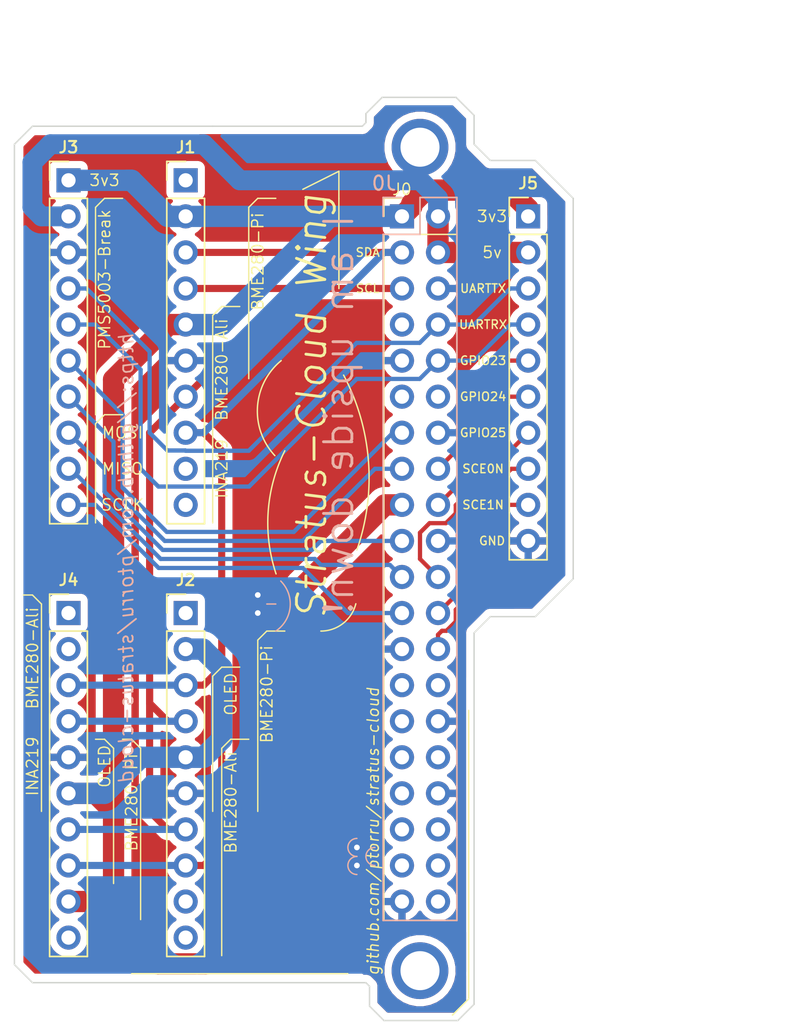
<source format=kicad_pcb>
(kicad_pcb (version 20171130) (host pcbnew 5.1.10-88a1d61d58~90~ubuntu20.04.1)

  (general
    (thickness 1.6002)
    (drawings 113)
    (tracks 168)
    (zones 0)
    (modules 6)
    (nets 18)
  )

  (page A4)
  (title_block
    (rev 1)
  )

  (layers
    (0 Front signal)
    (31 Back signal)
    (34 B.Paste user hide)
    (35 F.Paste user hide)
    (36 B.SilkS user hide)
    (37 F.SilkS user)
    (38 B.Mask user)
    (39 F.Mask user)
    (44 Edge.Cuts user)
    (45 Margin user)
    (46 B.CrtYd user)
    (47 F.CrtYd user)
    (49 F.Fab user)
  )

  (setup
    (last_trace_width 0.5)
    (user_trace_width 0.1)
    (user_trace_width 0.2)
    (user_trace_width 0.5)
    (trace_clearance 0.25)
    (zone_clearance 0.508)
    (zone_45_only no)
    (trace_min 0.1)
    (via_size 0.8)
    (via_drill 0.4)
    (via_min_size 0.45)
    (via_min_drill 0.2)
    (user_via 0.45 0.2)
    (user_via 0.8 0.4)
    (uvia_size 0.8)
    (uvia_drill 0.4)
    (uvias_allowed no)
    (uvia_min_size 0)
    (uvia_min_drill 0)
    (edge_width 0.1)
    (segment_width 0.1)
    (pcb_text_width 0.3)
    (pcb_text_size 1.5 1.5)
    (mod_edge_width 0.1)
    (mod_text_size 0.8 0.8)
    (mod_text_width 0.1)
    (pad_size 1.524 1.524)
    (pad_drill 0.762)
    (pad_to_mask_clearance 0)
    (solder_mask_min_width 0.1)
    (aux_axis_origin 0 0)
    (grid_origin 166.37 85.09)
    (visible_elements FFFFFF7F)
    (pcbplotparams
      (layerselection 0x010fc_ffffffff)
      (usegerberextensions false)
      (usegerberattributes false)
      (usegerberadvancedattributes false)
      (creategerberjobfile false)
      (excludeedgelayer true)
      (linewidth 0.152400)
      (plotframeref false)
      (viasonmask false)
      (mode 1)
      (useauxorigin false)
      (hpglpennumber 1)
      (hpglpenspeed 20)
      (hpglpendiameter 15.000000)
      (psnegative false)
      (psa4output false)
      (plotreference true)
      (plotvalue false)
      (plotinvisibletext false)
      (padsonsilk false)
      (subtractmaskfromsilk true)
      (outputformat 1)
      (mirror false)
      (drillshape 0)
      (scaleselection 1)
      (outputdirectory "./gerbers_for_aisler"))
  )

  (net 0 "")
  (net 1 GND)
  (net 2 "Net-(J0-Pad26)")
  (net 3 "Net-(J0-Pad24)")
  (net 4 GPIO11-SCLK)
  (net 5 "Net-(J0-Pad22)")
  (net 6 GPIO9-MISO)
  (net 7 GPIO10-MOSI)
  (net 8 "Net-(J0-Pad18)")
  (net 9 +3V3)
  (net 10 "Net-(J0-Pad16)")
  (net 11 GPIO22-EN)
  (net 12 GPIO27-RESET)
  (net 13 URX)
  (net 14 UTX)
  (net 15 SCL)
  (net 16 +5V)
  (net 17 SDA)

  (net_class Default "This is the default net class."
    (clearance 0.25)
    (trace_width 0.3)
    (via_dia 0.8)
    (via_drill 0.4)
    (uvia_dia 0.8)
    (uvia_drill 0.4)
    (diff_pair_width 0.25)
    (diff_pair_gap 0.25)
    (add_net GPIO10-MOSI)
    (add_net GPIO11-SCLK)
    (add_net GPIO22-EN)
    (add_net GPIO27-RESET)
    (add_net GPIO9-MISO)
    (add_net "Net-(J0-Pad16)")
    (add_net "Net-(J0-Pad18)")
    (add_net "Net-(J0-Pad22)")
    (add_net "Net-(J0-Pad24)")
    (add_net "Net-(J0-Pad26)")
    (add_net SCL)
    (add_net SDA)
    (add_net URX)
    (add_net UTX)
  )

  (net_class Min ""
    (clearance 0.1)
    (trace_width 0.1)
    (via_dia 0.45)
    (via_drill 0.2)
    (uvia_dia 0.45)
    (uvia_drill 0.2)
    (diff_pair_width 0.12)
    (diff_pair_gap 0.12)
  )

  (net_class Power ""
    (clearance 0.25)
    (trace_width 1.5)
    (via_dia 0.8)
    (via_drill 0.4)
    (uvia_dia 0.8)
    (uvia_drill 0.4)
    (diff_pair_width 0.25)
    (diff_pair_gap 0.25)
    (add_net +3V3)
    (add_net +5V)
    (add_net GND)
  )

  (module Connector_PinSocket_2.54mm:PinSocket_2x20_P2.54mm_Vertical locked (layer Back) (tedit 5A19A433) (tstamp 6158CA53)
    (at 165.1 60.96 180)
    (descr "Through hole straight socket strip, 2x20, 2.54mm pitch, double cols (from Kicad 4.0.7), script generated")
    (tags "Through hole socket strip THT 2x20 2.54mm double row")
    (path /61581B1A)
    (fp_text reference J0 (at 1.27 2.33) (layer B.SilkS)
      (effects (font (size 1 1) (thickness 0.15)) (justify mirror))
    )
    (fp_text value Conn_02x40_Odd_Even (at 1.27 -50.59) (layer B.Fab) hide
      (effects (font (size 1 1) (thickness 0.15)) (justify mirror))
    )
    (fp_text user %R (at 1.27 -24.13 270) (layer B.Fab)
      (effects (font (size 1 1) (thickness 0.15)) (justify mirror))
    )
    (fp_line (start -3.81 1.27) (end 0.27 1.27) (layer B.Fab) (width 0.1))
    (fp_line (start 0.27 1.27) (end 1.27 0.27) (layer B.Fab) (width 0.1))
    (fp_line (start 1.27 0.27) (end 1.27 -49.53) (layer B.Fab) (width 0.1))
    (fp_line (start 1.27 -49.53) (end -3.81 -49.53) (layer B.Fab) (width 0.1))
    (fp_line (start -3.81 -49.53) (end -3.81 1.27) (layer B.Fab) (width 0.1))
    (fp_line (start -3.87 1.33) (end -1.27 1.33) (layer B.SilkS) (width 0.12))
    (fp_line (start -3.87 1.33) (end -3.87 -49.59) (layer B.SilkS) (width 0.12))
    (fp_line (start -3.87 -49.59) (end 1.33 -49.59) (layer B.SilkS) (width 0.12))
    (fp_line (start 1.33 -1.27) (end 1.33 -49.59) (layer B.SilkS) (width 0.12))
    (fp_line (start -1.27 -1.27) (end 1.33 -1.27) (layer B.SilkS) (width 0.12))
    (fp_line (start -1.27 1.33) (end -1.27 -1.27) (layer B.SilkS) (width 0.12))
    (fp_line (start 1.33 1.33) (end 1.33 0) (layer B.SilkS) (width 0.12))
    (fp_line (start 0 1.33) (end 1.33 1.33) (layer B.SilkS) (width 0.12))
    (fp_line (start -4.34 1.8) (end 1.76 1.8) (layer B.CrtYd) (width 0.05))
    (fp_line (start 1.76 1.8) (end 1.76 -50) (layer B.CrtYd) (width 0.05))
    (fp_line (start 1.76 -50) (end -4.34 -50) (layer B.CrtYd) (width 0.05))
    (fp_line (start -4.34 -50) (end -4.34 1.8) (layer B.CrtYd) (width 0.05))
    (pad 40 thru_hole oval (at -2.54 -48.26 180) (size 1.7 1.7) (drill 1) (layers *.Cu *.Mask))
    (pad 39 thru_hole oval (at 0 -48.26 180) (size 1.7 1.7) (drill 1) (layers *.Cu *.Mask)
      (net 1 GND))
    (pad 38 thru_hole oval (at -2.54 -45.72 180) (size 1.7 1.7) (drill 1) (layers *.Cu *.Mask))
    (pad 37 thru_hole oval (at 0 -45.72 180) (size 1.7 1.7) (drill 1) (layers *.Cu *.Mask))
    (pad 36 thru_hole oval (at -2.54 -43.18 180) (size 1.7 1.7) (drill 1) (layers *.Cu *.Mask))
    (pad 35 thru_hole oval (at 0 -43.18 180) (size 1.7 1.7) (drill 1) (layers *.Cu *.Mask))
    (pad 34 thru_hole oval (at -2.54 -40.64 180) (size 1.7 1.7) (drill 1) (layers *.Cu *.Mask)
      (net 1 GND))
    (pad 33 thru_hole oval (at 0 -40.64 180) (size 1.7 1.7) (drill 1) (layers *.Cu *.Mask))
    (pad 32 thru_hole oval (at -2.54 -38.1 180) (size 1.7 1.7) (drill 1) (layers *.Cu *.Mask))
    (pad 31 thru_hole oval (at 0 -38.1 180) (size 1.7 1.7) (drill 1) (layers *.Cu *.Mask))
    (pad 30 thru_hole oval (at -2.54 -35.56 180) (size 1.7 1.7) (drill 1) (layers *.Cu *.Mask)
      (net 1 GND))
    (pad 29 thru_hole oval (at 0 -35.56 180) (size 1.7 1.7) (drill 1) (layers *.Cu *.Mask))
    (pad 28 thru_hole oval (at -2.54 -33.02 180) (size 1.7 1.7) (drill 1) (layers *.Cu *.Mask))
    (pad 27 thru_hole oval (at 0 -33.02 180) (size 1.7 1.7) (drill 1) (layers *.Cu *.Mask))
    (pad 26 thru_hole oval (at -2.54 -30.48 180) (size 1.7 1.7) (drill 1) (layers *.Cu *.Mask)
      (net 2 "Net-(J0-Pad26)"))
    (pad 25 thru_hole oval (at 0 -30.48 180) (size 1.7 1.7) (drill 1) (layers *.Cu *.Mask)
      (net 1 GND))
    (pad 24 thru_hole oval (at -2.54 -27.94 180) (size 1.7 1.7) (drill 1) (layers *.Cu *.Mask)
      (net 3 "Net-(J0-Pad24)"))
    (pad 23 thru_hole oval (at 0 -27.94 180) (size 1.7 1.7) (drill 1) (layers *.Cu *.Mask)
      (net 4 GPIO11-SCLK))
    (pad 22 thru_hole oval (at -2.54 -25.4 180) (size 1.7 1.7) (drill 1) (layers *.Cu *.Mask)
      (net 5 "Net-(J0-Pad22)"))
    (pad 21 thru_hole oval (at 0 -25.4 180) (size 1.7 1.7) (drill 1) (layers *.Cu *.Mask)
      (net 6 GPIO9-MISO))
    (pad 20 thru_hole oval (at -2.54 -22.86 180) (size 1.7 1.7) (drill 1) (layers *.Cu *.Mask)
      (net 1 GND))
    (pad 19 thru_hole oval (at 0 -22.86 180) (size 1.7 1.7) (drill 1) (layers *.Cu *.Mask)
      (net 7 GPIO10-MOSI))
    (pad 18 thru_hole oval (at -2.54 -20.32 180) (size 1.7 1.7) (drill 1) (layers *.Cu *.Mask)
      (net 8 "Net-(J0-Pad18)"))
    (pad 17 thru_hole oval (at 0 -20.32 180) (size 1.7 1.7) (drill 1) (layers *.Cu *.Mask)
      (net 9 +3V3))
    (pad 16 thru_hole oval (at -2.54 -17.78 180) (size 1.7 1.7) (drill 1) (layers *.Cu *.Mask)
      (net 10 "Net-(J0-Pad16)"))
    (pad 15 thru_hole oval (at 0 -17.78 180) (size 1.7 1.7) (drill 1) (layers *.Cu *.Mask)
      (net 11 GPIO22-EN))
    (pad 14 thru_hole oval (at -2.54 -15.24 180) (size 1.7 1.7) (drill 1) (layers *.Cu *.Mask)
      (net 1 GND))
    (pad 13 thru_hole oval (at 0 -15.24 180) (size 1.7 1.7) (drill 1) (layers *.Cu *.Mask)
      (net 12 GPIO27-RESET))
    (pad 12 thru_hole oval (at -2.54 -12.7 180) (size 1.7 1.7) (drill 1) (layers *.Cu *.Mask))
    (pad 11 thru_hole oval (at 0 -12.7 180) (size 1.7 1.7) (drill 1) (layers *.Cu *.Mask))
    (pad 10 thru_hole oval (at -2.54 -10.16 180) (size 1.7 1.7) (drill 1) (layers *.Cu *.Mask)
      (net 13 URX))
    (pad 9 thru_hole oval (at 0 -10.16 180) (size 1.7 1.7) (drill 1) (layers *.Cu *.Mask)
      (net 1 GND))
    (pad 8 thru_hole oval (at -2.54 -7.62 180) (size 1.7 1.7) (drill 1) (layers *.Cu *.Mask)
      (net 14 UTX))
    (pad 7 thru_hole oval (at 0 -7.62 180) (size 1.7 1.7) (drill 1) (layers *.Cu *.Mask))
    (pad 6 thru_hole oval (at -2.54 -5.08 180) (size 1.7 1.7) (drill 1) (layers *.Cu *.Mask)
      (net 1 GND))
    (pad 5 thru_hole oval (at 0 -5.08 180) (size 1.7 1.7) (drill 1) (layers *.Cu *.Mask)
      (net 15 SCL))
    (pad 4 thru_hole oval (at -2.54 -2.54 180) (size 1.7 1.7) (drill 1) (layers *.Cu *.Mask)
      (net 16 +5V))
    (pad 3 thru_hole oval (at 0 -2.54 180) (size 1.7 1.7) (drill 1) (layers *.Cu *.Mask)
      (net 17 SDA))
    (pad 2 thru_hole oval (at -2.54 0 180) (size 1.7 1.7) (drill 1) (layers *.Cu *.Mask)
      (net 16 +5V))
    (pad 1 thru_hole rect (at 0 0 180) (size 1.7 1.7) (drill 1) (layers *.Cu *.Mask)
      (net 9 +3V3))
    (model ${KISYS3DMOD}/Connector_PinSocket_2.54mm.3dshapes/PinSocket_2x20_P2.54mm_Vertical.wrl
      (at (xyz 0 0 0))
      (scale (xyz 1 1 1))
      (rotate (xyz 0 0 0))
    )
  )

  (module Connector_PinHeader_2.54mm:PinHeader_1x10_P2.54mm_Vertical locked (layer Front) (tedit 59FED5CC) (tstamp 6158CADF)
    (at 173.99 60.96)
    (descr "Through hole straight pin header, 1x10, 2.54mm pitch, single row")
    (tags "Through hole pin header THT 1x10 2.54mm single row")
    (path /618D68F0)
    (fp_text reference J5 (at 0 -2.33) (layer F.SilkS)
      (effects (font (size 0.8 0.8) (thickness 0.15)))
    )
    (fp_text value Conn_01x10 (at 0 25.19) (layer F.Fab) hide
      (effects (font (size 1 1) (thickness 0.15)))
    )
    (fp_text user %R (at 0 11.43 90) (layer F.Fab)
      (effects (font (size 1 1) (thickness 0.15)))
    )
    (fp_line (start -0.635 -1.27) (end 1.27 -1.27) (layer F.Fab) (width 0.1))
    (fp_line (start 1.27 -1.27) (end 1.27 24.13) (layer F.Fab) (width 0.1))
    (fp_line (start 1.27 24.13) (end -1.27 24.13) (layer F.Fab) (width 0.1))
    (fp_line (start -1.27 24.13) (end -1.27 -0.635) (layer F.Fab) (width 0.1))
    (fp_line (start -1.27 -0.635) (end -0.635 -1.27) (layer F.Fab) (width 0.1))
    (fp_line (start -1.33 24.19) (end 1.33 24.19) (layer F.SilkS) (width 0.12))
    (fp_line (start -1.33 1.27) (end -1.33 24.19) (layer F.SilkS) (width 0.12))
    (fp_line (start 1.33 1.27) (end 1.33 24.19) (layer F.SilkS) (width 0.12))
    (fp_line (start -1.33 1.27) (end 1.33 1.27) (layer F.SilkS) (width 0.12))
    (fp_line (start -1.33 0) (end -1.33 -1.33) (layer F.SilkS) (width 0.12))
    (fp_line (start -1.33 -1.33) (end 0 -1.33) (layer F.SilkS) (width 0.12))
    (fp_line (start -1.8 -1.8) (end -1.8 24.65) (layer F.CrtYd) (width 0.05))
    (fp_line (start -1.8 24.65) (end 1.8 24.65) (layer F.CrtYd) (width 0.05))
    (fp_line (start 1.8 24.65) (end 1.8 -1.8) (layer F.CrtYd) (width 0.05))
    (fp_line (start 1.8 -1.8) (end -1.8 -1.8) (layer F.CrtYd) (width 0.05))
    (pad 10 thru_hole oval (at 0 22.86) (size 1.7 1.7) (drill 1) (layers *.Cu *.Mask)
      (net 1 GND))
    (pad 9 thru_hole oval (at 0 20.32) (size 1.7 1.7) (drill 1) (layers *.Cu *.Mask)
      (net 2 "Net-(J0-Pad26)"))
    (pad 8 thru_hole oval (at 0 17.78) (size 1.7 1.7) (drill 1) (layers *.Cu *.Mask)
      (net 3 "Net-(J0-Pad24)"))
    (pad 7 thru_hole oval (at 0 15.24) (size 1.7 1.7) (drill 1) (layers *.Cu *.Mask)
      (net 5 "Net-(J0-Pad22)"))
    (pad 6 thru_hole oval (at 0 12.7) (size 1.7 1.7) (drill 1) (layers *.Cu *.Mask)
      (net 8 "Net-(J0-Pad18)"))
    (pad 5 thru_hole oval (at 0 10.16) (size 1.7 1.7) (drill 1) (layers *.Cu *.Mask)
      (net 10 "Net-(J0-Pad16)"))
    (pad 4 thru_hole oval (at 0 7.62) (size 1.7 1.7) (drill 1) (layers *.Cu *.Mask)
      (net 13 URX))
    (pad 3 thru_hole oval (at 0 5.08) (size 1.7 1.7) (drill 1) (layers *.Cu *.Mask)
      (net 14 UTX))
    (pad 2 thru_hole oval (at 0 2.54) (size 1.7 1.7) (drill 1) (layers *.Cu *.Mask)
      (net 16 +5V))
    (pad 1 thru_hole rect (at 0 0) (size 1.7 1.7) (drill 1) (layers *.Cu *.Mask)
      (net 9 +3V3))
    (model ${KISYS3DMOD}/Connector_PinHeader_2.54mm.3dshapes/PinHeader_1x10_P2.54mm_Vertical.wrl
      (at (xyz 0 0 0))
      (scale (xyz 1 1 1))
      (rotate (xyz 0 0 0))
    )
  )

  (module Connector_PinHeader_2.54mm:PinHeader_1x10_P2.54mm_Vertical locked (layer Front) (tedit 59FED5CC) (tstamp 6158CA8B)
    (at 149.86 88.9)
    (descr "Through hole straight pin header, 1x10, 2.54mm pitch, single row")
    (tags "Through hole pin header THT 1x10 2.54mm single row")
    (path /615899EE)
    (fp_text reference J2 (at 0 -2.33) (layer F.SilkS)
      (effects (font (size 0.8 0.8) (thickness 0.15)))
    )
    (fp_text value Conn_01x10 (at 0 25.19) (layer F.Fab) hide
      (effects (font (size 1 1) (thickness 0.15)))
    )
    (fp_text user %R (at 0 11.43 90) (layer F.Fab)
      (effects (font (size 1 1) (thickness 0.15)))
    )
    (fp_line (start -0.635 -1.27) (end 1.27 -1.27) (layer F.Fab) (width 0.1))
    (fp_line (start 1.27 -1.27) (end 1.27 24.13) (layer F.Fab) (width 0.1))
    (fp_line (start 1.27 24.13) (end -1.27 24.13) (layer F.Fab) (width 0.1))
    (fp_line (start -1.27 24.13) (end -1.27 -0.635) (layer F.Fab) (width 0.1))
    (fp_line (start -1.27 -0.635) (end -0.635 -1.27) (layer F.Fab) (width 0.1))
    (fp_line (start -1.33 24.19) (end 1.33 24.19) (layer F.SilkS) (width 0.12))
    (fp_line (start -1.33 1.27) (end -1.33 24.19) (layer F.SilkS) (width 0.12))
    (fp_line (start 1.33 1.27) (end 1.33 24.19) (layer F.SilkS) (width 0.12))
    (fp_line (start -1.33 1.27) (end 1.33 1.27) (layer F.SilkS) (width 0.12))
    (fp_line (start -1.33 0) (end -1.33 -1.33) (layer F.SilkS) (width 0.12))
    (fp_line (start -1.33 -1.33) (end 0 -1.33) (layer F.SilkS) (width 0.12))
    (fp_line (start -1.8 -1.8) (end -1.8 24.65) (layer F.CrtYd) (width 0.05))
    (fp_line (start -1.8 24.65) (end 1.8 24.65) (layer F.CrtYd) (width 0.05))
    (fp_line (start 1.8 24.65) (end 1.8 -1.8) (layer F.CrtYd) (width 0.05))
    (fp_line (start 1.8 -1.8) (end -1.8 -1.8) (layer F.CrtYd) (width 0.05))
    (pad 10 thru_hole oval (at 0 22.86) (size 1.7 1.7) (drill 1) (layers *.Cu *.Mask))
    (pad 9 thru_hole oval (at 0 20.32) (size 1.7 1.7) (drill 1) (layers *.Cu *.Mask))
    (pad 8 thru_hole oval (at 0 17.78) (size 1.7 1.7) (drill 1) (layers *.Cu *.Mask)
      (net 17 SDA))
    (pad 7 thru_hole oval (at 0 15.24) (size 1.7 1.7) (drill 1) (layers *.Cu *.Mask)
      (net 15 SCL))
    (pad 6 thru_hole oval (at 0 12.7) (size 1.7 1.7) (drill 1) (layers *.Cu *.Mask)
      (net 1 GND))
    (pad 5 thru_hole oval (at 0 10.16) (size 1.7 1.7) (drill 1) (layers *.Cu *.Mask)
      (net 9 +3V3))
    (pad 4 thru_hole oval (at 0 7.62) (size 1.7 1.7) (drill 1) (layers *.Cu *.Mask)
      (net 15 SCL))
    (pad 3 thru_hole oval (at 0 5.08) (size 1.7 1.7) (drill 1) (layers *.Cu *.Mask)
      (net 17 SDA))
    (pad 2 thru_hole oval (at 0 2.54) (size 1.7 1.7) (drill 1) (layers *.Cu *.Mask)
      (net 9 +3V3))
    (pad 1 thru_hole rect (at 0 0) (size 1.7 1.7) (drill 1) (layers *.Cu *.Mask))
    (model ${KISYS3DMOD}/Connector_PinHeader_2.54mm.3dshapes/PinHeader_1x10_P2.54mm_Vertical.wrl
      (at (xyz 0 0 0))
      (scale (xyz 1 1 1))
      (rotate (xyz 0 0 0))
    )
  )

  (module Connector_PinHeader_2.54mm:PinHeader_1x10_P2.54mm_Vertical locked (layer Front) (tedit 59FED5CC) (tstamp 6158CAC3)
    (at 141.605 88.9)
    (descr "Through hole straight pin header, 1x10, 2.54mm pitch, single row")
    (tags "Through hole pin header THT 1x10 2.54mm single row")
    (path /61653B00)
    (fp_text reference J4 (at 0 -2.33) (layer F.SilkS)
      (effects (font (size 0.8 0.8) (thickness 0.15)))
    )
    (fp_text value Conn_01x10 (at 0 25.19) (layer F.Fab) hide
      (effects (font (size 1 1) (thickness 0.15)))
    )
    (fp_line (start 1.8 -1.8) (end -1.8 -1.8) (layer F.CrtYd) (width 0.05))
    (fp_line (start 1.8 24.65) (end 1.8 -1.8) (layer F.CrtYd) (width 0.05))
    (fp_line (start -1.8 24.65) (end 1.8 24.65) (layer F.CrtYd) (width 0.05))
    (fp_line (start -1.8 -1.8) (end -1.8 24.65) (layer F.CrtYd) (width 0.05))
    (fp_line (start -1.33 -1.33) (end 0 -1.33) (layer F.SilkS) (width 0.12))
    (fp_line (start -1.33 0) (end -1.33 -1.33) (layer F.SilkS) (width 0.12))
    (fp_line (start -1.33 1.27) (end 1.33 1.27) (layer F.SilkS) (width 0.12))
    (fp_line (start 1.33 1.27) (end 1.33 24.19) (layer F.SilkS) (width 0.12))
    (fp_line (start -1.33 1.27) (end -1.33 24.19) (layer F.SilkS) (width 0.12))
    (fp_line (start -1.33 24.19) (end 1.33 24.19) (layer F.SilkS) (width 0.12))
    (fp_line (start -1.27 -0.635) (end -0.635 -1.27) (layer F.Fab) (width 0.1))
    (fp_line (start -1.27 24.13) (end -1.27 -0.635) (layer F.Fab) (width 0.1))
    (fp_line (start 1.27 24.13) (end -1.27 24.13) (layer F.Fab) (width 0.1))
    (fp_line (start 1.27 -1.27) (end 1.27 24.13) (layer F.Fab) (width 0.1))
    (fp_line (start -0.635 -1.27) (end 1.27 -1.27) (layer F.Fab) (width 0.1))
    (fp_text user %R (at 0 11.43 90) (layer F.Fab)
      (effects (font (size 1 1) (thickness 0.15)))
    )
    (pad 1 thru_hole rect (at 0 0) (size 1.7 1.7) (drill 1) (layers *.Cu *.Mask))
    (pad 2 thru_hole oval (at 0 2.54) (size 1.7 1.7) (drill 1) (layers *.Cu *.Mask))
    (pad 3 thru_hole oval (at 0 5.08) (size 1.7 1.7) (drill 1) (layers *.Cu *.Mask)
      (net 17 SDA))
    (pad 4 thru_hole oval (at 0 7.62) (size 1.7 1.7) (drill 1) (layers *.Cu *.Mask)
      (net 15 SCL))
    (pad 5 thru_hole oval (at 0 10.16) (size 1.7 1.7) (drill 1) (layers *.Cu *.Mask)
      (net 1 GND))
    (pad 6 thru_hole oval (at 0 12.7) (size 1.7 1.7) (drill 1) (layers *.Cu *.Mask)
      (net 9 +3V3))
    (pad 7 thru_hole oval (at 0 15.24) (size 1.7 1.7) (drill 1) (layers *.Cu *.Mask)
      (net 15 SCL))
    (pad 8 thru_hole oval (at 0 17.78) (size 1.7 1.7) (drill 1) (layers *.Cu *.Mask)
      (net 17 SDA))
    (pad 9 thru_hole oval (at 0 20.32) (size 1.7 1.7) (drill 1) (layers *.Cu *.Mask)
      (net 9 +3V3))
    (pad 10 thru_hole oval (at 0 22.86) (size 1.7 1.7) (drill 1) (layers *.Cu *.Mask))
    (model ${KISYS3DMOD}/Connector_PinHeader_2.54mm.3dshapes/PinHeader_1x10_P2.54mm_Vertical.wrl
      (at (xyz 0 0 0))
      (scale (xyz 1 1 1))
      (rotate (xyz 0 0 0))
    )
  )

  (module Connector_PinHeader_2.54mm:PinHeader_1x10_P2.54mm_Vertical locked (layer Front) (tedit 59FED5CC) (tstamp 615902FC)
    (at 141.605 58.42)
    (descr "Through hole straight pin header, 1x10, 2.54mm pitch, single row")
    (tags "Through hole pin header THT 1x10 2.54mm single row")
    (path /6158708D)
    (fp_text reference J3 (at 0 -2.33) (layer F.SilkS)
      (effects (font (size 0.8 0.8) (thickness 0.15)))
    )
    (fp_text value Conn_01x10 (at 0 25.19) (layer F.Fab) hide
      (effects (font (size 1 1) (thickness 0.15)))
    )
    (fp_text user %R (at 0 11.43 90) (layer F.Fab) hide
      (effects (font (size 1 1) (thickness 0.15)))
    )
    (fp_line (start -0.635 -1.27) (end 1.27 -1.27) (layer F.Fab) (width 0.1))
    (fp_line (start 1.27 -1.27) (end 1.27 24.13) (layer F.Fab) (width 0.1))
    (fp_line (start 1.27 24.13) (end -1.27 24.13) (layer F.Fab) (width 0.1))
    (fp_line (start -1.27 24.13) (end -1.27 -0.635) (layer F.Fab) (width 0.1))
    (fp_line (start -1.27 -0.635) (end -0.635 -1.27) (layer F.Fab) (width 0.1))
    (fp_line (start -1.33 24.19) (end 1.33 24.19) (layer F.SilkS) (width 0.12))
    (fp_line (start -1.33 1.27) (end -1.33 24.19) (layer F.SilkS) (width 0.12))
    (fp_line (start 1.33 1.27) (end 1.33 24.19) (layer F.SilkS) (width 0.12))
    (fp_line (start -1.33 1.27) (end 1.33 1.27) (layer F.SilkS) (width 0.12))
    (fp_line (start -1.33 0) (end -1.33 -1.33) (layer F.SilkS) (width 0.12))
    (fp_line (start -1.33 -1.33) (end 0 -1.33) (layer F.SilkS) (width 0.12))
    (fp_line (start -1.8 -1.8) (end -1.8 24.65) (layer F.CrtYd) (width 0.05))
    (fp_line (start -1.8 24.65) (end 1.8 24.65) (layer F.CrtYd) (width 0.05))
    (fp_line (start 1.8 24.65) (end 1.8 -1.8) (layer F.CrtYd) (width 0.05))
    (fp_line (start 1.8 -1.8) (end -1.8 -1.8) (layer F.CrtYd) (width 0.05))
    (pad 10 thru_hole oval (at 0 22.86) (size 1.7 1.7) (drill 1) (layers *.Cu *.Mask)
      (net 4 GPIO11-SCLK))
    (pad 9 thru_hole oval (at 0 20.32) (size 1.7 1.7) (drill 1) (layers *.Cu *.Mask)
      (net 6 GPIO9-MISO))
    (pad 8 thru_hole oval (at 0 17.78) (size 1.7 1.7) (drill 1) (layers *.Cu *.Mask)
      (net 7 GPIO10-MOSI))
    (pad 7 thru_hole oval (at 0 15.24) (size 1.7 1.7) (drill 1) (layers *.Cu *.Mask)
      (net 11 GPIO22-EN))
    (pad 6 thru_hole oval (at 0 12.7) (size 1.7 1.7) (drill 1) (layers *.Cu *.Mask)
      (net 12 GPIO27-RESET))
    (pad 5 thru_hole oval (at 0 10.16) (size 1.7 1.7) (drill 1) (layers *.Cu *.Mask)
      (net 13 URX))
    (pad 4 thru_hole oval (at 0 7.62) (size 1.7 1.7) (drill 1) (layers *.Cu *.Mask)
      (net 14 UTX))
    (pad 3 thru_hole oval (at 0 5.08) (size 1.7 1.7) (drill 1) (layers *.Cu *.Mask)
      (net 1 GND))
    (pad 2 thru_hole oval (at 0 2.54) (size 1.7 1.7) (drill 1) (layers *.Cu *.Mask)
      (net 16 +5V))
    (pad 1 thru_hole rect (at 0 0) (size 1.7 1.7) (drill 1) (layers *.Cu *.Mask)
      (net 9 +3V3))
    (model ${KISYS3DMOD}/Connector_PinHeader_2.54mm.3dshapes/PinHeader_1x10_P2.54mm_Vertical.wrl
      (at (xyz 0 0 0))
      (scale (xyz 1 1 1))
      (rotate (xyz 0 0 0))
    )
  )

  (module Connector_PinHeader_2.54mm:PinHeader_1x10_P2.54mm_Vertical locked (layer Front) (tedit 59FED5CC) (tstamp 6158CA6F)
    (at 149.86 58.42)
    (descr "Through hole straight pin header, 1x10, 2.54mm pitch, single row")
    (tags "Through hole pin header THT 1x10 2.54mm single row")
    (path /61658805)
    (fp_text reference J1 (at 0 -2.33) (layer F.SilkS)
      (effects (font (size 0.8 0.8) (thickness 0.15)))
    )
    (fp_text value Conn_01x08 (at 0 25.19) (layer F.Fab) hide
      (effects (font (size 1 1) (thickness 0.15)))
    )
    (fp_text user %R (at 0 11.43 90) (layer F.Fab)
      (effects (font (size 1 1) (thickness 0.15)))
    )
    (fp_line (start -0.635 -1.27) (end 1.27 -1.27) (layer F.Fab) (width 0.1))
    (fp_line (start 1.27 -1.27) (end 1.27 24.13) (layer F.Fab) (width 0.1))
    (fp_line (start 1.27 24.13) (end -1.27 24.13) (layer F.Fab) (width 0.1))
    (fp_line (start -1.27 24.13) (end -1.27 -0.635) (layer F.Fab) (width 0.1))
    (fp_line (start -1.27 -0.635) (end -0.635 -1.27) (layer F.Fab) (width 0.1))
    (fp_line (start -1.33 24.19) (end 1.33 24.19) (layer F.SilkS) (width 0.12))
    (fp_line (start -1.33 1.27) (end -1.33 24.19) (layer F.SilkS) (width 0.12))
    (fp_line (start 1.33 1.27) (end 1.33 24.19) (layer F.SilkS) (width 0.12))
    (fp_line (start -1.33 1.27) (end 1.33 1.27) (layer F.SilkS) (width 0.12))
    (fp_line (start -1.33 0) (end -1.33 -1.33) (layer F.SilkS) (width 0.12))
    (fp_line (start -1.33 -1.33) (end 0 -1.33) (layer F.SilkS) (width 0.12))
    (fp_line (start -1.8 -1.8) (end -1.8 24.65) (layer F.CrtYd) (width 0.05))
    (fp_line (start -1.8 24.65) (end 1.8 24.65) (layer F.CrtYd) (width 0.05))
    (fp_line (start 1.8 24.65) (end 1.8 -1.8) (layer F.CrtYd) (width 0.05))
    (fp_line (start 1.8 -1.8) (end -1.8 -1.8) (layer F.CrtYd) (width 0.05))
    (pad 10 thru_hole oval (at 0 22.86) (size 1.7 1.7) (drill 1) (layers *.Cu *.Mask))
    (pad 9 thru_hole oval (at 0 20.32) (size 1.7 1.7) (drill 1) (layers *.Cu *.Mask))
    (pad 8 thru_hole oval (at 0 17.78) (size 1.7 1.7) (drill 1) (layers *.Cu *.Mask)
      (net 17 SDA))
    (pad 7 thru_hole oval (at 0 15.24) (size 1.7 1.7) (drill 1) (layers *.Cu *.Mask)
      (net 15 SCL))
    (pad 6 thru_hole oval (at 0 12.7) (size 1.7 1.7) (drill 1) (layers *.Cu *.Mask)
      (net 1 GND))
    (pad 5 thru_hole oval (at 0 10.16) (size 1.7 1.7) (drill 1) (layers *.Cu *.Mask)
      (net 9 +3V3))
    (pad 4 thru_hole oval (at 0 7.62) (size 1.7 1.7) (drill 1) (layers *.Cu *.Mask)
      (net 15 SCL))
    (pad 3 thru_hole oval (at 0 5.08) (size 1.7 1.7) (drill 1) (layers *.Cu *.Mask)
      (net 17 SDA))
    (pad 2 thru_hole oval (at 0 2.54) (size 1.7 1.7) (drill 1) (layers *.Cu *.Mask)
      (net 9 +3V3))
    (pad 1 thru_hole rect (at 0 0) (size 1.7 1.7) (drill 1) (layers *.Cu *.Mask))
    (model ${KISYS3DMOD}/Connector_PinHeader_2.54mm.3dshapes/PinHeader_1x10_P2.54mm_Vertical.wrl
      (at (xyz 0 0 0))
      (scale (xyz 1 1 1))
      (rotate (xyz 0 0 0))
    )
  )

  (gr_arc (start 159.512 74.676) (end 156.591 71.12) (angle -93.55392551) (layer F.SilkS) (width 0.1))
  (gr_text github.com/ptorru/stratus-cloud (at 163.068 104.267 90) (layer F.SilkS)
    (effects (font (size 0.8 0.8) (thickness 0.1) italic))
  )
  (gr_text https://github.com/ptorru/stratus-cloud (at 145.669 84.963 90) (layer B.SilkS)
    (effects (font (size 1 1) (thickness 0.125) italic) (justify mirror))
  )
  (gr_line (start 174.498 89.154) (end 171.323 89.154) (layer Edge.Cuts) (width 0.1) (tstamp 61597ADB))
  (gr_line (start 171.323 89.154) (end 170.18 90.297) (layer Edge.Cuts) (width 0.1) (tstamp 61597ADA))
  (gr_line (start 162.814 115.189) (end 162.56 114.935) (layer Edge.Cuts) (width 0.1) (tstamp 615977B8))
  (gr_line (start 162.814 116.586) (end 163.83 117.602) (layer Edge.Cuts) (width 0.1) (tstamp 615977B7))
  (gr_line (start 162.814 116.586) (end 162.814 115.189) (layer Edge.Cuts) (width 0.1) (tstamp 615977B6))
  (gr_line (start 170.18 116.459) (end 169.037 117.602) (layer Edge.Cuts) (width 0.1) (tstamp 615977B4))
  (gr_line (start 163.83 117.602) (end 169.037 117.602) (layer Edge.Cuts) (width 0.1) (tstamp 615977B3))
  (gr_line (start 162.56 53.721) (end 163.703 52.578) (layer Edge.Cuts) (width 0.1) (tstamp 615977A2))
  (gr_line (start 162.56 54.356) (end 162.56 53.721) (layer Edge.Cuts) (width 0.1))
  (gr_line (start 162.306 54.61) (end 162.56 54.356) (layer Edge.Cuts) (width 0.1))
  (gr_line (start 151.765 54.61) (end 162.306 54.61) (layer Edge.Cuts) (width 0.1))
  (gr_line (start 170.18 53.848) (end 168.91 52.578) (layer Edge.Cuts) (width 0.1) (tstamp 61597791))
  (gr_line (start 170.18 55.88) (end 170.18 53.848) (layer Edge.Cuts) (width 0.1))
  (gr_line (start 171.323 57.023) (end 170.18 55.88) (layer Edge.Cuts) (width 0.1))
  (gr_line (start 174.498 57.023) (end 171.323 57.023) (layer Edge.Cuts) (width 0.1))
  (dimension 29 (width 0.1) (layer F.Fab) (tstamp 61597773)
    (gr_text "29.000 mm" (at 191.1063 70.59 270) (layer F.Fab) (tstamp 61597B04)
      (effects (font (size 0.8 0.8) (thickness 0.1)))
    )
    (feature1 (pts (xy 166.37 85.09) (xy 190.692721 85.09)))
    (feature2 (pts (xy 166.37 56.09) (xy 190.692721 56.09)))
    (crossbar (pts (xy 190.1063 56.09) (xy 190.1063 85.09)))
    (arrow1a (pts (xy 190.1063 85.09) (xy 189.519879 83.963496)))
    (arrow1b (pts (xy 190.1063 85.09) (xy 190.692721 83.963496)))
    (arrow2a (pts (xy 190.1063 56.09) (xy 189.519879 57.216504)))
    (arrow2b (pts (xy 190.1063 56.09) (xy 190.692721 57.216504)))
  )
  (dimension 29 (width 0.1) (layer F.Fab) (tstamp 61597760)
    (gr_text "29.000 mm" (at 191.1063 99.59 270) (layer F.Fab) (tstamp 61597AFE)
      (effects (font (size 0.8 0.8) (thickness 0.1)))
    )
    (feature1 (pts (xy 166.37 114.09) (xy 190.692721 114.09)))
    (feature2 (pts (xy 166.37 85.09) (xy 190.692721 85.09)))
    (crossbar (pts (xy 190.1063 85.09) (xy 190.1063 114.09)))
    (arrow1a (pts (xy 190.1063 114.09) (xy 189.519879 112.963496)))
    (arrow1b (pts (xy 190.1063 114.09) (xy 190.692721 112.963496)))
    (arrow2a (pts (xy 190.1063 85.09) (xy 189.519879 86.216504)))
    (arrow2b (pts (xy 190.1063 85.09) (xy 190.692721 86.216504)))
  )
  (gr_arc (start 163.195 106.045) (end 163.195 105.41) (angle -180) (layer B.SilkS) (width 0.1))
  (gr_arc (start 161.925 105.41) (end 161.925 104.775) (angle -180) (layer B.SilkS) (width 0.1) (tstamp 61591759))
  (gr_arc (start 161.925 106.68) (end 161.925 106.045) (angle -180) (layer B.SilkS) (width 0.1))
  (gr_arc (start 154.94 88.265) (end 156.209999 90.169999) (angle -101.3099394) (layer B.SilkS) (width 0.1))
  (gr_line (start 155.575 88.265) (end 156.21 88.265) (layer B.SilkS) (width 0.1))
  (gr_text "I am upside down!" (at 160.655 74.93 90) (layer B.SilkS)
    (effects (font (size 2 2) (thickness 0.2)) (justify mirror))
  )
  (gr_text J0 (at 165.1 59.055) (layer F.SilkS)
    (effects (font (size 0.8 0.8) (thickness 0.1)))
  )
  (gr_line (start 163.83 110.49) (end 163.83 62.23) (layer F.SilkS) (width 0.1) (tstamp 61591691))
  (gr_line (start 163.83 62.23) (end 168.91 62.23) (layer F.SilkS) (width 0.1))
  (gr_line (start 163.83 59.69) (end 163.83 60.96) (layer F.SilkS) (width 0.1))
  (gr_line (start 163.83 59.69) (end 165.1 59.69) (layer F.SilkS) (width 0.1))
  (gr_line (start 169.799 116.078) (end 169.799 95.758) (layer F.SilkS) (width 0.1))
  (gr_line (start 168.656 117.221) (end 169.799 116.078) (layer F.SilkS) (width 0.1))
  (gr_line (start 146.05 114.3) (end 161.29 114.3) (layer F.SilkS) (width 0.1))
  (gr_line (start 160.655 57.785) (end 158.115 59.055) (layer F.SilkS) (width 0.1))
  (gr_line (start 160.655 59.69) (end 160.655 57.785) (layer F.SilkS) (width 0.1))
  (gr_line (start 160.655 66.04) (end 160.655 59.69) (layer F.SilkS) (width 0.1))
  (gr_line (start 160.655 61.595) (end 160.655 66.04) (layer F.SilkS) (width 0.1))
  (gr_arc (start 147.32 79.375) (end 161.925 84.455) (angle -47.07628464) (layer F.SilkS) (width 0.1) (tstamp 61591639))
  (gr_arc (start 167.005 82.55) (end 156.845 77.47) (angle -45.00000319) (layer F.SilkS) (width 0.1))
  (gr_arc (start 159.385 87.63) (end 159.385 90.17) (angle -75.96374559) (layer F.SilkS) (width 0.1))
  (gr_text "Stratus-Cloud Wing" (at 158.75 74.295 90) (layer F.SilkS)
    (effects (font (size 2 2) (thickness 0.2) italic))
  )
  (gr_text SCL (at 162.687 66.04) (layer F.SilkS) (tstamp 615915C7)
    (effects (font (size 0.6 0.6) (thickness 0.1)))
  )
  (gr_text SDA (at 162.687 63.5) (layer F.SilkS) (tstamp 615915C7)
    (effects (font (size 0.6 0.6) (thickness 0.1)))
  )
  (gr_text UARTTX (at 170.815 66.04) (layer F.SilkS) (tstamp 615915C7)
    (effects (font (size 0.6 0.6) (thickness 0.1)))
  )
  (gr_text UARTRX (at 170.815 68.58) (layer F.SilkS) (tstamp 615915B5)
    (effects (font (size 0.6 0.6) (thickness 0.1)))
  )
  (gr_text GND (at 171.45 83.82) (layer F.SilkS) (tstamp 615915B5)
    (effects (font (size 0.6 0.6) (thickness 0.1)))
  )
  (gr_text SCE1N (at 170.815 81.28) (layer F.SilkS) (tstamp 615915B5)
    (effects (font (size 0.6 0.6) (thickness 0.1)))
  )
  (gr_text SCE0N (at 170.815 78.74) (layer F.SilkS) (tstamp 615915B5)
    (effects (font (size 0.6 0.6) (thickness 0.1)))
  )
  (gr_text GPIO24 (at 170.815 73.66) (layer F.SilkS) (tstamp 615915B5)
    (effects (font (size 0.6 0.6) (thickness 0.1)))
  )
  (gr_text GPIO25 (at 170.815 76.2) (layer F.SilkS) (tstamp 615915B5)
    (effects (font (size 0.6 0.6) (thickness 0.1)))
  )
  (gr_text GPIO23 (at 170.815 71.12) (layer F.SilkS)
    (effects (font (size 0.6 0.6) (thickness 0.1)))
  )
  (gr_text 3v3 (at 144.145 58.42) (layer F.SilkS)
    (effects (font (size 0.8 0.8) (thickness 0.1)))
  )
  (gr_text 5v (at 171.45 63.5) (layer F.SilkS)
    (effects (font (size 0.8 0.8) (thickness 0.1)))
  )
  (gr_text 3v3 (at 171.45 60.96) (layer F.SilkS)
    (effects (font (size 0.8 0.8) (thickness 0.1)))
  )
  (gr_text INA219 (at 139.065 99.695 90) (layer F.SilkS) (tstamp 6159151A)
    (effects (font (size 0.8 0.8) (thickness 0.1)))
  )
  (gr_line (start 139.7 88.265) (end 139.7 102.87) (layer F.SilkS) (width 0.1) (tstamp 61591445))
  (gr_line (start 143.51 97.79) (end 144.145 97.79) (layer F.SilkS) (width 0.1) (tstamp 61591444))
  (gr_line (start 144.78 98.425) (end 144.78 107.95) (layer F.SilkS) (width 0.1) (tstamp 61591443))
  (gr_line (start 139.7 88.265) (end 139.065 87.63) (layer F.SilkS) (width 0.1) (tstamp 61591442))
  (gr_line (start 145.415 97.79) (end 146.05 97.79) (layer F.SilkS) (width 0.1) (tstamp 61591441))
  (gr_line (start 139.065 87.63) (end 138.43 87.63) (layer F.SilkS) (width 0.1) (tstamp 61591440))
  (gr_text OLED (at 144.145 99.695 90) (layer F.SilkS) (tstamp 6159143F)
    (effects (font (size 0.8 0.8) (thickness 0.1)))
  )
  (gr_text BME280-Ali (at 139.065 92.075 90) (layer F.SilkS) (tstamp 6159143E)
    (effects (font (size 0.8 0.8) (thickness 0.1)))
  )
  (gr_line (start 144.78 98.425) (end 144.145 97.79) (layer F.SilkS) (width 0.1) (tstamp 6159143D))
  (gr_line (start 146.685 98.425) (end 146.685 110.49) (layer F.SilkS) (width 0.1) (tstamp 6159143C))
  (gr_line (start 146.685 98.425) (end 146.05 97.79) (layer F.SilkS) (width 0.1) (tstamp 6159143B))
  (gr_text BME280-Pi (at 146.05 102.235 90) (layer F.SilkS) (tstamp 6159143A)
    (effects (font (size 0.8 0.8) (thickness 0.1)))
  )
  (gr_line (start 144.145 74.93) (end 145.415 74.93) (layer F.SilkS) (width 0.1))
  (gr_line (start 143.51 75.565) (end 144.145 74.93) (layer F.SilkS) (width 0.1))
  (gr_line (start 143.51 75.565) (end 143.51 82.55) (layer F.SilkS) (width 0.1))
  (gr_text MOSI (at 145.415 76.2) (layer F.SilkS)
    (effects (font (size 0.8 0.8) (thickness 0.1)))
  )
  (gr_text MISO (at 145.415 78.74) (layer F.SilkS)
    (effects (font (size 0.8 0.8) (thickness 0.1)))
  )
  (gr_text SCLK (at 145.415 81.28) (layer F.SilkS)
    (effects (font (size 0.8 0.8) (thickness 0.1)))
  )
  (gr_line (start 143.51 60.325) (end 143.51 74.93) (layer F.SilkS) (width 0.1) (tstamp 61591445))
  (gr_line (start 143.51 60.325) (end 144.145 59.69) (layer F.SilkS) (width 0.1) (tstamp 61591442))
  (gr_line (start 144.145 59.69) (end 145.415 59.69) (layer F.SilkS) (width 0.1) (tstamp 61591440))
  (gr_text PMS5003-Break (at 144.145 65.405 90) (layer F.SilkS) (tstamp 6159143E)
    (effects (font (size 0.8 0.8) (thickness 0.1)))
  )
  (gr_line (start 151.765 67.945) (end 151.765 82.55) (layer F.SilkS) (width 0.1) (tstamp 61591445))
  (gr_line (start 151.765 67.945) (end 152.4 67.31) (layer F.SilkS) (width 0.1) (tstamp 61591442))
  (gr_line (start 154.94 59.69) (end 156.21 59.69) (layer F.SilkS) (width 0.1) (tstamp 61591441))
  (gr_line (start 152.4 67.31) (end 153.67 67.31) (layer F.SilkS) (width 0.1) (tstamp 61591440))
  (gr_text BME280-Ali (at 152.4 71.755 90) (layer F.SilkS) (tstamp 6159143E)
    (effects (font (size 0.8 0.8) (thickness 0.1)))
  )
  (gr_line (start 154.305 60.325) (end 154.305 72.39) (layer F.SilkS) (width 0.1) (tstamp 6159143C))
  (gr_line (start 154.305 60.325) (end 154.94 59.69) (layer F.SilkS) (width 0.1) (tstamp 6159143B))
  (gr_text BME280-Pi (at 154.94 64.135 90) (layer F.SilkS) (tstamp 6159143A)
    (effects (font (size 0.8 0.8) (thickness 0.1)))
  )
  (gr_text BME280-Ali (at 153.035 102.235 90) (layer F.SilkS)
    (effects (font (size 0.8 0.8) (thickness 0.1)))
  )
  (gr_text BME280-Pi (at 155.575 94.615 90) (layer F.SilkS)
    (effects (font (size 0.8 0.8) (thickness 0.1)))
  )
  (gr_text INA219 (at 152.4 78.74 90) (layer F.SilkS)
    (effects (font (size 0.8 0.8) (thickness 0.1)))
  )
  (gr_text OLED (at 153.035 94.615 90) (layer F.SilkS)
    (effects (font (size 0.8 0.8) (thickness 0.1)))
  )
  (gr_line (start 154.94 90.805) (end 154.94 102.87) (layer F.SilkS) (width 0.1))
  (gr_line (start 155.575 90.17) (end 156.845 90.17) (layer F.SilkS) (width 0.1))
  (gr_line (start 154.94 90.805) (end 155.575 90.17) (layer F.SilkS) (width 0.1))
  (gr_line (start 153.035 97.79) (end 154.305 97.79) (layer F.SilkS) (width 0.1))
  (gr_line (start 152.4 98.425) (end 153.035 97.79) (layer F.SilkS) (width 0.1))
  (gr_line (start 152.4 98.425) (end 152.4 113.03) (layer F.SilkS) (width 0.1))
  (gr_line (start 152.4 92.71) (end 153.67 92.71) (layer F.SilkS) (width 0.1))
  (gr_line (start 151.765 93.345) (end 152.4 92.71) (layer F.SilkS) (width 0.1))
  (gr_line (start 151.765 93.345) (end 151.765 102.87) (layer F.SilkS) (width 0.1))
  (gr_line (start 137.795 113.665) (end 139.065 114.935) (layer Edge.Cuts) (width 0.1) (tstamp 615903B0))
  (gr_line (start 139.065 54.61) (end 151.765 54.61) (layer Edge.Cuts) (width 0.1))
  (gr_line (start 137.795 55.88) (end 139.065 54.61) (layer Edge.Cuts) (width 0.1))
  (gr_line (start 137.795 113.665) (end 137.795 55.88) (layer Edge.Cuts) (width 0.1))
  (gr_line (start 162.56 114.935) (end 139.065 114.935) (layer Edge.Cuts) (width 0.1))
  (gr_line (start 170.18 90.297) (end 170.18 116.459) (layer Edge.Cuts) (width 0.1))
  (gr_line (start 177.165 86.487) (end 174.498 89.154) (layer Edge.Cuts) (width 0.1))
  (gr_line (start 177.165 59.69) (end 177.165 86.487) (layer Edge.Cuts) (width 0.1))
  (gr_line (start 174.498 57.023) (end 177.165 59.69) (layer Edge.Cuts) (width 0.1))
  (gr_line (start 163.703 52.578) (end 168.91 52.578) (layer Edge.Cuts) (width 0.1))
  (gr_poly (pts (xy 190.5 35.56) (xy 191.77 49.53) (xy 181.61 49.53) (xy 173.99 44.45) (xy 185.42 33.02)) (layer Cmts.User) (width 0.1))
  (gr_poly (pts (xy 182.88 31.75) (xy 182.88 40.64) (xy 171.45 41.91) (xy 168.91 30.48)) (layer Cmts.User) (width 0.1))
  (gr_poly (pts (xy 172.72 59.69) (xy 179.07 59.69) (xy 179.07 115.57) (xy 132.08 115.57) (xy 132.08 54.61) (xy 166.37 54.61)) (layer Cmts.User) (width 0.1))
  (gr_poly (pts (xy 171.45 60.96) (xy 177.8 60.96) (xy 179.07 62.23) (xy 179.07 88.9) (xy 177.8 90.17) (xy 171.45 90.17) (xy 171.45 115.57) (xy 132.08 115.57) (xy 132.08 54.61) (xy 171.45 54.61)) (layer Cmts.User) (width 0.1))

  (via (at 166.37 56.09) (size 4) (drill 2.75) (layers Front Back) (net 0) (tstamp 61597783))
  (via (at 154.94 87.63) (size 0.8) (drill 0.4) (layers Front Back) (net 1))
  (via (at 154.94 88.9) (size 0.8) (drill 0.4) (layers Front Back) (net 1))
  (via (at 161.925 106.68) (size 0.8) (drill 0.4) (layers Front Back) (net 1))
  (via (at 161.925 105.41) (size 0.8) (drill 0.4) (layers Front Back) (net 1))
  (via (at 166.37 114.09) (size 4) (drill 2.75) (layers Front Back) (net 0))
  (segment (start 171.45 81.28) (end 173.99 81.28) (width 0.3) (layer Front) (net 2))
  (segment (start 169.799 87.757) (end 169.799 82.931) (width 0.3) (layer Front) (net 2))
  (segment (start 168.890001 89.500001) (end 168.890001 88.665999) (width 0.3) (layer Front) (net 2))
  (segment (start 168.240001 90.150001) (end 168.890001 89.500001) (width 0.3) (layer Front) (net 2))
  (segment (start 168.890001 88.665999) (end 169.799 87.757) (width 0.3) (layer Front) (net 2))
  (segment (start 167.913999 90.150001) (end 168.240001 90.150001) (width 0.3) (layer Front) (net 2))
  (segment (start 167.64 90.424) (end 167.913999 90.150001) (width 0.3) (layer Front) (net 2))
  (segment (start 169.799 82.931) (end 171.45 81.28) (width 0.3) (layer Front) (net 2))
  (segment (start 167.64 91.44) (end 167.64 90.424) (width 0.3) (layer Front) (net 2))
  (segment (start 169.037 87.503) (end 167.64 88.9) (width 0.3) (layer Front) (net 3))
  (segment (start 169.037 82.510834) (end 169.037 87.503) (width 0.3) (layer Front) (net 3))
  (segment (start 172.807835 78.74) (end 169.037 82.510834) (width 0.3) (layer Front) (net 3))
  (segment (start 173.99 78.74) (end 172.807835 78.74) (width 0.3) (layer Front) (net 3))
  (segment (start 143.51 81.28) (end 141.605 81.28) (width 0.3) (layer Back) (net 4))
  (segment (start 147.955 85.725) (end 143.51 81.28) (width 0.3) (layer Back) (net 4))
  (segment (start 158.115 85.725) (end 147.955 85.725) (width 0.3) (layer Back) (net 4))
  (segment (start 161.29 88.9) (end 158.115 85.725) (width 0.3) (layer Back) (net 4))
  (segment (start 165.1 88.9) (end 161.29 88.9) (width 0.3) (layer Back) (net 4))
  (segment (start 168.200003 82.569999) (end 167.039999 82.569999) (width 0.3) (layer Front) (net 5))
  (segment (start 167.039999 82.569999) (end 166.37 83.239998) (width 0.3) (layer Front) (net 5))
  (segment (start 173.99 76.2) (end 168.890001 81.299999) (width 0.3) (layer Front) (net 5))
  (segment (start 168.890001 81.299999) (end 168.890001 81.880001) (width 0.3) (layer Front) (net 5))
  (segment (start 168.890001 81.880001) (end 168.200003 82.569999) (width 0.3) (layer Front) (net 5))
  (segment (start 166.37 83.239998) (end 166.37 85.09) (width 0.3) (layer Front) (net 5))
  (segment (start 166.37 85.09) (end 167.64 86.36) (width 0.3) (layer Front) (net 5))
  (segment (start 164.250001 85.510001) (end 165.1 86.36) (width 0.3) (layer Back) (net 6))
  (segment (start 159.385 85.510001) (end 164.250001 85.510001) (width 0.3) (layer Back) (net 6))
  (segment (start 158.964999 85.09) (end 159.385 85.510001) (width 0.3) (layer Back) (net 6))
  (segment (start 148.097832 85.09) (end 158.964999 85.09) (width 0.3) (layer Back) (net 6))
  (segment (start 141.747832 78.74) (end 148.097832 85.09) (width 0.3) (layer Back) (net 6))
  (segment (start 141.605 78.74) (end 141.747832 78.74) (width 0.3) (layer Back) (net 6))
  (segment (start 142.454999 77.049999) (end 141.605 76.2) (width 0.3) (layer Back) (net 7))
  (segment (start 144.145 78.74) (end 142.454999 77.049999) (width 0.3) (layer Back) (net 7))
  (segment (start 144.145 80.359336) (end 144.145 78.74) (width 0.3) (layer Back) (net 7))
  (segment (start 148.240664 84.455) (end 144.145 80.359336) (width 0.3) (layer Back) (net 7))
  (segment (start 158.75 84.455) (end 148.240664 84.455) (width 0.3) (layer Back) (net 7))
  (segment (start 159.385 83.82) (end 158.75 84.455) (width 0.3) (layer Back) (net 7))
  (segment (start 165.1 83.82) (end 159.385 83.82) (width 0.3) (layer Back) (net 7))
  (segment (start 170.815 78.105) (end 167.64 81.28) (width 0.3) (layer Front) (net 8))
  (segment (start 170.815 74.295) (end 170.815 78.105) (width 0.3) (layer Front) (net 8))
  (segment (start 171.45 73.66) (end 170.815 74.295) (width 0.3) (layer Front) (net 8))
  (segment (start 173.99 73.66) (end 171.45 73.66) (width 0.3) (layer Front) (net 8))
  (segment (start 149.86 68.58) (end 152.4 68.58) (width 1.5) (layer Back) (net 9))
  (segment (start 152.4 68.58) (end 156.21 64.77) (width 1.5) (layer Back) (net 9))
  (segment (start 160.02 60.96) (end 156.21 64.77) (width 1.5) (layer Back) (net 9))
  (segment (start 165.1 60.96) (end 160.02 60.96) (width 1.5) (layer Back) (net 9))
  (segment (start 160.02 60.96) (end 149.86 60.96) (width 1.5) (layer Back) (net 9))
  (segment (start 173.99 60.434998) (end 173.99 60.96) (width 1.5) (layer Front) (net 9))
  (segment (start 172.665001 59.109999) (end 173.99 60.434998) (width 1.5) (layer Front) (net 9))
  (segment (start 166.751999 59.109999) (end 172.665001 59.109999) (width 1.5) (layer Front) (net 9))
  (segment (start 165.789999 60.071999) (end 166.751999 59.109999) (width 1.5) (layer Front) (net 9))
  (segment (start 165.789999 60.270001) (end 165.789999 60.071999) (width 1.5) (layer Front) (net 9))
  (segment (start 165.1 60.96) (end 165.789999 60.270001) (width 1.5) (layer Front) (net 9))
  (segment (start 146.05 58.42) (end 141.605 58.42) (width 1.5) (layer Back) (net 9))
  (segment (start 146.05 58.42) (end 145.7325 58.42) (width 1.5) (layer Back) (net 9))
  (segment (start 148.59 60.96) (end 146.05 58.42) (width 1.5) (layer Back) (net 9))
  (segment (start 149.86 60.96) (end 148.59 60.96) (width 1.5) (layer Back) (net 9))
  (segment (start 141.605 101.6) (end 144.145 101.6) (width 1.5) (layer Back) (net 9))
  (segment (start 146.685 99.06) (end 149.86 99.06) (width 1.5) (layer Back) (net 9))
  (segment (start 144.145 101.6) (end 146.685 99.06) (width 1.5) (layer Back) (net 9))
  (segment (start 151.062081 91.44) (end 149.86 91.44) (width 1.5) (layer Back) (net 9))
  (segment (start 152.4 92.777919) (end 151.062081 91.44) (width 1.5) (layer Back) (net 9))
  (segment (start 152.4 97.79) (end 152.4 92.777919) (width 1.5) (layer Back) (net 9))
  (segment (start 151.13 99.06) (end 152.4 97.79) (width 1.5) (layer Back) (net 9))
  (segment (start 149.86 99.06) (end 151.13 99.06) (width 1.5) (layer Back) (net 9))
  (segment (start 151.284 113.610001) (end 150.748001 113.610001) (width 1.5) (layer Front) (net 9))
  (segment (start 158.115 106.779001) (end 151.284 113.610001) (width 1.5) (layer Front) (net 9))
  (segment (start 163.897919 81.28) (end 158.115 87.062919) (width 1.5) (layer Front) (net 9))
  (segment (start 158.115 87.062919) (end 158.115 106.779001) (width 1.5) (layer Front) (net 9))
  (segment (start 165.1 81.28) (end 163.897919 81.28) (width 1.5) (layer Front) (net 9))
  (segment (start 147.900001 113.610001) (end 146.05 111.76) (width 1.5) (layer Front) (net 9))
  (segment (start 150.604998 113.610001) (end 147.900001 113.610001) (width 1.5) (layer Front) (net 9))
  (segment (start 142.875 109.22) (end 141.605 109.22) (width 1.5) (layer Front) (net 9))
  (segment (start 143.51 109.22) (end 142.875 109.22) (width 1.5) (layer Front) (net 9))
  (segment (start 146.05 111.76) (end 143.51 109.22) (width 1.5) (layer Front) (net 9))
  (segment (start 143.51 101.6) (end 141.605 101.6) (width 1.5) (layer Front) (net 9))
  (segment (start 144.78 102.87) (end 143.51 101.6) (width 1.5) (layer Front) (net 9))
  (segment (start 144.78 110.49) (end 144.78 102.87) (width 1.5) (layer Front) (net 9))
  (segment (start 146.05 111.76) (end 144.78 110.49) (width 1.5) (layer Front) (net 9))
  (segment (start 144.78 72.457919) (end 144.78 102.87) (width 1.5) (layer Front) (net 9))
  (segment (start 148.657919 68.58) (end 144.78 72.457919) (width 1.5) (layer Front) (net 9))
  (segment (start 149.86 68.58) (end 148.657919 68.58) (width 1.5) (layer Front) (net 9))
  (segment (start 170.18 76.2) (end 167.64 78.74) (width 0.3) (layer Front) (net 10))
  (segment (start 170.18 72.39) (end 170.18 76.2) (width 0.3) (layer Front) (net 10))
  (segment (start 171.45 71.12) (end 170.18 72.39) (width 0.3) (layer Front) (net 10))
  (segment (start 173.99 71.12) (end 171.45 71.12) (width 0.3) (layer Front) (net 10))
  (segment (start 144.78 76.835) (end 142.454999 74.509999) (width 0.3) (layer Back) (net 11))
  (segment (start 144.78 80.216504) (end 144.78 76.835) (width 0.3) (layer Back) (net 11))
  (segment (start 148.383496 83.82) (end 144.78 80.216504) (width 0.3) (layer Back) (net 11))
  (segment (start 158.115 83.82) (end 148.383496 83.82) (width 0.3) (layer Back) (net 11))
  (segment (start 163.195 78.74) (end 158.115 83.82) (width 0.3) (layer Back) (net 11))
  (segment (start 142.454999 74.509999) (end 141.605 73.66) (width 0.3) (layer Back) (net 11))
  (segment (start 165.1 78.74) (end 163.195 78.74) (width 0.3) (layer Back) (net 11))
  (segment (start 164.465 76.2) (end 165.1 76.2) (width 0.3) (layer Back) (net 12))
  (segment (start 157.48 83.185) (end 164.465 76.2) (width 0.3) (layer Back) (net 12))
  (segment (start 148.526328 83.185) (end 157.48 83.185) (width 0.3) (layer Back) (net 12))
  (segment (start 145.415 80.073672) (end 148.526328 83.185) (width 0.3) (layer Back) (net 12))
  (segment (start 145.415 74.93) (end 145.415 80.073672) (width 0.3) (layer Back) (net 12))
  (segment (start 141.605 71.12) (end 145.415 74.93) (width 0.3) (layer Back) (net 12))
  (segment (start 173.99 68.58) (end 172.72 68.58) (width 0.3) (layer Back) (net 13))
  (segment (start 170.18 71.12) (end 167.64 71.12) (width 0.3) (layer Back) (net 13))
  (segment (start 172.72 68.58) (end 170.18 71.12) (width 0.3) (layer Back) (net 13))
  (segment (start 143.51 68.58) (end 141.605 68.58) (width 0.3) (layer Back) (net 13))
  (segment (start 146.685 71.755) (end 143.51 68.58) (width 0.3) (layer Back) (net 13))
  (segment (start 146.685 78.74) (end 146.685 71.755) (width 0.3) (layer Back) (net 13))
  (segment (start 147.935001 79.990001) (end 146.685 78.74) (width 0.3) (layer Back) (net 13))
  (segment (start 154.324999 79.990001) (end 147.935001 79.990001) (width 0.3) (layer Back) (net 13))
  (segment (start 166.350001 72.409999) (end 161.905001 72.409999) (width 0.3) (layer Back) (net 13))
  (segment (start 161.905001 72.409999) (end 154.324999 79.990001) (width 0.3) (layer Back) (net 13))
  (segment (start 167.64 71.12) (end 166.350001 72.409999) (width 0.3) (layer Back) (net 13))
  (segment (start 173.99 66.04) (end 172.72 66.04) (width 0.3) (layer Back) (net 14))
  (segment (start 170.18 68.58) (end 167.64 68.58) (width 0.3) (layer Back) (net 14))
  (segment (start 172.72 66.04) (end 170.18 68.58) (width 0.3) (layer Back) (net 14))
  (segment (start 166.350001 69.869999) (end 167.64 68.58) (width 0.3) (layer Back) (net 14))
  (segment (start 154.305 77.47) (end 161.905001 69.869999) (width 0.3) (layer Back) (net 14))
  (segment (start 149.86 77.47) (end 154.305 77.47) (width 0.3) (layer Back) (net 14))
  (segment (start 149.840001 77.450001) (end 149.86 77.47) (width 0.3) (layer Back) (net 14))
  (segment (start 148.570001 77.450001) (end 149.840001 77.450001) (width 0.3) (layer Back) (net 14))
  (segment (start 147.32 76.2) (end 148.570001 77.450001) (width 0.3) (layer Back) (net 14))
  (segment (start 147.32 70.485) (end 147.32 76.2) (width 0.3) (layer Back) (net 14))
  (segment (start 142.875 66.04) (end 147.32 70.485) (width 0.3) (layer Back) (net 14))
  (segment (start 161.905001 69.869999) (end 166.350001 69.869999) (width 0.3) (layer Back) (net 14))
  (segment (start 141.605 66.04) (end 142.875 66.04) (width 0.3) (layer Back) (net 14))
  (segment (start 165.1 66.04) (end 149.86 66.04) (width 0.5) (layer Front) (net 15))
  (segment (start 157.48 66.04) (end 149.86 73.66) (width 0.5) (layer Front) (net 15))
  (segment (start 165.1 66.04) (end 157.48 66.04) (width 0.3) (layer Front) (net 15))
  (segment (start 149.86 73.66) (end 147.32 76.2) (width 0.5) (layer Front) (net 15))
  (segment (start 147.32 76.2) (end 147.32 93.98) (width 0.5) (layer Front) (net 15))
  (segment (start 147.32 93.98) (end 147.32 102.87) (width 0.5) (layer Front) (net 15))
  (segment (start 147.32 102.87) (end 148.59 104.14) (width 0.5) (layer Front) (net 15))
  (segment (start 147.32 95.25) (end 148.59 96.52) (width 0.5) (layer Front) (net 15))
  (segment (start 147.32 93.98) (end 147.32 95.25) (width 0.5) (layer Front) (net 15))
  (segment (start 149.86 96.52) (end 141.605 96.52) (width 0.5) (layer Back) (net 15))
  (segment (start 149.86 104.14) (end 141.605 104.14) (width 0.5) (layer Back) (net 15))
  (segment (start 148.59 96.52) (end 149.86 96.52) (width 0.5) (layer Front) (net 15))
  (segment (start 148.59 104.14) (end 149.86 104.14) (width 0.5) (layer Front) (net 15))
  (segment (start 167.64 63.5) (end 173.99 63.5) (width 1.5) (layer Front) (net 16))
  (segment (start 167.64 63.5) (end 167.64 60.96) (width 1.5) (layer Front) (net 16))
  (segment (start 139.065 60.325) (end 139.7 60.96) (width 1.4) (layer Back) (net 16))
  (segment (start 140.335 55.88) (end 139.065 57.15) (width 1.4) (layer Back) (net 16))
  (segment (start 151.13 55.88) (end 140.335 55.88) (width 1.4) (layer Back) (net 16))
  (segment (start 153.67 58.42) (end 151.13 55.88) (width 1.4) (layer Back) (net 16))
  (segment (start 166.37 58.42) (end 153.67 58.42) (width 1.4) (layer Back) (net 16))
  (segment (start 167.64 59.69) (end 166.37 58.42) (width 1.4) (layer Back) (net 16))
  (segment (start 139.7 60.96) (end 141.605 60.96) (width 1.4) (layer Back) (net 16))
  (segment (start 139.065 57.15) (end 139.065 60.325) (width 1.4) (layer Back) (net 16))
  (segment (start 167.64 60.96) (end 167.64 59.69) (width 1.4) (layer Back) (net 16))
  (segment (start 149.86 63.5) (end 165.1 63.5) (width 0.5) (layer Front) (net 17))
  (segment (start 151.13 93.98) (end 149.86 93.98) (width 0.5) (layer Front) (net 17))
  (segment (start 152.4 92.71) (end 151.13 93.98) (width 0.5) (layer Front) (net 17))
  (segment (start 152.4 91.44) (end 152.4 92.71) (width 0.5) (layer Front) (net 17))
  (segment (start 151.13 106.68) (end 149.86 106.68) (width 0.5) (layer Front) (net 17))
  (segment (start 152.4 105.41) (end 151.13 106.68) (width 0.5) (layer Front) (net 17))
  (segment (start 152.4 91.44) (end 152.4 105.41) (width 0.5) (layer Front) (net 17))
  (segment (start 151.13 76.2) (end 149.86 76.2) (width 0.5) (layer Front) (net 17))
  (segment (start 152.4 77.47) (end 151.13 76.2) (width 0.5) (layer Front) (net 17))
  (segment (start 152.4 91.44) (end 152.4 77.47) (width 0.5) (layer Front) (net 17))
  (segment (start 151.13 76.2) (end 149.86 76.2) (width 0.5) (layer Back) (net 17))
  (segment (start 163.83 63.5) (end 151.13 76.2) (width 0.5) (layer Back) (net 17))
  (segment (start 165.1 63.5) (end 163.83 63.5) (width 0.5) (layer Back) (net 17))
  (segment (start 149.86 93.98) (end 141.605 93.98) (width 0.5) (layer Back) (net 17))
  (segment (start 149.86 106.68) (end 141.605 106.68) (width 0.5) (layer Back) (net 17))

  (zone (net 1) (net_name GND) (layer Back) (tstamp 61591773) (hatch edge 0.508)
    (connect_pads (clearance 0.508))
    (min_thickness 0.254)
    (fill yes (arc_segments 32) (thermal_gap 0.508) (thermal_bridge_width 0.508))
    (polygon
      (pts
        (xy 154.305 57.785) (xy 173.99 57.785) (xy 176.53 60.325) (xy 176.53 85.09) (xy 170.18 91.44)
        (xy 170.18 113.665) (xy 169.545 114.3) (xy 139.7 114.3) (xy 138.43 113.03) (xy 138.43 56.515)
        (xy 139.7 55.245) (xy 151.765 55.245)
      )
    )
    (filled_polygon
      (pts
        (xy 176.403 60.377606) (xy 176.403 85.037394) (xy 172.971394 88.469) (xy 171.356639 88.469) (xy 171.322999 88.465687)
        (xy 171.28936 88.469) (xy 171.289353 88.469) (xy 171.201766 88.477627) (xy 171.188716 88.478912) (xy 171.149547 88.490794)
        (xy 171.059594 88.518081) (xy 170.940593 88.581688) (xy 170.904237 88.611525) (xy 170.862423 88.64584) (xy 170.862417 88.645846)
        (xy 170.836289 88.667289) (xy 170.814846 88.693417) (xy 169.719418 89.788846) (xy 169.693289 89.81029) (xy 169.671846 89.836418)
        (xy 169.67184 89.836424) (xy 169.640607 89.874482) (xy 169.607688 89.914594) (xy 169.544081 90.033595) (xy 169.504912 90.162718)
        (xy 169.495 90.263354) (xy 169.495 90.263361) (xy 169.491687 90.297) (xy 169.495 90.330639) (xy 169.495001 114.170393)
        (xy 169.492394 114.173) (xy 169.005 114.173) (xy 169.005 113.830475) (xy 168.903739 113.321399) (xy 168.705107 112.841859)
        (xy 168.416738 112.410285) (xy 168.049715 112.043262) (xy 167.618141 111.754893) (xy 167.138601 111.556261) (xy 166.629525 111.455)
        (xy 166.110475 111.455) (xy 165.601399 111.556261) (xy 165.121859 111.754893) (xy 164.690285 112.043262) (xy 164.323262 112.410285)
        (xy 164.034893 112.841859) (xy 163.836261 113.321399) (xy 163.735 113.830475) (xy 163.735 114.173) (xy 139.752606 114.173)
        (xy 138.557 112.977394) (xy 138.557 88.05) (xy 140.116928 88.05) (xy 140.116928 89.75) (xy 140.129188 89.874482)
        (xy 140.165498 89.99418) (xy 140.224463 90.104494) (xy 140.303815 90.201185) (xy 140.400506 90.280537) (xy 140.51082 90.339502)
        (xy 140.58338 90.361513) (xy 140.451525 90.493368) (xy 140.28901 90.736589) (xy 140.177068 91.006842) (xy 140.12 91.29374)
        (xy 140.12 91.58626) (xy 140.177068 91.873158) (xy 140.28901 92.143411) (xy 140.451525 92.386632) (xy 140.658368 92.593475)
        (xy 140.83276 92.71) (xy 140.658368 92.826525) (xy 140.451525 93.033368) (xy 140.28901 93.276589) (xy 140.177068 93.546842)
        (xy 140.12 93.83374) (xy 140.12 94.12626) (xy 140.177068 94.413158) (xy 140.28901 94.683411) (xy 140.451525 94.926632)
        (xy 140.658368 95.133475) (xy 140.83276 95.25) (xy 140.658368 95.366525) (xy 140.451525 95.573368) (xy 140.28901 95.816589)
        (xy 140.177068 96.086842) (xy 140.12 96.37374) (xy 140.12 96.66626) (xy 140.177068 96.953158) (xy 140.28901 97.223411)
        (xy 140.451525 97.466632) (xy 140.658368 97.673475) (xy 140.840534 97.795195) (xy 140.723645 97.864822) (xy 140.507412 98.059731)
        (xy 140.333359 98.29308) (xy 140.208175 98.555901) (xy 140.163524 98.70311) (xy 140.284845 98.933) (xy 141.478 98.933)
        (xy 141.478 98.913) (xy 141.732 98.913) (xy 141.732 98.933) (xy 142.925155 98.933) (xy 143.046476 98.70311)
        (xy 143.001825 98.555901) (xy 142.876641 98.29308) (xy 142.702588 98.059731) (xy 142.486355 97.864822) (xy 142.369466 97.795195)
        (xy 142.551632 97.673475) (xy 142.758475 97.466632) (xy 142.799656 97.405) (xy 148.665344 97.405) (xy 148.706525 97.466632)
        (xy 148.913368 97.673475) (xy 148.91565 97.675) (xy 146.753026 97.675) (xy 146.684999 97.6683) (xy 146.616972 97.675)
        (xy 146.616963 97.675) (xy 146.413493 97.69504) (xy 146.152419 97.774236) (xy 145.911812 97.902843) (xy 145.700919 98.075919)
        (xy 145.657548 98.128767) (xy 143.571315 100.215) (xy 142.530929 100.215) (xy 142.702588 100.060269) (xy 142.876641 99.82692)
        (xy 143.001825 99.564099) (xy 143.046476 99.41689) (xy 142.925155 99.187) (xy 141.732 99.187) (xy 141.732 99.207)
        (xy 141.478 99.207) (xy 141.478 99.187) (xy 140.284845 99.187) (xy 140.163524 99.41689) (xy 140.208175 99.564099)
        (xy 140.333359 99.82692) (xy 140.507412 100.060269) (xy 140.723645 100.255178) (xy 140.840534 100.324805) (xy 140.658368 100.446525)
        (xy 140.451525 100.653368) (xy 140.28901 100.896589) (xy 140.177068 101.166842) (xy 140.12 101.45374) (xy 140.12 101.74626)
        (xy 140.177068 102.033158) (xy 140.28901 102.303411) (xy 140.451525 102.546632) (xy 140.658368 102.753475) (xy 140.83276 102.87)
        (xy 140.658368 102.986525) (xy 140.451525 103.193368) (xy 140.28901 103.436589) (xy 140.177068 103.706842) (xy 140.12 103.99374)
        (xy 140.12 104.28626) (xy 140.177068 104.573158) (xy 140.28901 104.843411) (xy 140.451525 105.086632) (xy 140.658368 105.293475)
        (xy 140.83276 105.41) (xy 140.658368 105.526525) (xy 140.451525 105.733368) (xy 140.28901 105.976589) (xy 140.177068 106.246842)
        (xy 140.12 106.53374) (xy 140.12 106.82626) (xy 140.177068 107.113158) (xy 140.28901 107.383411) (xy 140.451525 107.626632)
        (xy 140.658368 107.833475) (xy 140.83276 107.95) (xy 140.658368 108.066525) (xy 140.451525 108.273368) (xy 140.28901 108.516589)
        (xy 140.177068 108.786842) (xy 140.12 109.07374) (xy 140.12 109.36626) (xy 140.177068 109.653158) (xy 140.28901 109.923411)
        (xy 140.451525 110.166632) (xy 140.658368 110.373475) (xy 140.83276 110.49) (xy 140.658368 110.606525) (xy 140.451525 110.813368)
        (xy 140.28901 111.056589) (xy 140.177068 111.326842) (xy 140.12 111.61374) (xy 140.12 111.90626) (xy 140.177068 112.193158)
        (xy 140.28901 112.463411) (xy 140.451525 112.706632) (xy 140.658368 112.913475) (xy 140.901589 113.07599) (xy 141.171842 113.187932)
        (xy 141.45874 113.245) (xy 141.75126 113.245) (xy 142.038158 113.187932) (xy 142.308411 113.07599) (xy 142.551632 112.913475)
        (xy 142.758475 112.706632) (xy 142.92099 112.463411) (xy 143.032932 112.193158) (xy 143.09 111.90626) (xy 143.09 111.61374)
        (xy 143.032932 111.326842) (xy 142.92099 111.056589) (xy 142.758475 110.813368) (xy 142.551632 110.606525) (xy 142.37724 110.49)
        (xy 142.551632 110.373475) (xy 142.758475 110.166632) (xy 142.92099 109.923411) (xy 143.032932 109.653158) (xy 143.09 109.36626)
        (xy 143.09 109.07374) (xy 143.032932 108.786842) (xy 142.92099 108.516589) (xy 142.758475 108.273368) (xy 142.551632 108.066525)
        (xy 142.37724 107.95) (xy 142.551632 107.833475) (xy 142.758475 107.626632) (xy 142.799656 107.565) (xy 148.665344 107.565)
        (xy 148.706525 107.626632) (xy 148.913368 107.833475) (xy 149.08776 107.95) (xy 148.913368 108.066525) (xy 148.706525 108.273368)
        (xy 148.54401 108.516589) (xy 148.432068 108.786842) (xy 148.375 109.07374) (xy 148.375 109.36626) (xy 148.432068 109.653158)
        (xy 148.54401 109.923411) (xy 148.706525 110.166632) (xy 148.913368 110.373475) (xy 149.08776 110.49) (xy 148.913368 110.606525)
        (xy 148.706525 110.813368) (xy 148.54401 111.056589) (xy 148.432068 111.326842) (xy 148.375 111.61374) (xy 148.375 111.90626)
        (xy 148.432068 112.193158) (xy 148.54401 112.463411) (xy 148.706525 112.706632) (xy 148.913368 112.913475) (xy 149.156589 113.07599)
        (xy 149.426842 113.187932) (xy 149.71374 113.245) (xy 150.00626 113.245) (xy 150.293158 113.187932) (xy 150.563411 113.07599)
        (xy 150.806632 112.913475) (xy 151.013475 112.706632) (xy 151.17599 112.463411) (xy 151.287932 112.193158) (xy 151.345 111.90626)
        (xy 151.345 111.61374) (xy 151.287932 111.326842) (xy 151.17599 111.056589) (xy 151.013475 110.813368) (xy 150.806632 110.606525)
        (xy 150.63224 110.49) (xy 150.806632 110.373475) (xy 151.013475 110.166632) (xy 151.17599 109.923411) (xy 151.287932 109.653158)
        (xy 151.303102 109.57689) (xy 163.658524 109.57689) (xy 163.703175 109.724099) (xy 163.828359 109.98692) (xy 164.002412 110.220269)
        (xy 164.218645 110.415178) (xy 164.468748 110.564157) (xy 164.743109 110.661481) (xy 164.973 110.540814) (xy 164.973 109.347)
        (xy 163.779845 109.347) (xy 163.658524 109.57689) (xy 151.303102 109.57689) (xy 151.345 109.36626) (xy 151.345 109.07374)
        (xy 151.287932 108.786842) (xy 151.17599 108.516589) (xy 151.013475 108.273368) (xy 150.806632 108.066525) (xy 150.63224 107.95)
        (xy 150.806632 107.833475) (xy 151.013475 107.626632) (xy 151.17599 107.383411) (xy 151.287932 107.113158) (xy 151.345 106.82626)
        (xy 151.345 106.53374) (xy 151.287932 106.246842) (xy 151.17599 105.976589) (xy 151.013475 105.733368) (xy 150.806632 105.526525)
        (xy 150.63224 105.41) (xy 150.806632 105.293475) (xy 151.013475 105.086632) (xy 151.17599 104.843411) (xy 151.287932 104.573158)
        (xy 151.345 104.28626) (xy 151.345 103.99374) (xy 151.287932 103.706842) (xy 151.17599 103.436589) (xy 151.013475 103.193368)
        (xy 150.806632 102.986525) (xy 150.624466 102.864805) (xy 150.741355 102.795178) (xy 150.957588 102.600269) (xy 151.131641 102.36692)
        (xy 151.256825 102.104099) (xy 151.301476 101.95689) (xy 151.180155 101.727) (xy 149.987 101.727) (xy 149.987 101.747)
        (xy 149.733 101.747) (xy 149.733 101.727) (xy 148.539845 101.727) (xy 148.418524 101.95689) (xy 148.463175 102.104099)
        (xy 148.588359 102.36692) (xy 148.762412 102.600269) (xy 148.978645 102.795178) (xy 149.095534 102.864805) (xy 148.913368 102.986525)
        (xy 148.706525 103.193368) (xy 148.665344 103.255) (xy 142.799656 103.255) (xy 142.758475 103.193368) (xy 142.551632 102.986525)
        (xy 142.54935 102.985) (xy 144.076971 102.985) (xy 144.145 102.9917) (xy 144.213029 102.985) (xy 144.213037 102.985)
        (xy 144.416507 102.96496) (xy 144.677581 102.885764) (xy 144.918188 102.757157) (xy 145.129081 102.584081) (xy 145.172454 102.531231)
        (xy 147.258685 100.445) (xy 148.934071 100.445) (xy 148.762412 100.599731) (xy 148.588359 100.83308) (xy 148.463175 101.095901)
        (xy 148.418524 101.24311) (xy 148.539845 101.473) (xy 149.733 101.473) (xy 149.733 101.453) (xy 149.987 101.453)
        (xy 149.987 101.473) (xy 151.180155 101.473) (xy 151.301476 101.24311) (xy 151.256825 101.095901) (xy 151.131641 100.83308)
        (xy 150.957588 100.599731) (xy 150.785929 100.445) (xy 151.061971 100.445) (xy 151.13 100.4517) (xy 151.198029 100.445)
        (xy 151.198037 100.445) (xy 151.401507 100.42496) (xy 151.662581 100.345764) (xy 151.903188 100.217157) (xy 152.114081 100.044081)
        (xy 152.157454 99.991231) (xy 153.331241 98.817445) (xy 153.38408 98.774081) (xy 153.427445 98.721241) (xy 153.427452 98.721234)
        (xy 153.557156 98.563189) (xy 153.557157 98.563188) (xy 153.685764 98.322581) (xy 153.76496 98.061507) (xy 153.785 97.858037)
        (xy 153.785 97.858028) (xy 153.7917 97.790001) (xy 153.785 97.721974) (xy 153.785 92.845945) (xy 153.7917 92.777918)
        (xy 153.785 92.709891) (xy 153.785 92.709882) (xy 153.76496 92.506412) (xy 153.685764 92.245338) (xy 153.557157 92.004731)
        (xy 153.507397 91.944099) (xy 153.427452 91.846685) (xy 153.42745 91.846683) (xy 153.384081 91.793838) (xy 153.331236 91.750469)
        (xy 152.089535 90.508769) (xy 152.046162 90.455919) (xy 151.835269 90.282843) (xy 151.594662 90.154236) (xy 151.333588 90.07504)
        (xy 151.260147 90.067807) (xy 151.299502 89.99418) (xy 151.335812 89.874482) (xy 151.348072 89.75) (xy 151.348072 88.05)
        (xy 151.335812 87.925518) (xy 151.299502 87.80582) (xy 151.240537 87.695506) (xy 151.161185 87.598815) (xy 151.064494 87.519463)
        (xy 150.95418 87.460498) (xy 150.834482 87.424188) (xy 150.71 87.411928) (xy 149.01 87.411928) (xy 148.885518 87.424188)
        (xy 148.76582 87.460498) (xy 148.655506 87.519463) (xy 148.558815 87.598815) (xy 148.479463 87.695506) (xy 148.420498 87.80582)
        (xy 148.384188 87.925518) (xy 148.371928 88.05) (xy 148.371928 89.75) (xy 148.384188 89.874482) (xy 148.420498 89.99418)
        (xy 148.479463 90.104494) (xy 148.558815 90.201185) (xy 148.655506 90.280537) (xy 148.76582 90.339502) (xy 148.83838 90.361513)
        (xy 148.706525 90.493368) (xy 148.54401 90.736589) (xy 148.432068 91.006842) (xy 148.375 91.29374) (xy 148.375 91.58626)
        (xy 148.432068 91.873158) (xy 148.54401 92.143411) (xy 148.706525 92.386632) (xy 148.913368 92.593475) (xy 149.08776 92.71)
        (xy 148.913368 92.826525) (xy 148.706525 93.033368) (xy 148.665344 93.095) (xy 142.799656 93.095) (xy 142.758475 93.033368)
        (xy 142.551632 92.826525) (xy 142.37724 92.71) (xy 142.551632 92.593475) (xy 142.758475 92.386632) (xy 142.92099 92.143411)
        (xy 143.032932 91.873158) (xy 143.09 91.58626) (xy 143.09 91.29374) (xy 143.032932 91.006842) (xy 142.92099 90.736589)
        (xy 142.758475 90.493368) (xy 142.62662 90.361513) (xy 142.69918 90.339502) (xy 142.809494 90.280537) (xy 142.906185 90.201185)
        (xy 142.985537 90.104494) (xy 143.044502 89.99418) (xy 143.080812 89.874482) (xy 143.093072 89.75) (xy 143.093072 88.05)
        (xy 143.080812 87.925518) (xy 143.044502 87.80582) (xy 142.985537 87.695506) (xy 142.906185 87.598815) (xy 142.809494 87.519463)
        (xy 142.69918 87.460498) (xy 142.579482 87.424188) (xy 142.455 87.411928) (xy 140.755 87.411928) (xy 140.630518 87.424188)
        (xy 140.51082 87.460498) (xy 140.400506 87.519463) (xy 140.303815 87.598815) (xy 140.224463 87.695506) (xy 140.165498 87.80582)
        (xy 140.129188 87.925518) (xy 140.116928 88.05) (xy 138.557 88.05) (xy 138.557 61.704974) (xy 138.709634 61.857608)
        (xy 138.751445 61.908555) (xy 138.954725 62.075382) (xy 139.03288 62.117157) (xy 139.186645 62.199347) (xy 139.31247 62.237515)
        (xy 139.438294 62.275683) (xy 139.634421 62.295) (xy 139.7 62.301459) (xy 139.765579 62.295) (xy 140.740134 62.295)
        (xy 140.723645 62.304822) (xy 140.507412 62.499731) (xy 140.333359 62.73308) (xy 140.208175 62.995901) (xy 140.163524 63.14311)
        (xy 140.284845 63.373) (xy 141.478 63.373) (xy 141.478 63.353) (xy 141.732 63.353) (xy 141.732 63.373)
        (xy 142.925155 63.373) (xy 143.046476 63.14311) (xy 143.001825 62.995901) (xy 142.876641 62.73308) (xy 142.702588 62.499731)
        (xy 142.486355 62.304822) (xy 142.369466 62.235195) (xy 142.551632 62.113475) (xy 142.758475 61.906632) (xy 142.92099 61.663411)
        (xy 143.032932 61.393158) (xy 143.09 61.10626) (xy 143.09 60.81374) (xy 143.032932 60.526842) (xy 142.92099 60.256589)
        (xy 142.758475 60.013368) (xy 142.62662 59.881513) (xy 142.69918 59.859502) (xy 142.801144 59.805) (xy 145.476315 59.805)
        (xy 147.562546 61.891231) (xy 147.605919 61.944081) (xy 147.816812 62.117157) (xy 148.057419 62.245764) (xy 148.318493 62.32496)
        (xy 148.521963 62.345) (xy 148.521972 62.345) (xy 148.589999 62.3517) (xy 148.658026 62.345) (xy 148.91565 62.345)
        (xy 148.913368 62.346525) (xy 148.706525 62.553368) (xy 148.54401 62.796589) (xy 148.432068 63.066842) (xy 148.375 63.35374)
        (xy 148.375 63.64626) (xy 148.432068 63.933158) (xy 148.54401 64.203411) (xy 148.706525 64.446632) (xy 148.913368 64.653475)
        (xy 149.08776 64.77) (xy 148.913368 64.886525) (xy 148.706525 65.093368) (xy 148.54401 65.336589) (xy 148.432068 65.606842)
        (xy 148.375 65.89374) (xy 148.375 66.18626) (xy 148.432068 66.473158) (xy 148.54401 66.743411) (xy 148.706525 66.986632)
        (xy 148.913368 67.193475) (xy 149.08776 67.31) (xy 148.913368 67.426525) (xy 148.706525 67.633368) (xy 148.54401 67.876589)
        (xy 148.432068 68.146842) (xy 148.375 68.43374) (xy 148.375 68.72626) (xy 148.432068 69.013158) (xy 148.54401 69.283411)
        (xy 148.706525 69.526632) (xy 148.913368 69.733475) (xy 149.095534 69.855195) (xy 148.978645 69.924822) (xy 148.762412 70.119731)
        (xy 148.588359 70.35308) (xy 148.463175 70.615901) (xy 148.418524 70.76311) (xy 148.539845 70.993) (xy 149.733 70.993)
        (xy 149.733 70.973) (xy 149.987 70.973) (xy 149.987 70.993) (xy 151.180155 70.993) (xy 151.301476 70.76311)
        (xy 151.256825 70.615901) (xy 151.131641 70.35308) (xy 150.957588 70.119731) (xy 150.785929 69.965) (xy 152.331971 69.965)
        (xy 152.4 69.9717) (xy 152.468029 69.965) (xy 152.468037 69.965) (xy 152.671507 69.94496) (xy 152.932581 69.865764)
        (xy 153.173188 69.737157) (xy 153.384081 69.564081) (xy 153.427454 69.511231) (xy 157.237452 65.701234) (xy 157.237456 65.701229)
        (xy 160.593686 62.345) (xy 163.903856 62.345) (xy 164.00582 62.399502) (xy 164.07838 62.421513) (xy 163.946525 62.553368)
        (xy 163.905344 62.615) (xy 163.873465 62.615) (xy 163.829999 62.610719) (xy 163.786533 62.615) (xy 163.786523 62.615)
        (xy 163.65651 62.627805) (xy 163.489687 62.678411) (xy 163.335941 62.760589) (xy 163.335939 62.76059) (xy 163.33594 62.76059)
        (xy 163.234953 62.843468) (xy 163.234951 62.84347) (xy 163.201183 62.871183) (xy 163.17347 62.904951) (xy 150.919264 75.159157)
        (xy 150.806632 75.046525) (xy 150.63224 74.93) (xy 150.806632 74.813475) (xy 151.013475 74.606632) (xy 151.17599 74.363411)
        (xy 151.287932 74.093158) (xy 151.345 73.80626) (xy 151.345 73.51374) (xy 151.287932 73.226842) (xy 151.17599 72.956589)
        (xy 151.013475 72.713368) (xy 150.806632 72.506525) (xy 150.624466 72.384805) (xy 150.741355 72.315178) (xy 150.957588 72.120269)
        (xy 151.131641 71.88692) (xy 151.256825 71.624099) (xy 151.301476 71.47689) (xy 151.180155 71.247) (xy 149.987 71.247)
        (xy 149.987 71.267) (xy 149.733 71.267) (xy 149.733 71.247) (xy 148.539845 71.247) (xy 148.418524 71.47689)
        (xy 148.463175 71.624099) (xy 148.588359 71.88692) (xy 148.762412 72.120269) (xy 148.978645 72.315178) (xy 149.095534 72.384805)
        (xy 148.913368 72.506525) (xy 148.706525 72.713368) (xy 148.54401 72.956589) (xy 148.432068 73.226842) (xy 148.375 73.51374)
        (xy 148.375 73.80626) (xy 148.432068 74.093158) (xy 148.54401 74.363411) (xy 148.706525 74.606632) (xy 148.913368 74.813475)
        (xy 149.08776 74.93) (xy 148.913368 75.046525) (xy 148.706525 75.253368) (xy 148.54401 75.496589) (xy 148.432068 75.766842)
        (xy 148.375 76.05374) (xy 148.375 76.144843) (xy 148.105 75.874843) (xy 148.105 70.523552) (xy 148.108797 70.484999)
        (xy 148.105 70.446446) (xy 148.105 70.446439) (xy 148.093641 70.331113) (xy 148.048754 70.18314) (xy 147.975862 70.046767)
        (xy 147.877764 69.927236) (xy 147.847817 69.902659) (xy 143.457347 65.51219) (xy 143.432764 65.482236) (xy 143.313233 65.384138)
        (xy 143.17686 65.311246) (xy 143.028887 65.266359) (xy 142.913561 65.255) (xy 142.913553 65.255) (xy 142.875 65.251203)
        (xy 142.86462 65.252225) (xy 142.758475 65.093368) (xy 142.551632 64.886525) (xy 142.369466 64.764805) (xy 142.486355 64.695178)
        (xy 142.702588 64.500269) (xy 142.876641 64.26692) (xy 143.001825 64.004099) (xy 143.046476 63.85689) (xy 142.925155 63.627)
        (xy 141.732 63.627) (xy 141.732 63.647) (xy 141.478 63.647) (xy 141.478 63.627) (xy 140.284845 63.627)
        (xy 140.163524 63.85689) (xy 140.208175 64.004099) (xy 140.333359 64.26692) (xy 140.507412 64.500269) (xy 140.723645 64.695178)
        (xy 140.840534 64.764805) (xy 140.658368 64.886525) (xy 140.451525 65.093368) (xy 140.28901 65.336589) (xy 140.177068 65.606842)
        (xy 140.12 65.89374) (xy 140.12 66.18626) (xy 140.177068 66.473158) (xy 140.28901 66.743411) (xy 140.451525 66.986632)
        (xy 140.658368 67.193475) (xy 140.83276 67.31) (xy 140.658368 67.426525) (xy 140.451525 67.633368) (xy 140.28901 67.876589)
        (xy 140.177068 68.146842) (xy 140.12 68.43374) (xy 140.12 68.72626) (xy 140.177068 69.013158) (xy 140.28901 69.283411)
        (xy 140.451525 69.526632) (xy 140.658368 69.733475) (xy 140.83276 69.85) (xy 140.658368 69.966525) (xy 140.451525 70.173368)
        (xy 140.28901 70.416589) (xy 140.177068 70.686842) (xy 140.12 70.97374) (xy 140.12 71.26626) (xy 140.177068 71.553158)
        (xy 140.28901 71.823411) (xy 140.451525 72.066632) (xy 140.658368 72.273475) (xy 140.83276 72.39) (xy 140.658368 72.506525)
        (xy 140.451525 72.713368) (xy 140.28901 72.956589) (xy 140.177068 73.226842) (xy 140.12 73.51374) (xy 140.12 73.80626)
        (xy 140.177068 74.093158) (xy 140.28901 74.363411) (xy 140.451525 74.606632) (xy 140.658368 74.813475) (xy 140.83276 74.93)
        (xy 140.658368 75.046525) (xy 140.451525 75.253368) (xy 140.28901 75.496589) (xy 140.177068 75.766842) (xy 140.12 76.05374)
        (xy 140.12 76.34626) (xy 140.177068 76.633158) (xy 140.28901 76.903411) (xy 140.451525 77.146632) (xy 140.658368 77.353475)
        (xy 140.83276 77.47) (xy 140.658368 77.586525) (xy 140.451525 77.793368) (xy 140.28901 78.036589) (xy 140.177068 78.306842)
        (xy 140.12 78.59374) (xy 140.12 78.88626) (xy 140.177068 79.173158) (xy 140.28901 79.443411) (xy 140.451525 79.686632)
        (xy 140.658368 79.893475) (xy 140.83276 80.01) (xy 140.658368 80.126525) (xy 140.451525 80.333368) (xy 140.28901 80.576589)
        (xy 140.177068 80.846842) (xy 140.12 81.13374) (xy 140.12 81.42626) (xy 140.177068 81.713158) (xy 140.28901 81.983411)
        (xy 140.451525 82.226632) (xy 140.658368 82.433475) (xy 140.901589 82.59599) (xy 141.171842 82.707932) (xy 141.45874 82.765)
        (xy 141.75126 82.765) (xy 142.038158 82.707932) (xy 142.308411 82.59599) (xy 142.551632 82.433475) (xy 142.758475 82.226632)
        (xy 142.866474 82.065) (xy 143.184843 82.065) (xy 147.372658 86.252816) (xy 147.397236 86.282764) (xy 147.427184 86.307342)
        (xy 147.427187 86.307345) (xy 147.456559 86.33145) (xy 147.516767 86.380862) (xy 147.65314 86.453754) (xy 147.762738 86.487)
        (xy 147.801112 86.498641) (xy 147.81549 86.500057) (xy 147.916439 86.51) (xy 147.916446 86.51) (xy 147.954999 86.513797)
        (xy 147.993552 86.51) (xy 157.789843 86.51) (xy 160.707658 89.427816) (xy 160.732236 89.457764) (xy 160.762184 89.482342)
        (xy 160.762187 89.482345) (xy 160.791559 89.50645) (xy 160.851767 89.555862) (xy 160.98814 89.628754) (xy 161.136113 89.673641)
        (xy 161.251439 89.685) (xy 161.251446 89.685) (xy 161.289999 89.688797) (xy 161.328552 89.685) (xy 163.838526 89.685)
        (xy 163.946525 89.846632) (xy 164.153368 90.053475) (xy 164.335534 90.175195) (xy 164.218645 90.244822) (xy 164.002412 90.439731)
        (xy 163.828359 90.67308) (xy 163.703175 90.935901) (xy 163.658524 91.08311) (xy 163.779845 91.313) (xy 164.973 91.313)
        (xy 164.973 91.293) (xy 165.227 91.293) (xy 165.227 91.313) (xy 165.247 91.313) (xy 165.247 91.567)
        (xy 165.227 91.567) (xy 165.227 91.587) (xy 164.973 91.587) (xy 164.973 91.567) (xy 163.779845 91.567)
        (xy 163.658524 91.79689) (xy 163.703175 91.944099) (xy 163.828359 92.20692) (xy 164.002412 92.440269) (xy 164.218645 92.635178)
        (xy 164.335534 92.704805) (xy 164.153368 92.826525) (xy 163.946525 93.033368) (xy 163.78401 93.276589) (xy 163.672068 93.546842)
        (xy 163.615 93.83374) (xy 163.615 94.12626) (xy 163.672068 94.413158) (xy 163.78401 94.683411) (xy 163.946525 94.926632)
        (xy 164.153368 95.133475) (xy 164.32776 95.25) (xy 164.153368 95.366525) (xy 163.946525 95.573368) (xy 163.78401 95.816589)
        (xy 163.672068 96.086842) (xy 163.615 96.37374) (xy 163.615 96.66626) (xy 163.672068 96.953158) (xy 163.78401 97.223411)
        (xy 163.946525 97.466632) (xy 164.153368 97.673475) (xy 164.32776 97.79) (xy 164.153368 97.906525) (xy 163.946525 98.113368)
        (xy 163.78401 98.356589) (xy 163.672068 98.626842) (xy 163.615 98.91374) (xy 163.615 99.20626) (xy 163.672068 99.493158)
        (xy 163.78401 99.763411) (xy 163.946525 100.006632) (xy 164.153368 100.213475) (xy 164.32776 100.33) (xy 164.153368 100.446525)
        (xy 163.946525 100.653368) (xy 163.78401 100.896589) (xy 163.672068 101.166842) (xy 163.615 101.45374) (xy 163.615 101.74626)
        (xy 163.672068 102.033158) (xy 163.78401 102.303411) (xy 163.946525 102.546632) (xy 164.153368 102.753475) (xy 164.32776 102.87)
        (xy 164.153368 102.986525) (xy 163.946525 103.193368) (xy 163.78401 103.436589) (xy 163.672068 103.706842) (xy 163.615 103.99374)
        (xy 163.615 104.28626) (xy 163.672068 104.573158) (xy 163.78401 104.843411) (xy 163.946525 105.086632) (xy 164.153368 105.293475)
        (xy 164.32776 105.41) (xy 164.153368 105.526525) (xy 163.946525 105.733368) (xy 163.78401 105.976589) (xy 163.672068 106.246842)
        (xy 163.615 106.53374) (xy 163.615 106.82626) (xy 163.672068 107.113158) (xy 163.78401 107.383411) (xy 163.946525 107.626632)
        (xy 164.153368 107.833475) (xy 164.335534 107.955195) (xy 164.218645 108.024822) (xy 164.002412 108.219731) (xy 163.828359 108.45308)
        (xy 163.703175 108.715901) (xy 163.658524 108.86311) (xy 163.779845 109.093) (xy 164.973 109.093) (xy 164.973 109.073)
        (xy 165.227 109.073) (xy 165.227 109.093) (xy 165.247 109.093) (xy 165.247 109.347) (xy 165.227 109.347)
        (xy 165.227 110.540814) (xy 165.456891 110.661481) (xy 165.731252 110.564157) (xy 165.981355 110.415178) (xy 166.197588 110.220269)
        (xy 166.3689 109.990594) (xy 166.486525 110.166632) (xy 166.693368 110.373475) (xy 166.936589 110.53599) (xy 167.206842 110.647932)
        (xy 167.49374 110.705) (xy 167.78626 110.705) (xy 168.073158 110.647932) (xy 168.343411 110.53599) (xy 168.586632 110.373475)
        (xy 168.793475 110.166632) (xy 168.95599 109.923411) (xy 169.067932 109.653158) (xy 169.125 109.36626) (xy 169.125 109.07374)
        (xy 169.067932 108.786842) (xy 168.95599 108.516589) (xy 168.793475 108.273368) (xy 168.586632 108.066525) (xy 168.41224 107.95)
        (xy 168.586632 107.833475) (xy 168.793475 107.626632) (xy 168.95599 107.383411) (xy 169.067932 107.113158) (xy 169.125 106.82626)
        (xy 169.125 106.53374) (xy 169.067932 106.246842) (xy 168.95599 105.976589) (xy 168.793475 105.733368) (xy 168.586632 105.526525)
        (xy 168.41224 105.41) (xy 168.586632 105.293475) (xy 168.793475 105.086632) (xy 168.95599 104.843411) (xy 169.067932 104.573158)
        (xy 169.125 104.28626) (xy 169.125 103.99374) (xy 169.067932 103.706842) (xy 168.95599 103.436589) (xy 168.793475 103.193368)
        (xy 168.586632 102.986525) (xy 168.404466 102.864805) (xy 168.521355 102.795178) (xy 168.737588 102.600269) (xy 168.911641 102.36692)
        (xy 169.036825 102.104099) (xy 169.081476 101.95689) (xy 168.960155 101.727) (xy 167.767 101.727) (xy 167.767 101.747)
        (xy 167.513 101.747) (xy 167.513 101.727) (xy 167.493 101.727) (xy 167.493 101.473) (xy 167.513 101.473)
        (xy 167.513 101.453) (xy 167.767 101.453) (xy 167.767 101.473) (xy 168.960155 101.473) (xy 169.081476 101.24311)
        (xy 169.036825 101.095901) (xy 168.911641 100.83308) (xy 168.737588 100.599731) (xy 168.521355 100.404822) (xy 168.404466 100.335195)
        (xy 168.586632 100.213475) (xy 168.793475 100.006632) (xy 168.95599 99.763411) (xy 169.067932 99.493158) (xy 169.125 99.20626)
        (xy 169.125 98.91374) (xy 169.067932 98.626842) (xy 168.95599 98.356589) (xy 168.793475 98.113368) (xy 168.586632 97.906525)
        (xy 168.404466 97.784805) (xy 168.521355 97.715178) (xy 168.737588 97.520269) (xy 168.911641 97.28692) (xy 169.036825 97.024099)
        (xy 169.081476 96.87689) (xy 168.960155 96.647) (xy 167.767 96.647) (xy 167.767 96.667) (xy 167.513 96.667)
        (xy 167.513 96.647) (xy 167.493 96.647) (xy 167.493 96.393) (xy 167.513 96.393) (xy 167.513 96.373)
        (xy 167.767 96.373) (xy 167.767 96.393) (xy 168.960155 96.393) (xy 169.081476 96.16311) (xy 169.036825 96.015901)
        (xy 168.911641 95.75308) (xy 168.737588 95.519731) (xy 168.521355 95.324822) (xy 168.404466 95.255195) (xy 168.586632 95.133475)
        (xy 168.793475 94.926632) (xy 168.95599 94.683411) (xy 169.067932 94.413158) (xy 169.125 94.12626) (xy 169.125 93.83374)
        (xy 169.067932 93.546842) (xy 168.95599 93.276589) (xy 168.793475 93.033368) (xy 168.586632 92.826525) (xy 168.41224 92.71)
        (xy 168.586632 92.593475) (xy 168.793475 92.386632) (xy 168.95599 92.143411) (xy 169.067932 91.873158) (xy 169.125 91.58626)
        (xy 169.125 91.29374) (xy 169.067932 91.006842) (xy 168.95599 90.736589) (xy 168.793475 90.493368) (xy 168.586632 90.286525)
        (xy 168.41224 90.17) (xy 168.586632 90.053475) (xy 168.793475 89.846632) (xy 168.95599 89.603411) (xy 169.067932 89.333158)
        (xy 169.125 89.04626) (xy 169.125 88.75374) (xy 169.067932 88.466842) (xy 168.95599 88.196589) (xy 168.793475 87.953368)
        (xy 168.586632 87.746525) (xy 168.41224 87.63) (xy 168.586632 87.513475) (xy 168.793475 87.306632) (xy 168.95599 87.063411)
        (xy 169.067932 86.793158) (xy 169.125 86.50626) (xy 169.125 86.21374) (xy 169.067932 85.926842) (xy 168.95599 85.656589)
        (xy 168.793475 85.413368) (xy 168.586632 85.206525) (xy 168.404466 85.084805) (xy 168.521355 85.015178) (xy 168.737588 84.820269)
        (xy 168.911641 84.58692) (xy 169.036825 84.324099) (xy 169.081476 84.17689) (xy 172.548524 84.17689) (xy 172.593175 84.324099)
        (xy 172.718359 84.58692) (xy 172.892412 84.820269) (xy 173.108645 85.015178) (xy 173.358748 85.164157) (xy 173.633109 85.261481)
        (xy 173.863 85.140814) (xy 173.863 83.947) (xy 174.117 83.947) (xy 174.117 85.140814) (xy 174.346891 85.261481)
        (xy 174.621252 85.164157) (xy 174.871355 85.015178) (xy 175.087588 84.820269) (xy 175.261641 84.58692) (xy 175.386825 84.324099)
        (xy 175.431476 84.17689) (xy 175.310155 83.947) (xy 174.117 83.947) (xy 173.863 83.947) (xy 172.669845 83.947)
        (xy 172.548524 84.17689) (xy 169.081476 84.17689) (xy 168.960155 83.947) (xy 167.767 83.947) (xy 167.767 83.967)
        (xy 167.513 83.967) (xy 167.513 83.947) (xy 167.493 83.947) (xy 167.493 83.693) (xy 167.513 83.693)
        (xy 167.513 83.673) (xy 167.767 83.673) (xy 167.767 83.693) (xy 168.960155 83.693) (xy 169.081476 83.46311)
        (xy 169.036825 83.315901) (xy 168.911641 83.05308) (xy 168.737588 82.819731) (xy 168.521355 82.624822) (xy 168.404466 82.555195)
        (xy 168.586632 82.433475) (xy 168.793475 82.226632) (xy 168.95599 81.983411) (xy 169.067932 81.713158) (xy 169.125 81.42626)
        (xy 169.125 81.13374) (xy 169.067932 80.846842) (xy 168.95599 80.576589) (xy 168.793475 80.333368) (xy 168.586632 80.126525)
        (xy 168.41224 80.01) (xy 168.586632 79.893475) (xy 168.793475 79.686632) (xy 168.95599 79.443411) (xy 169.067932 79.173158)
        (xy 169.125 78.88626) (xy 169.125 78.59374) (xy 169.067932 78.306842) (xy 168.95599 78.036589) (xy 168.793475 77.793368)
        (xy 168.586632 77.586525) (xy 168.404466 77.464805) (xy 168.521355 77.395178) (xy 168.737588 77.200269) (xy 168.911641 76.96692)
        (xy 169.036825 76.704099) (xy 169.081476 76.55689) (xy 168.960155 76.327) (xy 167.767 76.327) (xy 167.767 76.347)
        (xy 167.513 76.347) (xy 167.513 76.327) (xy 167.493 76.327) (xy 167.493 76.073) (xy 167.513 76.073)
        (xy 167.513 76.053) (xy 167.767 76.053) (xy 167.767 76.073) (xy 168.960155 76.073) (xy 169.081476 75.84311)
        (xy 169.036825 75.695901) (xy 168.911641 75.43308) (xy 168.737588 75.199731) (xy 168.521355 75.004822) (xy 168.404466 74.935195)
        (xy 168.586632 74.813475) (xy 168.793475 74.606632) (xy 168.95599 74.363411) (xy 169.067932 74.093158) (xy 169.125 73.80626)
        (xy 169.125 73.51374) (xy 169.067932 73.226842) (xy 168.95599 72.956589) (xy 168.793475 72.713368) (xy 168.586632 72.506525)
        (xy 168.41224 72.39) (xy 168.586632 72.273475) (xy 168.793475 72.066632) (xy 168.901474 71.905) (xy 170.141447 71.905)
        (xy 170.18 71.908797) (xy 170.218553 71.905) (xy 170.218561 71.905) (xy 170.333887 71.893641) (xy 170.48186 71.848754)
        (xy 170.618233 71.775862) (xy 170.737764 71.677764) (xy 170.762347 71.64781) (xy 172.860025 69.550132) (xy 173.043368 69.733475)
        (xy 173.21776 69.85) (xy 173.043368 69.966525) (xy 172.836525 70.173368) (xy 172.67401 70.416589) (xy 172.562068 70.686842)
        (xy 172.505 70.97374) (xy 172.505 71.26626) (xy 172.562068 71.553158) (xy 172.67401 71.823411) (xy 172.836525 72.066632)
        (xy 173.043368 72.273475) (xy 173.21776 72.39) (xy 173.043368 72.506525) (xy 172.836525 72.713368) (xy 172.67401 72.956589)
        (xy 172.562068 73.226842) (xy 172.505 73.51374) (xy 172.505 73.80626) (xy 172.562068 74.093158) (xy 172.67401 74.363411)
        (xy 172.836525 74.606632) (xy 173.043368 74.813475) (xy 173.21776 74.93) (xy 173.043368 75.046525) (xy 172.836525 75.253368)
        (xy 172.67401 75.496589) (xy 172.562068 75.766842) (xy 172.505 76.05374) (xy 172.505 76.34626) (xy 172.562068 76.633158)
        (xy 172.67401 76.903411) (xy 172.836525 77.146632) (xy 173.043368 77.353475) (xy 173.21776 77.47) (xy 173.043368 77.586525)
        (xy 172.836525 77.793368) (xy 172.67401 78.036589) (xy 172.562068 78.306842) (xy 172.505 78.59374) (xy 172.505 78.88626)
        (xy 172.562068 79.173158) (xy 172.67401 79.443411) (xy 172.836525 79.686632) (xy 173.043368 79.893475) (xy 173.21776 80.01)
        (xy 173.043368 80.126525) (xy 172.836525 80.333368) (xy 172.67401 80.576589) (xy 172.562068 80.846842) (xy 172.505 81.13374)
        (xy 172.505 81.42626) (xy 172.562068 81.713158) (xy 172.67401 81.983411) (xy 172.836525 82.226632) (xy 173.043368 82.433475)
        (xy 173.225534 82.555195) (xy 173.108645 82.624822) (xy 172.892412 82.819731) (xy 172.718359 83.05308) (xy 172.593175 83.315901)
        (xy 172.548524 83.46311) (xy 172.669845 83.693) (xy 173.863 83.693) (xy 173.863 83.673) (xy 174.117 83.673)
        (xy 174.117 83.693) (xy 175.310155 83.693) (xy 175.431476 83.46311) (xy 175.386825 83.315901) (xy 175.261641 83.05308)
        (xy 175.087588 82.819731) (xy 174.871355 82.624822) (xy 174.754466 82.555195) (xy 174.936632 82.433475) (xy 175.143475 82.226632)
        (xy 175.30599 81.983411) (xy 175.417932 81.713158) (xy 175.475 81.42626) (xy 175.475 81.13374) (xy 175.417932 80.846842)
        (xy 175.30599 80.576589) (xy 175.143475 80.333368) (xy 174.936632 80.126525) (xy 174.76224 80.01) (xy 174.936632 79.893475)
        (xy 175.143475 79.686632) (xy 175.30599 79.443411) (xy 175.417932 79.173158) (xy 175.475 78.88626) (xy 175.475 78.59374)
        (xy 175.417932 78.306842) (xy 175.30599 78.036589) (xy 175.143475 77.793368) (xy 174.936632 77.586525) (xy 174.76224 77.47)
        (xy 174.936632 77.353475) (xy 175.143475 77.146632) (xy 175.30599 76.903411) (xy 175.417932 76.633158) (xy 175.475 76.34626)
        (xy 175.475 76.05374) (xy 175.417932 75.766842) (xy 175.30599 75.496589) (xy 175.143475 75.253368) (xy 174.936632 75.046525)
        (xy 174.76224 74.93) (xy 174.936632 74.813475) (xy 175.143475 74.606632) (xy 175.30599 74.363411) (xy 175.417932 74.093158)
        (xy 175.475 73.80626) (xy 175.475 73.51374) (xy 175.417932 73.226842) (xy 175.30599 72.956589) (xy 175.143475 72.713368)
        (xy 174.936632 72.506525) (xy 174.76224 72.39) (xy 174.936632 72.273475) (xy 175.143475 72.066632) (xy 175.30599 71.823411)
        (xy 175.417932 71.553158) (xy 175.475 71.26626) (xy 175.475 70.97374) (xy 175.417932 70.686842) (xy 175.30599 70.416589)
        (xy 175.143475 70.173368) (xy 174.936632 69.966525) (xy 174.76224 69.85) (xy 174.936632 69.733475) (xy 175.143475 69.526632)
        (xy 175.30599 69.283411) (xy 175.417932 69.013158) (xy 175.475 68.72626) (xy 175.475 68.43374) (xy 175.417932 68.146842)
        (xy 175.30599 67.876589) (xy 175.143475 67.633368) (xy 174.936632 67.426525) (xy 174.76224 67.31) (xy 174.936632 67.193475)
        (xy 175.143475 66.986632) (xy 175.30599 66.743411) (xy 175.417932 66.473158) (xy 175.475 66.18626) (xy 175.475 65.89374)
        (xy 175.417932 65.606842) (xy 175.30599 65.336589) (xy 175.143475 65.093368) (xy 174.936632 64.886525) (xy 174.76224 64.77)
        (xy 174.936632 64.653475) (xy 175.143475 64.446632) (xy 175.30599 64.203411) (xy 175.417932 63.933158) (xy 175.475 63.64626)
        (xy 175.475 63.35374) (xy 175.417932 63.066842) (xy 175.30599 62.796589) (xy 175.143475 62.553368) (xy 175.01162 62.421513)
        (xy 175.08418 62.399502) (xy 175.194494 62.340537) (xy 175.291185 62.261185) (xy 175.370537 62.164494) (xy 175.429502 62.05418)
        (xy 175.465812 61.934482) (xy 175.478072 61.81) (xy 175.478072 60.11) (xy 175.465812 59.985518) (xy 175.429502 59.86582)
        (xy 175.370537 59.755506) (xy 175.291185 59.658815) (xy 175.194494 59.579463) (xy 175.08418 59.520498) (xy 174.964482 59.484188)
        (xy 174.84 59.471928) (xy 173.14 59.471928) (xy 173.015518 59.484188) (xy 172.89582 59.520498) (xy 172.785506 59.579463)
        (xy 172.688815 59.658815) (xy 172.609463 59.755506) (xy 172.550498 59.86582) (xy 172.514188 59.985518) (xy 172.501928 60.11)
        (xy 172.501928 61.81) (xy 172.514188 61.934482) (xy 172.550498 62.05418) (xy 172.609463 62.164494) (xy 172.688815 62.261185)
        (xy 172.785506 62.340537) (xy 172.89582 62.399502) (xy 172.96838 62.421513) (xy 172.836525 62.553368) (xy 172.67401 62.796589)
        (xy 172.562068 63.066842) (xy 172.505 63.35374) (xy 172.505 63.64626) (xy 172.562068 63.933158) (xy 172.67401 64.203411)
        (xy 172.836525 64.446632) (xy 173.043368 64.653475) (xy 173.21776 64.77) (xy 173.043368 64.886525) (xy 172.836525 65.093368)
        (xy 172.73038 65.252225) (xy 172.719999 65.251203) (xy 172.681446 65.255) (xy 172.681439 65.255) (xy 172.58049 65.264943)
        (xy 172.566112 65.266359) (xy 172.531672 65.276806) (xy 172.41814 65.311246) (xy 172.281767 65.384138) (xy 172.221559 65.43355)
        (xy 172.192187 65.457655) (xy 172.192184 65.457658) (xy 172.162236 65.482236) (xy 172.137658 65.512184) (xy 169.854843 67.795)
        (xy 168.901474 67.795) (xy 168.793475 67.633368) (xy 168.586632 67.426525) (xy 168.404466 67.304805) (xy 168.521355 67.235178)
        (xy 168.737588 67.040269) (xy 168.911641 66.80692) (xy 169.036825 66.544099) (xy 169.081476 66.39689) (xy 168.960155 66.167)
        (xy 167.767 66.167) (xy 167.767 66.187) (xy 167.513 66.187) (xy 167.513 66.167) (xy 167.493 66.167)
        (xy 167.493 65.913) (xy 167.513 65.913) (xy 167.513 65.893) (xy 167.767 65.893) (xy 167.767 65.913)
        (xy 168.960155 65.913) (xy 169.081476 65.68311) (xy 169.036825 65.535901) (xy 168.911641 65.27308) (xy 168.737588 65.039731)
        (xy 168.521355 64.844822) (xy 168.404466 64.775195) (xy 168.586632 64.653475) (xy 168.793475 64.446632) (xy 168.95599 64.203411)
        (xy 169.067932 63.933158) (xy 169.125 63.64626) (xy 169.125 63.35374) (xy 169.067932 63.066842) (xy 168.95599 62.796589)
        (xy 168.793475 62.553368) (xy 168.586632 62.346525) (xy 168.41224 62.23) (xy 168.586632 62.113475) (xy 168.793475 61.906632)
        (xy 168.95599 61.663411) (xy 169.067932 61.393158) (xy 169.125 61.10626) (xy 169.125 60.81374) (xy 169.067932 60.526842)
        (xy 168.975 60.302483) (xy 168.975 59.755578) (xy 168.981459 59.689999) (xy 168.955683 59.428294) (xy 168.939955 59.376446)
        (xy 168.879347 59.176646) (xy 168.755382 58.944725) (xy 168.588555 58.741445) (xy 168.537613 58.699638) (xy 168.004754 58.16678)
        (xy 168.049715 58.136738) (xy 168.274453 57.912) (xy 173.937394 57.912)
      )
    )
    (filled_polygon
      (pts
        (xy 163.658524 70.76311) (xy 163.779845 70.993) (xy 164.973 70.993) (xy 164.973 70.973) (xy 165.227 70.973)
        (xy 165.227 70.993) (xy 165.247 70.993) (xy 165.247 71.247) (xy 165.227 71.247) (xy 165.227 71.267)
        (xy 164.973 71.267) (xy 164.973 71.247) (xy 163.779845 71.247) (xy 163.658524 71.47689) (xy 163.703175 71.624099)
        (xy 163.703604 71.624999) (xy 161.943557 71.624999) (xy 161.905001 71.621202) (xy 161.866445 71.624999) (xy 161.86644 71.624999)
        (xy 161.826027 71.628979) (xy 161.751114 71.636357) (xy 161.614616 71.677764) (xy 161.603141 71.681245) (xy 161.466768 71.754137)
        (xy 161.347237 71.852235) (xy 161.322656 71.882187) (xy 153.999842 79.205001) (xy 151.274742 79.205001) (xy 151.287932 79.173158)
        (xy 151.345 78.88626) (xy 151.345 78.59374) (xy 151.287932 78.306842) (xy 151.266458 78.255) (xy 154.266447 78.255)
        (xy 154.305 78.258797) (xy 154.343553 78.255) (xy 154.343561 78.255) (xy 154.458887 78.243641) (xy 154.60686 78.198754)
        (xy 154.743233 78.125862) (xy 154.862764 78.027764) (xy 154.887347 77.99781) (xy 162.230159 70.654999) (xy 163.691316 70.654999)
      )
    )
  )
  (zone (net 1) (net_name GND) (layer Front) (tstamp 61591770) (hatch edge 0.508)
    (connect_pads (clearance 0.508))
    (min_thickness 0.254)
    (fill yes (arc_segments 32) (thermal_gap 0.508) (thermal_bridge_width 0.508))
    (polygon
      (pts
        (xy 154.305 57.785) (xy 174.625 57.785) (xy 176.53 59.69) (xy 176.53 85.09) (xy 170.18 91.44)
        (xy 170.18 113.665) (xy 169.545 114.3) (xy 139.065 114.3) (xy 138.43 113.665) (xy 138.43 55.88)
        (xy 139.065 55.245) (xy 151.765 55.245)
      )
    )
    (filled_polygon
      (pts
        (xy 176.403 59.896736) (xy 176.403 85.037394) (xy 172.971394 88.469) (xy 171.356639 88.469) (xy 171.322999 88.465687)
        (xy 171.28936 88.469) (xy 171.289353 88.469) (xy 171.201766 88.477627) (xy 171.188716 88.478912) (xy 171.166162 88.485754)
        (xy 171.059594 88.518081) (xy 170.940593 88.581688) (xy 170.904237 88.611525) (xy 170.862423 88.64584) (xy 170.862417 88.645846)
        (xy 170.836289 88.667289) (xy 170.814846 88.693417) (xy 169.719418 89.788846) (xy 169.693289 89.81029) (xy 169.671846 89.836418)
        (xy 169.67184 89.836424) (xy 169.640607 89.874482) (xy 169.607688 89.914594) (xy 169.544081 90.033595) (xy 169.522574 90.104494)
        (xy 169.50877 90.150001) (xy 169.504912 90.162718) (xy 169.495 90.263354) (xy 169.495 90.263361) (xy 169.491687 90.297)
        (xy 169.495 90.330639) (xy 169.495001 114.170393) (xy 169.492394 114.173) (xy 169.005 114.173) (xy 169.005 113.830475)
        (xy 168.903739 113.321399) (xy 168.705107 112.841859) (xy 168.416738 112.410285) (xy 168.049715 112.043262) (xy 167.618141 111.754893)
        (xy 167.138601 111.556261) (xy 166.629525 111.455) (xy 166.110475 111.455) (xy 165.601399 111.556261) (xy 165.121859 111.754893)
        (xy 164.690285 112.043262) (xy 164.323262 112.410285) (xy 164.034893 112.841859) (xy 163.836261 113.321399) (xy 163.735 113.830475)
        (xy 163.735 114.173) (xy 152.679686 114.173) (xy 157.275796 109.57689) (xy 163.658524 109.57689) (xy 163.703175 109.724099)
        (xy 163.828359 109.98692) (xy 164.002412 110.220269) (xy 164.218645 110.415178) (xy 164.468748 110.564157) (xy 164.743109 110.661481)
        (xy 164.973 110.540814) (xy 164.973 109.347) (xy 163.779845 109.347) (xy 163.658524 109.57689) (xy 157.275796 109.57689)
        (xy 159.046236 107.806451) (xy 159.099081 107.763082) (xy 159.272157 107.552189) (xy 159.400764 107.311582) (xy 159.47996 107.050508)
        (xy 159.5 106.847038) (xy 159.5 106.84703) (xy 159.5067 106.779001) (xy 159.5 106.710972) (xy 159.5 87.636604)
        (xy 163.652776 83.483828) (xy 163.615 83.67374) (xy 163.615 83.96626) (xy 163.672068 84.253158) (xy 163.78401 84.523411)
        (xy 163.946525 84.766632) (xy 164.153368 84.973475) (xy 164.32776 85.09) (xy 164.153368 85.206525) (xy 163.946525 85.413368)
        (xy 163.78401 85.656589) (xy 163.672068 85.926842) (xy 163.615 86.21374) (xy 163.615 86.50626) (xy 163.672068 86.793158)
        (xy 163.78401 87.063411) (xy 163.946525 87.306632) (xy 164.153368 87.513475) (xy 164.32776 87.63) (xy 164.153368 87.746525)
        (xy 163.946525 87.953368) (xy 163.78401 88.196589) (xy 163.672068 88.466842) (xy 163.615 88.75374) (xy 163.615 89.04626)
        (xy 163.672068 89.333158) (xy 163.78401 89.603411) (xy 163.946525 89.846632) (xy 164.153368 90.053475) (xy 164.335534 90.175195)
        (xy 164.218645 90.244822) (xy 164.002412 90.439731) (xy 163.828359 90.67308) (xy 163.703175 90.935901) (xy 163.658524 91.08311)
        (xy 163.779845 91.313) (xy 164.973 91.313) (xy 164.973 91.293) (xy 165.227 91.293) (xy 165.227 91.313)
        (xy 165.247 91.313) (xy 165.247 91.567) (xy 165.227 91.567) (xy 165.227 91.587) (xy 164.973 91.587)
        (xy 164.973 91.567) (xy 163.779845 91.567) (xy 163.658524 91.79689) (xy 163.703175 91.944099) (xy 163.828359 92.20692)
        (xy 164.002412 92.440269) (xy 164.218645 92.635178) (xy 164.335534 92.704805) (xy 164.153368 92.826525) (xy 163.946525 93.033368)
        (xy 163.78401 93.276589) (xy 163.672068 93.546842) (xy 163.615 93.83374) (xy 163.615 94.12626) (xy 163.672068 94.413158)
        (xy 163.78401 94.683411) (xy 163.946525 94.926632) (xy 164.153368 95.133475) (xy 164.32776 95.25) (xy 164.153368 95.366525)
        (xy 163.946525 95.573368) (xy 163.78401 95.816589) (xy 163.672068 96.086842) (xy 163.615 96.37374) (xy 163.615 96.66626)
        (xy 163.672068 96.953158) (xy 163.78401 97.223411) (xy 163.946525 97.466632) (xy 164.153368 97.673475) (xy 164.32776 97.79)
        (xy 164.153368 97.906525) (xy 163.946525 98.113368) (xy 163.78401 98.356589) (xy 163.672068 98.626842) (xy 163.615 98.91374)
        (xy 163.615 99.20626) (xy 163.672068 99.493158) (xy 163.78401 99.763411) (xy 163.946525 100.006632) (xy 164.153368 100.213475)
        (xy 164.32776 100.33) (xy 164.153368 100.446525) (xy 163.946525 100.653368) (xy 163.78401 100.896589) (xy 163.672068 101.166842)
        (xy 163.615 101.45374) (xy 163.615 101.74626) (xy 163.672068 102.033158) (xy 163.78401 102.303411) (xy 163.946525 102.546632)
        (xy 164.153368 102.753475) (xy 164.32776 102.87) (xy 164.153368 102.986525) (xy 163.946525 103.193368) (xy 163.78401 103.436589)
        (xy 163.672068 103.706842) (xy 163.615 103.99374) (xy 163.615 104.28626) (xy 163.672068 104.573158) (xy 163.78401 104.843411)
        (xy 163.946525 105.086632) (xy 164.153368 105.293475) (xy 164.32776 105.41) (xy 164.153368 105.526525) (xy 163.946525 105.733368)
        (xy 163.78401 105.976589) (xy 163.672068 106.246842) (xy 163.615 106.53374) (xy 163.615 106.82626) (xy 163.672068 107.113158)
        (xy 163.78401 107.383411) (xy 163.946525 107.626632) (xy 164.153368 107.833475) (xy 164.335534 107.955195) (xy 164.218645 108.024822)
        (xy 164.002412 108.219731) (xy 163.828359 108.45308) (xy 163.703175 108.715901) (xy 163.658524 108.86311) (xy 163.779845 109.093)
        (xy 164.973 109.093) (xy 164.973 109.073) (xy 165.227 109.073) (xy 165.227 109.093) (xy 165.247 109.093)
        (xy 165.247 109.347) (xy 165.227 109.347) (xy 165.227 110.540814) (xy 165.456891 110.661481) (xy 165.731252 110.564157)
        (xy 165.981355 110.415178) (xy 166.197588 110.220269) (xy 166.3689 109.990594) (xy 166.486525 110.166632) (xy 166.693368 110.373475)
        (xy 166.936589 110.53599) (xy 167.206842 110.647932) (xy 167.49374 110.705) (xy 167.78626 110.705) (xy 168.073158 110.647932)
        (xy 168.343411 110.53599) (xy 168.586632 110.373475) (xy 168.793475 110.166632) (xy 168.95599 109.923411) (xy 169.067932 109.653158)
        (xy 169.125 109.36626) (xy 169.125 109.07374) (xy 169.067932 108.786842) (xy 168.95599 108.516589) (xy 168.793475 108.273368)
        (xy 168.586632 108.066525) (xy 168.41224 107.95) (xy 168.586632 107.833475) (xy 168.793475 107.626632) (xy 168.95599 107.383411)
        (xy 169.067932 107.113158) (xy 169.125 106.82626) (xy 169.125 106.53374) (xy 169.067932 106.246842) (xy 168.95599 105.976589)
        (xy 168.793475 105.733368) (xy 168.586632 105.526525) (xy 168.41224 105.41) (xy 168.586632 105.293475) (xy 168.793475 105.086632)
        (xy 168.95599 104.843411) (xy 169.067932 104.573158) (xy 169.125 104.28626) (xy 169.125 103.99374) (xy 169.067932 103.706842)
        (xy 168.95599 103.436589) (xy 168.793475 103.193368) (xy 168.586632 102.986525) (xy 168.404466 102.864805) (xy 168.521355 102.795178)
        (xy 168.737588 102.600269) (xy 168.911641 102.36692) (xy 169.036825 102.104099) (xy 169.081476 101.95689) (xy 168.960155 101.727)
        (xy 167.767 101.727) (xy 167.767 101.747) (xy 167.513 101.747) (xy 167.513 101.727) (xy 167.493 101.727)
        (xy 167.493 101.473) (xy 167.513 101.473) (xy 167.513 101.453) (xy 167.767 101.453) (xy 167.767 101.473)
        (xy 168.960155 101.473) (xy 169.081476 101.24311) (xy 169.036825 101.095901) (xy 168.911641 100.83308) (xy 168.737588 100.599731)
        (xy 168.521355 100.404822) (xy 168.404466 100.335195) (xy 168.586632 100.213475) (xy 168.793475 100.006632) (xy 168.95599 99.763411)
        (xy 169.067932 99.493158) (xy 169.125 99.20626) (xy 169.125 98.91374) (xy 169.067932 98.626842) (xy 168.95599 98.356589)
        (xy 168.793475 98.113368) (xy 168.586632 97.906525) (xy 168.404466 97.784805) (xy 168.521355 97.715178) (xy 168.737588 97.520269)
        (xy 168.911641 97.28692) (xy 169.036825 97.024099) (xy 169.081476 96.87689) (xy 168.960155 96.647) (xy 167.767 96.647)
        (xy 167.767 96.667) (xy 167.513 96.667) (xy 167.513 96.647) (xy 167.493 96.647) (xy 167.493 96.393)
        (xy 167.513 96.393) (xy 167.513 96.373) (xy 167.767 96.373) (xy 167.767 96.393) (xy 168.960155 96.393)
        (xy 169.081476 96.16311) (xy 169.036825 96.015901) (xy 168.911641 95.75308) (xy 168.737588 95.519731) (xy 168.521355 95.324822)
        (xy 168.404466 95.255195) (xy 168.586632 95.133475) (xy 168.793475 94.926632) (xy 168.95599 94.683411) (xy 169.067932 94.413158)
        (xy 169.125 94.12626) (xy 169.125 93.83374) (xy 169.067932 93.546842) (xy 168.95599 93.276589) (xy 168.793475 93.033368)
        (xy 168.586632 92.826525) (xy 168.41224 92.71) (xy 168.586632 92.593475) (xy 168.793475 92.386632) (xy 168.95599 92.143411)
        (xy 169.067932 91.873158) (xy 169.125 91.58626) (xy 169.125 91.29374) (xy 169.067932 91.006842) (xy 168.95599 90.736589)
        (xy 168.878917 90.621242) (xy 169.417812 90.082347) (xy 169.447765 90.057765) (xy 169.545863 89.938234) (xy 169.618755 89.801861)
        (xy 169.634487 89.75) (xy 169.663643 89.653888) (xy 169.673297 89.555861) (xy 169.675001 89.538562) (xy 169.675001 89.538557)
        (xy 169.678798 89.500001) (xy 169.675001 89.461445) (xy 169.675001 88.991156) (xy 170.326811 88.339346) (xy 170.356764 88.314764)
        (xy 170.454862 88.195233) (xy 170.527754 88.05886) (xy 170.563436 87.941233) (xy 170.572642 87.910887) (xy 170.58002 87.835974)
        (xy 170.584 87.795561) (xy 170.584 87.795556) (xy 170.587797 87.757) (xy 170.584 87.718444) (xy 170.584 84.17689)
        (xy 172.548524 84.17689) (xy 172.593175 84.324099) (xy 172.718359 84.58692) (xy 172.892412 84.820269) (xy 173.108645 85.015178)
        (xy 173.358748 85.164157) (xy 173.633109 85.261481) (xy 173.863 85.140814) (xy 173.863 83.947) (xy 174.117 83.947)
        (xy 174.117 85.140814) (xy 174.346891 85.261481) (xy 174.621252 85.164157) (xy 174.871355 85.015178) (xy 175.087588 84.820269)
        (xy 175.261641 84.58692) (xy 175.386825 84.324099) (xy 175.431476 84.17689) (xy 175.310155 83.947) (xy 174.117 83.947)
        (xy 173.863 83.947) (xy 172.669845 83.947) (xy 172.548524 84.17689) (xy 170.584 84.17689) (xy 170.584 83.256157)
        (xy 171.775157 82.065) (xy 172.728526 82.065) (xy 172.836525 82.226632) (xy 173.043368 82.433475) (xy 173.225534 82.555195)
        (xy 173.108645 82.624822) (xy 172.892412 82.819731) (xy 172.718359 83.05308) (xy 172.593175 83.315901) (xy 172.548524 83.46311)
        (xy 172.669845 83.693) (xy 173.863 83.693) (xy 173.863 83.673) (xy 174.117 83.673) (xy 174.117 83.693)
        (xy 175.310155 83.693) (xy 175.431476 83.46311) (xy 175.386825 83.315901) (xy 175.261641 83.05308) (xy 175.087588 82.819731)
        (xy 174.871355 82.624822) (xy 174.754466 82.555195) (xy 174.936632 82.433475) (xy 175.143475 82.226632) (xy 175.30599 81.983411)
        (xy 175.417932 81.713158) (xy 175.475 81.42626) (xy 175.475 81.13374) (xy 175.417932 80.846842) (xy 175.30599 80.576589)
        (xy 175.143475 80.333368) (xy 174.936632 80.126525) (xy 174.76224 80.01) (xy 174.936632 79.893475) (xy 175.143475 79.686632)
        (xy 175.30599 79.443411) (xy 175.417932 79.173158) (xy 175.475 78.88626) (xy 175.475 78.59374) (xy 175.417932 78.306842)
        (xy 175.30599 78.036589) (xy 175.143475 77.793368) (xy 174.936632 77.586525) (xy 174.76224 77.47) (xy 174.936632 77.353475)
        (xy 175.143475 77.146632) (xy 175.30599 76.903411) (xy 175.417932 76.633158) (xy 175.475 76.34626) (xy 175.475 76.05374)
        (xy 175.417932 75.766842) (xy 175.30599 75.496589) (xy 175.143475 75.253368) (xy 174.936632 75.046525) (xy 174.76224 74.93)
        (xy 174.936632 74.813475) (xy 175.143475 74.606632) (xy 175.30599 74.363411) (xy 175.417932 74.093158) (xy 175.475 73.80626)
        (xy 175.475 73.51374) (xy 175.417932 73.226842) (xy 175.30599 72.956589) (xy 175.143475 72.713368) (xy 174.936632 72.506525)
        (xy 174.76224 72.39) (xy 174.936632 72.273475) (xy 175.143475 72.066632) (xy 175.30599 71.823411) (xy 175.417932 71.553158)
        (xy 175.475 71.26626) (xy 175.475 70.97374) (xy 175.417932 70.686842) (xy 175.30599 70.416589) (xy 175.143475 70.173368)
        (xy 174.936632 69.966525) (xy 174.76224 69.85) (xy 174.936632 69.733475) (xy 175.143475 69.526632) (xy 175.30599 69.283411)
        (xy 175.417932 69.013158) (xy 175.475 68.72626) (xy 175.475 68.43374) (xy 175.417932 68.146842) (xy 175.30599 67.876589)
        (xy 175.143475 67.633368) (xy 174.936632 67.426525) (xy 174.76224 67.31) (xy 174.936632 67.193475) (xy 175.143475 66.986632)
        (xy 175.30599 66.743411) (xy 175.417932 66.473158) (xy 175.475 66.18626) (xy 175.475 65.89374) (xy 175.417932 65.606842)
        (xy 175.30599 65.336589) (xy 175.143475 65.093368) (xy 174.936632 64.886525) (xy 174.76224 64.77) (xy 174.936632 64.653475)
        (xy 175.143475 64.446632) (xy 175.30599 64.203411) (xy 175.417932 63.933158) (xy 175.475 63.64626) (xy 175.475 63.35374)
        (xy 175.417932 63.066842) (xy 175.30599 62.796589) (xy 175.143475 62.553368) (xy 175.01162 62.421513) (xy 175.08418 62.399502)
        (xy 175.194494 62.340537) (xy 175.291185 62.261185) (xy 175.370537 62.164494) (xy 175.429502 62.05418) (xy 175.465812 61.934482)
        (xy 175.478072 61.81) (xy 175.478072 60.11) (xy 175.465812 59.985518) (xy 175.429502 59.86582) (xy 175.370537 59.755506)
        (xy 175.291185 59.658815) (xy 175.194494 59.579463) (xy 175.08418 59.520498) (xy 175.013617 59.499093) (xy 174.97408 59.450917)
        (xy 174.921241 59.407553) (xy 173.692455 58.178768) (xy 173.649082 58.125918) (xy 173.438189 57.952842) (xy 173.361779 57.912)
        (xy 174.418264 57.912)
      )
    )
    (filled_polygon
      (pts
        (xy 154.215197 57.874803) (xy 154.234443 57.890597) (xy 154.256399 57.902333) (xy 154.280224 57.90956) (xy 154.305 57.912)
        (xy 164.465547 57.912) (xy 164.690285 58.136738) (xy 165.121859 58.425107) (xy 165.373834 58.529479) (xy 164.858764 59.044549)
        (xy 164.805919 59.087918) (xy 164.632842 59.298811) (xy 164.540309 59.471928) (xy 164.25 59.471928) (xy 164.125518 59.484188)
        (xy 164.00582 59.520498) (xy 163.895506 59.579463) (xy 163.798815 59.658815) (xy 163.719463 59.755506) (xy 163.660498 59.86582)
        (xy 163.624188 59.985518) (xy 163.611928 60.11) (xy 163.611928 61.81) (xy 163.624188 61.934482) (xy 163.660498 62.05418)
        (xy 163.719463 62.164494) (xy 163.798815 62.261185) (xy 163.895506 62.340537) (xy 164.00582 62.399502) (xy 164.07838 62.421513)
        (xy 163.946525 62.553368) (xy 163.905344 62.615) (xy 151.054656 62.615) (xy 151.013475 62.553368) (xy 150.806632 62.346525)
        (xy 150.63224 62.23) (xy 150.806632 62.113475) (xy 151.013475 61.906632) (xy 151.17599 61.663411) (xy 151.287932 61.393158)
        (xy 151.345 61.10626) (xy 151.345 60.81374) (xy 151.287932 60.526842) (xy 151.17599 60.256589) (xy 151.013475 60.013368)
        (xy 150.88162 59.881513) (xy 150.95418 59.859502) (xy 151.064494 59.800537) (xy 151.161185 59.721185) (xy 151.240537 59.624494)
        (xy 151.299502 59.51418) (xy 151.335812 59.394482) (xy 151.348072 59.27) (xy 151.348072 57.57) (xy 151.335812 57.445518)
        (xy 151.299502 57.32582) (xy 151.240537 57.215506) (xy 151.161185 57.118815) (xy 151.064494 57.039463) (xy 150.95418 56.980498)
        (xy 150.834482 56.944188) (xy 150.71 56.931928) (xy 149.01 56.931928) (xy 148.885518 56.944188) (xy 148.76582 56.980498)
        (xy 148.655506 57.039463) (xy 148.558815 57.118815) (xy 148.479463 57.215506) (xy 148.420498 57.32582) (xy 148.384188 57.445518)
        (xy 148.371928 57.57) (xy 148.371928 59.27) (xy 148.384188 59.394482) (xy 148.420498 59.51418) (xy 148.479463 59.624494)
        (xy 148.558815 59.721185) (xy 148.655506 59.800537) (xy 148.76582 59.859502) (xy 148.83838 59.881513) (xy 148.706525 60.013368)
        (xy 148.54401 60.256589) (xy 148.432068 60.526842) (xy 148.375 60.81374) (xy 148.375 61.10626) (xy 148.432068 61.393158)
        (xy 148.54401 61.663411) (xy 148.706525 61.906632) (xy 148.913368 62.113475) (xy 149.08776 62.23) (xy 148.913368 62.346525)
        (xy 148.706525 62.553368) (xy 148.54401 62.796589) (xy 148.432068 63.066842) (xy 148.375 63.35374) (xy 148.375 63.64626)
        (xy 148.432068 63.933158) (xy 148.54401 64.203411) (xy 148.706525 64.446632) (xy 148.913368 64.653475) (xy 149.08776 64.77)
        (xy 148.913368 64.886525) (xy 148.706525 65.093368) (xy 148.54401 65.336589) (xy 148.432068 65.606842) (xy 148.375 65.89374)
        (xy 148.375 66.18626) (xy 148.432068 66.473158) (xy 148.54401 66.743411) (xy 148.706525 66.986632) (xy 148.913368 67.193475)
        (xy 148.91565 67.195) (xy 148.725948 67.195) (xy 148.657919 67.1883) (xy 148.58989 67.195) (xy 148.589882 67.195)
        (xy 148.386412 67.21504) (xy 148.125338 67.294236) (xy 147.884731 67.422843) (xy 147.726685 67.552548) (xy 147.726683 67.55255)
        (xy 147.673838 67.595919) (xy 147.630469 67.648764) (xy 143.848765 71.430469) (xy 143.795919 71.473839) (xy 143.75255 71.526684)
        (xy 143.752548 71.526686) (xy 143.678955 71.616359) (xy 143.622843 71.684732) (xy 143.527991 71.862188) (xy 143.494236 71.925339)
        (xy 143.435105 72.120269) (xy 143.41504 72.186413) (xy 143.395 72.389883) (xy 143.395 72.38989) (xy 143.3883 72.457919)
        (xy 143.395 72.525948) (xy 143.395001 100.215) (xy 142.530929 100.215) (xy 142.702588 100.060269) (xy 142.876641 99.82692)
        (xy 143.001825 99.564099) (xy 143.046476 99.41689) (xy 142.925155 99.187) (xy 141.732 99.187) (xy 141.732 99.207)
        (xy 141.478 99.207) (xy 141.478 99.187) (xy 140.284845 99.187) (xy 140.163524 99.41689) (xy 140.208175 99.564099)
        (xy 140.333359 99.82692) (xy 140.507412 100.060269) (xy 140.723645 100.255178) (xy 140.840534 100.324805) (xy 140.658368 100.446525)
        (xy 140.451525 100.653368) (xy 140.28901 100.896589) (xy 140.177068 101.166842) (xy 140.12 101.45374) (xy 140.12 101.74626)
        (xy 140.177068 102.033158) (xy 140.28901 102.303411) (xy 140.451525 102.546632) (xy 140.658368 102.753475) (xy 140.83276 102.87)
        (xy 140.658368 102.986525) (xy 140.451525 103.193368) (xy 140.28901 103.436589) (xy 140.177068 103.706842) (xy 140.12 103.99374)
        (xy 140.12 104.28626) (xy 140.177068 104.573158) (xy 140.28901 104.843411) (xy 140.451525 105.086632) (xy 140.658368 105.293475)
        (xy 140.83276 105.41) (xy 140.658368 105.526525) (xy 140.451525 105.733368) (xy 140.28901 105.976589) (xy 140.177068 106.246842)
        (xy 140.12 106.53374) (xy 140.12 106.82626) (xy 140.177068 107.113158) (xy 140.28901 107.383411) (xy 140.451525 107.626632)
        (xy 140.658368 107.833475) (xy 140.83276 107.95) (xy 140.658368 108.066525) (xy 140.451525 108.273368) (xy 140.28901 108.516589)
        (xy 140.177068 108.786842) (xy 140.12 109.07374) (xy 140.12 109.36626) (xy 140.177068 109.653158) (xy 140.28901 109.923411)
        (xy 140.451525 110.166632) (xy 140.658368 110.373475) (xy 140.83276 110.49) (xy 140.658368 110.606525) (xy 140.451525 110.813368)
        (xy 140.28901 111.056589) (xy 140.177068 111.326842) (xy 140.12 111.61374) (xy 140.12 111.90626) (xy 140.177068 112.193158)
        (xy 140.28901 112.463411) (xy 140.451525 112.706632) (xy 140.658368 112.913475) (xy 140.901589 113.07599) (xy 141.171842 113.187932)
        (xy 141.45874 113.245) (xy 141.75126 113.245) (xy 142.038158 113.187932) (xy 142.308411 113.07599) (xy 142.551632 112.913475)
        (xy 142.758475 112.706632) (xy 142.92099 112.463411) (xy 143.032932 112.193158) (xy 143.09 111.90626) (xy 143.09 111.61374)
        (xy 143.032932 111.326842) (xy 142.92099 111.056589) (xy 142.758475 110.813368) (xy 142.551632 110.606525) (xy 142.54935 110.605)
        (xy 142.936315 110.605) (xy 143.752548 111.421233) (xy 143.795919 111.47408) (xy 143.848765 111.51745) (xy 145.118766 112.787452)
        (xy 145.118771 112.787456) (xy 146.504314 114.173) (xy 139.271737 114.173) (xy 138.557 113.458264) (xy 138.557 88.05)
        (xy 140.116928 88.05) (xy 140.116928 89.75) (xy 140.129188 89.874482) (xy 140.165498 89.99418) (xy 140.224463 90.104494)
        (xy 140.303815 90.201185) (xy 140.400506 90.280537) (xy 140.51082 90.339502) (xy 140.58338 90.361513) (xy 140.451525 90.493368)
        (xy 140.28901 90.736589) (xy 140.177068 91.006842) (xy 140.12 91.29374) (xy 140.12 91.58626) (xy 140.177068 91.873158)
        (xy 140.28901 92.143411) (xy 140.451525 92.386632) (xy 140.658368 92.593475) (xy 140.83276 92.71) (xy 140.658368 92.826525)
        (xy 140.451525 93.033368) (xy 140.28901 93.276589) (xy 140.177068 93.546842) (xy 140.12 93.83374) (xy 140.12 94.12626)
        (xy 140.177068 94.413158) (xy 140.28901 94.683411) (xy 140.451525 94.926632) (xy 140.658368 95.133475) (xy 140.83276 95.25)
        (xy 140.658368 95.366525) (xy 140.451525 95.573368) (xy 140.28901 95.816589) (xy 140.177068 96.086842) (xy 140.12 96.37374)
        (xy 140.12 96.66626) (xy 140.177068 96.953158) (xy 140.28901 97.223411) (xy 140.451525 97.466632) (xy 140.658368 97.673475)
        (xy 140.840534 97.795195) (xy 140.723645 97.864822) (xy 140.507412 98.059731) (xy 140.333359 98.29308) (xy 140.208175 98.555901)
        (xy 140.163524 98.70311) (xy 140.284845 98.933) (xy 141.478 98.933) (xy 141.478 98.913) (xy 141.732 98.913)
        (xy 141.732 98.933) (xy 142.925155 98.933) (xy 143.046476 98.70311) (xy 143.001825 98.555901) (xy 142.876641 98.29308)
        (xy 142.702588 98.059731) (xy 142.486355 97.864822) (xy 142.369466 97.795195) (xy 142.551632 97.673475) (xy 142.758475 97.466632)
        (xy 142.92099 97.223411) (xy 143.032932 96.953158) (xy 143.09 96.66626) (xy 143.09 96.37374) (xy 143.032932 96.086842)
        (xy 142.92099 95.816589) (xy 142.758475 95.573368) (xy 142.551632 95.366525) (xy 142.37724 95.25) (xy 142.551632 95.133475)
        (xy 142.758475 94.926632) (xy 142.92099 94.683411) (xy 143.032932 94.413158) (xy 143.09 94.12626) (xy 143.09 93.83374)
        (xy 143.032932 93.546842) (xy 142.92099 93.276589) (xy 142.758475 93.033368) (xy 142.551632 92.826525) (xy 142.37724 92.71)
        (xy 142.551632 92.593475) (xy 142.758475 92.386632) (xy 142.92099 92.143411) (xy 143.032932 91.873158) (xy 143.09 91.58626)
        (xy 143.09 91.29374) (xy 143.032932 91.006842) (xy 142.92099 90.736589) (xy 142.758475 90.493368) (xy 142.62662 90.361513)
        (xy 142.69918 90.339502) (xy 142.809494 90.280537) (xy 142.906185 90.201185) (xy 142.985537 90.104494) (xy 143.044502 89.99418)
        (xy 143.080812 89.874482) (xy 143.093072 89.75) (xy 143.093072 88.05) (xy 143.080812 87.925518) (xy 143.044502 87.80582)
        (xy 142.985537 87.695506) (xy 142.906185 87.598815) (xy 142.809494 87.519463) (xy 142.69918 87.460498) (xy 142.579482 87.424188)
        (xy 142.455 87.411928) (xy 140.755 87.411928) (xy 140.630518 87.424188) (xy 140.51082 87.460498) (xy 140.400506 87.519463)
        (xy 140.303815 87.598815) (xy 140.224463 87.695506) (xy 140.165498 87.80582) (xy 140.129188 87.925518) (xy 140.116928 88.05)
        (xy 138.557 88.05) (xy 138.557 65.89374) (xy 140.12 65.89374) (xy 140.12 66.18626) (xy 140.177068 66.473158)
        (xy 140.28901 66.743411) (xy 140.451525 66.986632) (xy 140.658368 67.193475) (xy 140.83276 67.31) (xy 140.658368 67.426525)
        (xy 140.451525 67.633368) (xy 140.28901 67.876589) (xy 140.177068 68.146842) (xy 140.12 68.43374) (xy 140.12 68.72626)
        (xy 140.177068 69.013158) (xy 140.28901 69.283411) (xy 140.451525 69.526632) (xy 140.658368 69.733475) (xy 140.83276 69.85)
        (xy 140.658368 69.966525) (xy 140.451525 70.173368) (xy 140.28901 70.416589) (xy 140.177068 70.686842) (xy 140.12 70.97374)
        (xy 140.12 71.26626) (xy 140.177068 71.553158) (xy 140.28901 71.823411) (xy 140.451525 72.066632) (xy 140.658368 72.273475)
        (xy 140.83276 72.39) (xy 140.658368 72.506525) (xy 140.451525 72.713368) (xy 140.28901 72.956589) (xy 140.177068 73.226842)
        (xy 140.12 73.51374) (xy 140.12 73.80626) (xy 140.177068 74.093158) (xy 140.28901 74.363411) (xy 140.451525 74.606632)
        (xy 140.658368 74.813475) (xy 140.83276 74.93) (xy 140.658368 75.046525) (xy 140.451525 75.253368) (xy 140.28901 75.496589)
        (xy 140.177068 75.766842) (xy 140.12 76.05374) (xy 140.12 76.34626) (xy 140.177068 76.633158) (xy 140.28901 76.903411)
        (xy 140.451525 77.146632) (xy 140.658368 77.353475) (xy 140.83276 77.47) (xy 140.658368 77.586525) (xy 140.451525 77.793368)
        (xy 140.28901 78.036589) (xy 140.177068 78.306842) (xy 140.12 78.59374) (xy 140.12 78.88626) (xy 140.177068 79.173158)
        (xy 140.28901 79.443411) (xy 140.451525 79.686632) (xy 140.658368 79.893475) (xy 140.83276 80.01) (xy 140.658368 80.126525)
        (xy 140.451525 80.333368) (xy 140.28901 80.576589) (xy 140.177068 80.846842) (xy 140.12 81.13374) (xy 140.12 81.42626)
        (xy 140.177068 81.713158) (xy 140.28901 81.983411) (xy 140.451525 82.226632) (xy 140.658368 82.433475) (xy 140.901589 82.59599)
        (xy 141.171842 82.707932) (xy 141.45874 82.765) (xy 141.75126 82.765) (xy 142.038158 82.707932) (xy 142.308411 82.59599)
        (xy 142.551632 82.433475) (xy 142.758475 82.226632) (xy 142.92099 81.983411) (xy 143.032932 81.713158) (xy 143.09 81.42626)
        (xy 143.09 81.13374) (xy 143.032932 80.846842) (xy 142.92099 80.576589) (xy 142.758475 80.333368) (xy 142.551632 80.126525)
        (xy 142.37724 80.01) (xy 142.551632 79.893475) (xy 142.758475 79.686632) (xy 142.92099 79.443411) (xy 143.032932 79.173158)
        (xy 143.09 78.88626) (xy 143.09 78.59374) (xy 143.032932 78.306842) (xy 142.92099 78.036589) (xy 142.758475 77.793368)
        (xy 142.551632 77.586525) (xy 142.37724 77.47) (xy 142.551632 77.353475) (xy 142.758475 77.146632) (xy 142.92099 76.903411)
        (xy 143.032932 76.633158) (xy 143.09 76.34626) (xy 143.09 76.05374) (xy 143.032932 75.766842) (xy 142.92099 75.496589)
        (xy 142.758475 75.253368) (xy 142.551632 75.046525) (xy 142.37724 74.93) (xy 142.551632 74.813475) (xy 142.758475 74.606632)
        (xy 142.92099 74.363411) (xy 143.032932 74.093158) (xy 143.09 73.80626) (xy 143.09 73.51374) (xy 143.032932 73.226842)
        (xy 142.92099 72.956589) (xy 142.758475 72.713368) (xy 142.551632 72.506525) (xy 142.37724 72.39) (xy 142.551632 72.273475)
        (xy 142.758475 72.066632) (xy 142.92099 71.823411) (xy 143.032932 71.553158) (xy 143.09 71.26626) (xy 143.09 70.97374)
        (xy 143.032932 70.686842) (xy 142.92099 70.416589) (xy 142.758475 70.173368) (xy 142.551632 69.966525) (xy 142.37724 69.85)
        (xy 142.551632 69.733475) (xy 142.758475 69.526632) (xy 142.92099 69.283411) (xy 143.032932 69.013158) (xy 143.09 68.72626)
        (xy 143.09 68.43374) (xy 143.032932 68.146842) (xy 142.92099 67.876589) (xy 142.758475 67.633368) (xy 142.551632 67.426525)
        (xy 142.37724 67.31) (xy 142.551632 67.193475) (xy 142.758475 66.986632) (xy 142.92099 66.743411) (xy 143.032932 66.473158)
        (xy 143.09 66.18626) (xy 143.09 65.89374) (xy 143.032932 65.606842) (xy 142.92099 65.336589) (xy 142.758475 65.093368)
        (xy 142.551632 64.886525) (xy 142.369466 64.764805) (xy 142.486355 64.695178) (xy 142.702588 64.500269) (xy 142.876641 64.26692)
        (xy 143.001825 64.004099) (xy 143.046476 63.85689) (xy 142.925155 63.627) (xy 141.732 63.627) (xy 141.732 63.647)
        (xy 141.478 63.647) (xy 141.478 63.627) (xy 140.284845 63.627) (xy 140.163524 63.85689) (xy 140.208175 64.004099)
        (xy 140.333359 64.26692) (xy 140.507412 64.500269) (xy 140.723645 64.695178) (xy 140.840534 64.764805) (xy 140.658368 64.886525)
        (xy 140.451525 65.093368) (xy 140.28901 65.336589) (xy 140.177068 65.606842) (xy 140.12 65.89374) (xy 138.557 65.89374)
        (xy 138.557 57.57) (xy 140.116928 57.57) (xy 140.116928 59.27) (xy 140.129188 59.394482) (xy 140.165498 59.51418)
        (xy 140.224463 59.624494) (xy 140.303815 59.721185) (xy 140.400506 59.800537) (xy 140.51082 59.859502) (xy 140.58338 59.881513)
        (xy 140.451525 60.013368) (xy 140.28901 60.256589) (xy 140.177068 60.526842) (xy 140.12 60.81374) (xy 140.12 61.10626)
        (xy 140.177068 61.393158) (xy 140.28901 61.663411) (xy 140.451525 61.906632) (xy 140.658368 62.113475) (xy 140.840534 62.235195)
        (xy 140.723645 62.304822) (xy 140.507412 62.499731) (xy 140.333359 62.73308) (xy 140.208175 62.995901) (xy 140.163524 63.14311)
        (xy 140.284845 63.373) (xy 141.478 63.373) (xy 141.478 63.353) (xy 141.732 63.353) (xy 141.732 63.373)
        (xy 142.925155 63.373) (xy 143.046476 63.14311) (xy 143.001825 62.995901) (xy 142.876641 62.73308) (xy 142.702588 62.499731)
        (xy 142.486355 62.304822) (xy 142.369466 62.235195) (xy 142.551632 62.113475) (xy 142.758475 61.906632) (xy 142.92099 61.663411)
        (xy 143.032932 61.393158) (xy 143.09 61.10626) (xy 143.09 60.81374) (xy 143.032932 60.526842) (xy 142.92099 60.256589)
        (xy 142.758475 60.013368) (xy 142.62662 59.881513) (xy 142.69918 59.859502) (xy 142.809494 59.800537) (xy 142.906185 59.721185)
        (xy 142.985537 59.624494) (xy 143.044502 59.51418) (xy 143.080812 59.394482) (xy 143.093072 59.27) (xy 143.093072 57.57)
        (xy 143.080812 57.445518) (xy 143.044502 57.32582) (xy 142.985537 57.215506) (xy 142.906185 57.118815) (xy 142.809494 57.039463)
        (xy 142.69918 56.980498) (xy 142.579482 56.944188) (xy 142.455 56.931928) (xy 140.755 56.931928) (xy 140.630518 56.944188)
        (xy 140.51082 56.980498) (xy 140.400506 57.039463) (xy 140.303815 57.118815) (xy 140.224463 57.215506) (xy 140.165498 57.32582)
        (xy 140.129188 57.445518) (xy 140.116928 57.57) (xy 138.557 57.57) (xy 138.557 56.086736) (xy 139.271737 55.372)
        (xy 151.712394 55.372)
      )
    )
    (filled_polygon
      (pts
        (xy 148.539845 70.993) (xy 149.733 70.993) (xy 149.733 70.973) (xy 149.987 70.973) (xy 149.987 70.993)
        (xy 150.007 70.993) (xy 150.007 71.247) (xy 149.987 71.247) (xy 149.987 71.267) (xy 149.733 71.267)
        (xy 149.733 71.247) (xy 148.539845 71.247) (xy 148.418524 71.47689) (xy 148.463175 71.624099) (xy 148.588359 71.88692)
        (xy 148.762412 72.120269) (xy 148.978645 72.315178) (xy 149.095534 72.384805) (xy 148.913368 72.506525) (xy 148.706525 72.713368)
        (xy 148.54401 72.956589) (xy 148.432068 73.226842) (xy 148.375 73.51374) (xy 148.375 73.80626) (xy 148.389461 73.87896)
        (xy 146.724956 75.543466) (xy 146.691183 75.571183) (xy 146.580589 75.705942) (xy 146.498411 75.859688) (xy 146.447805 76.026511)
        (xy 146.435 76.156524) (xy 146.435 76.156531) (xy 146.430719 76.2) (xy 146.435 76.243469) (xy 146.435001 93.936514)
        (xy 146.435 93.936524) (xy 146.435 95.20653) (xy 146.430719 95.25) (xy 146.435 95.29347) (xy 146.435001 102.826521)
        (xy 146.430719 102.87) (xy 146.447805 103.04349) (xy 146.498412 103.210313) (xy 146.58059 103.364059) (xy 146.663468 103.465046)
        (xy 146.663471 103.465049) (xy 146.691184 103.498817) (xy 146.724951 103.526529) (xy 147.93347 104.735049) (xy 147.961183 104.768817)
        (xy 147.994951 104.79653) (xy 147.994953 104.796532) (xy 148.052075 104.843411) (xy 148.095941 104.879411) (xy 148.249687 104.961589)
        (xy 148.41651 105.012195) (xy 148.546523 105.025) (xy 148.546533 105.025) (xy 148.589999 105.029281) (xy 148.633465 105.025)
        (xy 148.665344 105.025) (xy 148.706525 105.086632) (xy 148.913368 105.293475) (xy 149.08776 105.41) (xy 148.913368 105.526525)
        (xy 148.706525 105.733368) (xy 148.54401 105.976589) (xy 148.432068 106.246842) (xy 148.375 106.53374) (xy 148.375 106.82626)
        (xy 148.432068 107.113158) (xy 148.54401 107.383411) (xy 148.706525 107.626632) (xy 148.913368 107.833475) (xy 149.08776 107.95)
        (xy 148.913368 108.066525) (xy 148.706525 108.273368) (xy 148.54401 108.516589) (xy 148.432068 108.786842) (xy 148.375 109.07374)
        (xy 148.375 109.36626) (xy 148.432068 109.653158) (xy 148.54401 109.923411) (xy 148.706525 110.166632) (xy 148.913368 110.373475)
        (xy 149.08776 110.49) (xy 148.913368 110.606525) (xy 148.706525 110.813368) (xy 148.54401 111.056589) (xy 148.432068 111.326842)
        (xy 148.375 111.61374) (xy 148.375 111.90626) (xy 148.429641 112.180955) (xy 147.077456 110.828771) (xy 147.077452 110.828766)
        (xy 146.165 109.916315) (xy 146.165 102.938026) (xy 146.1717 102.869999) (xy 146.165 102.801972) (xy 146.165 73.031604)
        (xy 148.423695 70.772909)
      )
    )
    (filled_polygon
      (pts
        (xy 163.946525 66.986632) (xy 164.153368 67.193475) (xy 164.32776 67.31) (xy 164.153368 67.426525) (xy 163.946525 67.633368)
        (xy 163.78401 67.876589) (xy 163.672068 68.146842) (xy 163.615 68.43374) (xy 163.615 68.72626) (xy 163.672068 69.013158)
        (xy 163.78401 69.283411) (xy 163.946525 69.526632) (xy 164.153368 69.733475) (xy 164.335534 69.855195) (xy 164.218645 69.924822)
        (xy 164.002412 70.119731) (xy 163.828359 70.35308) (xy 163.703175 70.615901) (xy 163.658524 70.76311) (xy 163.779845 70.993)
        (xy 164.973 70.993) (xy 164.973 70.973) (xy 165.227 70.973) (xy 165.227 70.993) (xy 165.247 70.993)
        (xy 165.247 71.247) (xy 165.227 71.247) (xy 165.227 71.267) (xy 164.973 71.267) (xy 164.973 71.247)
        (xy 163.779845 71.247) (xy 163.658524 71.47689) (xy 163.703175 71.624099) (xy 163.828359 71.88692) (xy 164.002412 72.120269)
        (xy 164.218645 72.315178) (xy 164.335534 72.384805) (xy 164.153368 72.506525) (xy 163.946525 72.713368) (xy 163.78401 72.956589)
        (xy 163.672068 73.226842) (xy 163.615 73.51374) (xy 163.615 73.80626) (xy 163.672068 74.093158) (xy 163.78401 74.363411)
        (xy 163.946525 74.606632) (xy 164.153368 74.813475) (xy 164.32776 74.93) (xy 164.153368 75.046525) (xy 163.946525 75.253368)
        (xy 163.78401 75.496589) (xy 163.672068 75.766842) (xy 163.615 76.05374) (xy 163.615 76.34626) (xy 163.672068 76.633158)
        (xy 163.78401 76.903411) (xy 163.946525 77.146632) (xy 164.153368 77.353475) (xy 164.32776 77.47) (xy 164.153368 77.586525)
        (xy 163.946525 77.793368) (xy 163.78401 78.036589) (xy 163.672068 78.306842) (xy 163.615 78.59374) (xy 163.615 78.88626)
        (xy 163.672068 79.173158) (xy 163.78401 79.443411) (xy 163.946525 79.686632) (xy 164.153368 79.893475) (xy 164.15565 79.895)
        (xy 163.965945 79.895) (xy 163.897918 79.8883) (xy 163.829891 79.895) (xy 163.829882 79.895) (xy 163.626412 79.91504)
        (xy 163.365338 79.994236) (xy 163.124731 80.122843) (xy 162.913838 80.295919) (xy 162.870465 80.348769) (xy 157.183765 86.035469)
        (xy 157.130919 86.078839) (xy 156.957843 86.289732) (xy 156.829236 86.530339) (xy 156.75004 86.791413) (xy 156.73 86.994883)
        (xy 156.73 86.99489) (xy 156.7233 87.062919) (xy 156.73 87.130948) (xy 156.730001 106.205314) (xy 151.341114 111.594202)
        (xy 151.287932 111.326842) (xy 151.17599 111.056589) (xy 151.013475 110.813368) (xy 150.806632 110.606525) (xy 150.63224 110.49)
        (xy 150.806632 110.373475) (xy 151.013475 110.166632) (xy 151.17599 109.923411) (xy 151.287932 109.653158) (xy 151.345 109.36626)
        (xy 151.345 109.07374) (xy 151.287932 108.786842) (xy 151.17599 108.516589) (xy 151.013475 108.273368) (xy 150.806632 108.066525)
        (xy 150.63224 107.95) (xy 150.806632 107.833475) (xy 151.013475 107.626632) (xy 151.054656 107.565) (xy 151.086531 107.565)
        (xy 151.13 107.569281) (xy 151.173469 107.565) (xy 151.173477 107.565) (xy 151.30349 107.552195) (xy 151.470313 107.501589)
        (xy 151.624059 107.419411) (xy 151.758817 107.308817) (xy 151.786534 107.275044) (xy 152.995049 106.06653) (xy 153.028817 106.038817)
        (xy 153.139411 105.904059) (xy 153.221589 105.750313) (xy 153.272195 105.58349) (xy 153.285 105.453477) (xy 153.285 105.453467)
        (xy 153.289281 105.410001) (xy 153.285 105.366535) (xy 153.285 92.753467) (xy 153.289281 92.710001) (xy 153.285 92.666535)
        (xy 153.285 77.513465) (xy 153.289281 77.469999) (xy 153.285 77.426533) (xy 153.285 77.426523) (xy 153.272195 77.29651)
        (xy 153.221589 77.129687) (xy 153.139411 76.975941) (xy 153.028817 76.841183) (xy 152.995049 76.81347) (xy 151.786532 75.604954)
        (xy 151.758817 75.571183) (xy 151.624059 75.460589) (xy 151.470313 75.378411) (xy 151.30349 75.327805) (xy 151.173477 75.315)
        (xy 151.173469 75.315) (xy 151.13 75.310719) (xy 151.086531 75.315) (xy 151.054656 75.315) (xy 151.013475 75.253368)
        (xy 150.806632 75.046525) (xy 150.63224 74.93) (xy 150.806632 74.813475) (xy 151.013475 74.606632) (xy 151.17599 74.363411)
        (xy 151.287932 74.093158) (xy 151.345 73.80626) (xy 151.345 73.51374) (xy 151.330539 73.441039) (xy 157.846579 66.925)
        (xy 163.905344 66.925)
      )
    )
    (filled_polygon
      (pts
        (xy 151.515001 105.04342) (xy 150.919264 105.639157) (xy 150.806632 105.526525) (xy 150.63224 105.41) (xy 150.806632 105.293475)
        (xy 151.013475 105.086632) (xy 151.17599 104.843411) (xy 151.287932 104.573158) (xy 151.345 104.28626) (xy 151.345 103.99374)
        (xy 151.287932 103.706842) (xy 151.17599 103.436589) (xy 151.013475 103.193368) (xy 150.806632 102.986525) (xy 150.624466 102.864805)
        (xy 150.741355 102.795178) (xy 150.957588 102.600269) (xy 151.131641 102.36692) (xy 151.256825 102.104099) (xy 151.301476 101.95689)
        (xy 151.180155 101.727) (xy 149.987 101.727) (xy 149.987 101.747) (xy 149.733 101.747) (xy 149.733 101.727)
        (xy 148.539845 101.727) (xy 148.418524 101.95689) (xy 148.463175 102.104099) (xy 148.588359 102.36692) (xy 148.762412 102.600269)
        (xy 148.978645 102.795178) (xy 149.095534 102.864805) (xy 148.913368 102.986525) (xy 148.800736 103.099157) (xy 148.205 102.503422)
        (xy 148.205 97.317704) (xy 148.249687 97.341589) (xy 148.41651 97.392195) (xy 148.546523 97.405) (xy 148.546533 97.405)
        (xy 148.589999 97.409281) (xy 148.633465 97.405) (xy 148.665344 97.405) (xy 148.706525 97.466632) (xy 148.913368 97.673475)
        (xy 149.08776 97.79) (xy 148.913368 97.906525) (xy 148.706525 98.113368) (xy 148.54401 98.356589) (xy 148.432068 98.626842)
        (xy 148.375 98.91374) (xy 148.375 99.20626) (xy 148.432068 99.493158) (xy 148.54401 99.763411) (xy 148.706525 100.006632)
        (xy 148.913368 100.213475) (xy 149.095534 100.335195) (xy 148.978645 100.404822) (xy 148.762412 100.599731) (xy 148.588359 100.83308)
        (xy 148.463175 101.095901) (xy 148.418524 101.24311) (xy 148.539845 101.473) (xy 149.733 101.473) (xy 149.733 101.453)
        (xy 149.987 101.453) (xy 149.987 101.473) (xy 151.180155 101.473) (xy 151.301476 101.24311) (xy 151.256825 101.095901)
        (xy 151.131641 100.83308) (xy 150.957588 100.599731) (xy 150.741355 100.404822) (xy 150.624466 100.335195) (xy 150.806632 100.213475)
        (xy 151.013475 100.006632) (xy 151.17599 99.763411) (xy 151.287932 99.493158) (xy 151.345 99.20626) (xy 151.345 98.91374)
        (xy 151.287932 98.626842) (xy 151.17599 98.356589) (xy 151.013475 98.113368) (xy 150.806632 97.906525) (xy 150.63224 97.79)
        (xy 150.806632 97.673475) (xy 151.013475 97.466632) (xy 151.17599 97.223411) (xy 151.287932 96.953158) (xy 151.345 96.66626)
        (xy 151.345 96.37374) (xy 151.287932 96.086842) (xy 151.17599 95.816589) (xy 151.013475 95.573368) (xy 150.806632 95.366525)
        (xy 150.63224 95.25) (xy 150.806632 95.133475) (xy 151.013475 94.926632) (xy 151.054656 94.865) (xy 151.086531 94.865)
        (xy 151.13 94.869281) (xy 151.173469 94.865) (xy 151.173477 94.865) (xy 151.30349 94.852195) (xy 151.470313 94.801589)
        (xy 151.515 94.777703)
      )
    )
    (filled_polygon
      (pts
        (xy 167.767 83.693) (xy 167.787 83.693) (xy 167.787 83.947) (xy 167.767 83.947) (xy 167.767 83.967)
        (xy 167.513 83.967) (xy 167.513 83.947) (xy 167.493 83.947) (xy 167.493 83.693) (xy 167.513 83.693)
        (xy 167.513 83.673) (xy 167.767 83.673)
      )
    )
    (filled_polygon
      (pts
        (xy 167.767 76.073) (xy 167.787 76.073) (xy 167.787 76.327) (xy 167.767 76.327) (xy 167.767 76.347)
        (xy 167.513 76.347) (xy 167.513 76.327) (xy 167.493 76.327) (xy 167.493 76.073) (xy 167.513 76.073)
        (xy 167.513 76.053) (xy 167.767 76.053)
      )
    )
    (filled_polygon
      (pts
        (xy 173.043368 64.886525) (xy 172.836525 65.093368) (xy 172.67401 65.336589) (xy 172.562068 65.606842) (xy 172.505 65.89374)
        (xy 172.505 66.18626) (xy 172.562068 66.473158) (xy 172.67401 66.743411) (xy 172.836525 66.986632) (xy 173.043368 67.193475)
        (xy 173.21776 67.31) (xy 173.043368 67.426525) (xy 172.836525 67.633368) (xy 172.67401 67.876589) (xy 172.562068 68.146842)
        (xy 172.505 68.43374) (xy 172.505 68.72626) (xy 172.562068 69.013158) (xy 172.67401 69.283411) (xy 172.836525 69.526632)
        (xy 173.043368 69.733475) (xy 173.21776 69.85) (xy 173.043368 69.966525) (xy 172.836525 70.173368) (xy 172.728526 70.335)
        (xy 171.488552 70.335) (xy 171.449999 70.331203) (xy 171.411446 70.335) (xy 171.411439 70.335) (xy 171.31049 70.344943)
        (xy 171.296112 70.346359) (xy 171.261672 70.356806) (xy 171.14814 70.391246) (xy 171.011767 70.464138) (xy 170.951559 70.51355)
        (xy 170.922187 70.537655) (xy 170.922184 70.537658) (xy 170.892236 70.562236) (xy 170.867658 70.592185) (xy 169.65219 71.807653)
        (xy 169.622236 71.832236) (xy 169.524138 71.951768) (xy 169.451246 72.088141) (xy 169.406359 72.236114) (xy 169.395 72.35144)
        (xy 169.395 72.351447) (xy 169.391203 72.39) (xy 169.395 72.428553) (xy 169.395001 75.874841) (xy 169.125 76.144842)
        (xy 169.125 76.072998) (xy 168.960156 76.072998) (xy 169.081476 75.84311) (xy 169.036825 75.695901) (xy 168.911641 75.43308)
        (xy 168.737588 75.199731) (xy 168.521355 75.004822) (xy 168.404466 74.935195) (xy 168.586632 74.813475) (xy 168.793475 74.606632)
        (xy 168.95599 74.363411) (xy 169.067932 74.093158) (xy 169.125 73.80626) (xy 169.125 73.51374) (xy 169.067932 73.226842)
        (xy 168.95599 72.956589) (xy 168.793475 72.713368) (xy 168.586632 72.506525) (xy 168.41224 72.39) (xy 168.586632 72.273475)
        (xy 168.793475 72.066632) (xy 168.95599 71.823411) (xy 169.067932 71.553158) (xy 169.125 71.26626) (xy 169.125 70.97374)
        (xy 169.067932 70.686842) (xy 168.95599 70.416589) (xy 168.793475 70.173368) (xy 168.586632 69.966525) (xy 168.41224 69.85)
        (xy 168.586632 69.733475) (xy 168.793475 69.526632) (xy 168.95599 69.283411) (xy 169.067932 69.013158) (xy 169.125 68.72626)
        (xy 169.125 68.43374) (xy 169.067932 68.146842) (xy 168.95599 67.876589) (xy 168.793475 67.633368) (xy 168.586632 67.426525)
        (xy 168.404466 67.304805) (xy 168.521355 67.235178) (xy 168.737588 67.040269) (xy 168.911641 66.80692) (xy 169.036825 66.544099)
        (xy 169.081476 66.39689) (xy 168.960155 66.167) (xy 167.767 66.167) (xy 167.767 66.187) (xy 167.513 66.187)
        (xy 167.513 66.167) (xy 167.493 66.167) (xy 167.493 65.913) (xy 167.513 65.913) (xy 167.513 65.893)
        (xy 167.767 65.893) (xy 167.767 65.913) (xy 168.960155 65.913) (xy 169.081476 65.68311) (xy 169.036825 65.535901)
        (xy 168.911641 65.27308) (xy 168.737588 65.039731) (xy 168.565929 64.885) (xy 173.04565 64.885)
      )
    )
  )
  (zone (net 1) (net_name GND) (layer Front) (tstamp 0) (hatch edge 0.508)
    (connect_pads (clearance 0.508))
    (min_thickness 0.254)
    (fill yes (arc_segments 32) (thermal_gap 0.508) (thermal_bridge_width 0.508))
    (polygon
      (pts
        (xy 169.672 116.459) (xy 169.037 117.094) (xy 163.83 117.094) (xy 163.322 116.586) (xy 163.322 115.062)
        (xy 162.56 114.3) (xy 169.672 114.3)
      )
    )
    (filled_polygon
      (pts
        (xy 163.836261 114.858601) (xy 164.034893 115.338141) (xy 164.323262 115.769715) (xy 164.690285 116.136738) (xy 165.121859 116.425107)
        (xy 165.601399 116.623739) (xy 166.110475 116.725) (xy 166.629525 116.725) (xy 167.138601 116.623739) (xy 167.618141 116.425107)
        (xy 168.049715 116.136738) (xy 168.416738 115.769715) (xy 168.705107 115.338141) (xy 168.903739 114.858601) (xy 168.989589 114.427)
        (xy 169.495001 114.427) (xy 169.495001 116.175262) (xy 168.753264 116.917) (xy 164.113737 116.917) (xy 163.499 116.302264)
        (xy 163.499 115.222638) (xy 163.502313 115.188999) (xy 163.499 115.15536) (xy 163.499 115.155353) (xy 163.489088 115.054717)
        (xy 163.449919 114.925594) (xy 163.386312 114.806593) (xy 163.300711 114.702289) (xy 163.274573 114.680838) (xy 163.068159 114.474423)
        (xy 163.046711 114.448289) (xy 163.020771 114.427) (xy 163.750411 114.427)
      )
    )
  )
  (zone (net 1) (net_name GND) (layer Front) (tstamp 0) (hatch edge 0.508)
    (connect_pads (clearance 0.508))
    (min_thickness 0.254)
    (fill yes (arc_segments 32) (thermal_gap 0.508) (thermal_bridge_width 0.508))
    (polygon
      (pts
        (xy 169.672 117.856) (xy 162.306 117.856) (xy 162.306 111.252) (xy 169.672 111.252)
      )
    )
    (filled_polygon
      (pts
        (xy 169.495001 116.175262) (xy 168.753264 116.917) (xy 164.113737 116.917) (xy 163.499 116.302264) (xy 163.499 115.222638)
        (xy 163.502313 115.188999) (xy 163.499 115.15536) (xy 163.499 115.155353) (xy 163.489088 115.054717) (xy 163.449919 114.925594)
        (xy 163.386312 114.806593) (xy 163.300711 114.702289) (xy 163.274573 114.680838) (xy 163.068159 114.474423) (xy 163.046711 114.448289)
        (xy 162.942407 114.362688) (xy 162.823406 114.299081) (xy 162.694283 114.259912) (xy 162.593647 114.25) (xy 162.593639 114.25)
        (xy 162.56 114.246687) (xy 162.526361 114.25) (xy 162.433 114.25) (xy 162.433 113.830475) (xy 163.735 113.830475)
        (xy 163.735 114.349525) (xy 163.836261 114.858601) (xy 164.034893 115.338141) (xy 164.323262 115.769715) (xy 164.690285 116.136738)
        (xy 165.121859 116.425107) (xy 165.601399 116.623739) (xy 166.110475 116.725) (xy 166.629525 116.725) (xy 167.138601 116.623739)
        (xy 167.618141 116.425107) (xy 168.049715 116.136738) (xy 168.416738 115.769715) (xy 168.705107 115.338141) (xy 168.903739 114.858601)
        (xy 169.005 114.349525) (xy 169.005 113.830475) (xy 168.903739 113.321399) (xy 168.705107 112.841859) (xy 168.416738 112.410285)
        (xy 168.049715 112.043262) (xy 167.618141 111.754893) (xy 167.138601 111.556261) (xy 166.629525 111.455) (xy 166.110475 111.455)
        (xy 165.601399 111.556261) (xy 165.121859 111.754893) (xy 164.690285 112.043262) (xy 164.323262 112.410285) (xy 164.034893 112.841859)
        (xy 163.836261 113.321399) (xy 163.735 113.830475) (xy 162.433 113.830475) (xy 162.433 111.379) (xy 169.495001 111.379)
      )
    )
  )
  (zone (net 1) (net_name GND) (layer Back) (tstamp 0) (hatch edge 0.508)
    (connect_pads (clearance 0.508))
    (min_thickness 0.254)
    (fill yes (arc_segments 32) (thermal_gap 0.508) (thermal_bridge_width 0.508))
    (polygon
      (pts
        (xy 169.672 117.856) (xy 162.306 117.856) (xy 162.306 111.252) (xy 169.672 111.252)
      )
    )
    (filled_polygon
      (pts
        (xy 169.495001 116.175262) (xy 168.753264 116.917) (xy 164.113737 116.917) (xy 163.499 116.302264) (xy 163.499 115.222638)
        (xy 163.502313 115.188999) (xy 163.499 115.15536) (xy 163.499 115.155353) (xy 163.489088 115.054717) (xy 163.449919 114.925594)
        (xy 163.386312 114.806593) (xy 163.300711 114.702289) (xy 163.274573 114.680838) (xy 163.068159 114.474423) (xy 163.046711 114.448289)
        (xy 162.942407 114.362688) (xy 162.823406 114.299081) (xy 162.694283 114.259912) (xy 162.593647 114.25) (xy 162.593639 114.25)
        (xy 162.56 114.246687) (xy 162.526361 114.25) (xy 162.433 114.25) (xy 162.433 113.830475) (xy 163.735 113.830475)
        (xy 163.735 114.349525) (xy 163.836261 114.858601) (xy 164.034893 115.338141) (xy 164.323262 115.769715) (xy 164.690285 116.136738)
        (xy 165.121859 116.425107) (xy 165.601399 116.623739) (xy 166.110475 116.725) (xy 166.629525 116.725) (xy 167.138601 116.623739)
        (xy 167.618141 116.425107) (xy 168.049715 116.136738) (xy 168.416738 115.769715) (xy 168.705107 115.338141) (xy 168.903739 114.858601)
        (xy 169.005 114.349525) (xy 169.005 113.830475) (xy 168.903739 113.321399) (xy 168.705107 112.841859) (xy 168.416738 112.410285)
        (xy 168.049715 112.043262) (xy 167.618141 111.754893) (xy 167.138601 111.556261) (xy 166.629525 111.455) (xy 166.110475 111.455)
        (xy 165.601399 111.556261) (xy 165.121859 111.754893) (xy 164.690285 112.043262) (xy 164.323262 112.410285) (xy 164.034893 112.841859)
        (xy 163.836261 113.321399) (xy 163.735 113.830475) (xy 162.433 113.830475) (xy 162.433 111.379) (xy 169.495001 111.379)
      )
    )
  )
  (zone (net 1) (net_name GND) (layer Back) (tstamp 0) (hatch edge 0.508)
    (connect_pads (clearance 0.508))
    (min_thickness 0.254)
    (fill yes (arc_segments 32) (thermal_gap 0.508) (thermal_bridge_width 0.508))
    (polygon
      (pts
        (xy 177.419 86.614) (xy 172.593 92.837) (xy 169.418 92.837) (xy 169.418 85.09) (xy 177.419 85.09)
      )
    )
    (filled_polygon
      (pts
        (xy 173.633109 85.261481) (xy 173.717853 85.217) (xy 174.262147 85.217) (xy 174.346891 85.261481) (xy 174.472285 85.217)
        (xy 176.480001 85.217) (xy 176.480001 86.203263) (xy 174.214264 88.469) (xy 171.356639 88.469) (xy 171.322999 88.465687)
        (xy 171.28936 88.469) (xy 171.289353 88.469) (xy 171.201766 88.477627) (xy 171.188716 88.478912) (xy 171.149547 88.490794)
        (xy 171.059594 88.518081) (xy 170.940593 88.581688) (xy 170.904237 88.611525) (xy 170.862423 88.64584) (xy 170.862417 88.645846)
        (xy 170.836289 88.667289) (xy 170.814846 88.693417) (xy 169.719418 89.788846) (xy 169.693289 89.81029) (xy 169.671846 89.836418)
        (xy 169.67184 89.836424) (xy 169.637525 89.878238) (xy 169.607688 89.914594) (xy 169.545 90.031876) (xy 169.545 85.217)
        (xy 173.507715 85.217)
      )
    )
  )
  (zone (net 1) (net_name GND) (layer Back) (tstamp 0) (hatch edge 0.508)
    (connect_pads (clearance 0.508))
    (min_thickness 0.254)
    (fill yes (arc_segments 32) (thermal_gap 0.508) (thermal_bridge_width 0.508))
    (polygon
      (pts
        (xy 178.308 88.138) (xy 175.895 88.138) (xy 175.895 59.055) (xy 178.308 59.055)
      )
    )
    (filled_polygon
      (pts
        (xy 176.48 59.973736) (xy 176.480001 86.203263) (xy 176.022 86.661264) (xy 176.022 59.515736)
      )
    )
  )
  (zone (net 1) (net_name GND) (layer Back) (tstamp 0) (hatch edge 0.508)
    (connect_pads (clearance 0.508))
    (min_thickness 0.254)
    (fill yes (arc_segments 32) (thermal_gap 0.508) (thermal_bridge_width 0.508))
    (polygon
      (pts
        (xy 143.129 51.562) (xy 181.864 51.943) (xy 182.118 60.833) (xy 136.779 58.42) (xy 136.779 45.72)
      )
    )
    (filled_polygon
      (pts
        (xy 169.495001 54.131738) (xy 169.495 55.84636) (xy 169.491687 55.88) (xy 169.495 55.913639) (xy 169.495 55.913646)
        (xy 169.504912 56.014282) (xy 169.544081 56.143405) (xy 169.607688 56.262406) (xy 169.637525 56.298762) (xy 169.67184 56.340576)
        (xy 169.671846 56.340582) (xy 169.693289 56.36671) (xy 169.719418 56.388154) (xy 170.814846 57.483583) (xy 170.836289 57.509711)
        (xy 170.862417 57.531154) (xy 170.862423 57.53116) (xy 170.904237 57.565475) (xy 170.940593 57.595312) (xy 171.059594 57.658919)
        (xy 171.149547 57.686206) (xy 171.188716 57.698088) (xy 171.201766 57.699373) (xy 171.289353 57.708) (xy 171.28936 57.708)
        (xy 171.322999 57.711313) (xy 171.356639 57.708) (xy 174.214264 57.708) (xy 176.48 59.973736) (xy 176.48 60.405758)
        (xy 175.478072 60.352434) (xy 175.478072 60.11) (xy 175.465812 59.985518) (xy 175.429502 59.86582) (xy 175.370537 59.755506)
        (xy 175.291185 59.658815) (xy 175.194494 59.579463) (xy 175.08418 59.520498) (xy 174.964482 59.484188) (xy 174.84 59.471928)
        (xy 173.14 59.471928) (xy 173.015518 59.484188) (xy 172.89582 59.520498) (xy 172.785506 59.579463) (xy 172.688815 59.658815)
        (xy 172.609463 59.755506) (xy 172.550498 59.86582) (xy 172.514188 59.985518) (xy 172.501928 60.11) (xy 172.501928 60.19404)
        (xy 168.975 60.006332) (xy 168.975 59.755578) (xy 168.981459 59.689999) (xy 168.955683 59.428294) (xy 168.939955 59.376446)
        (xy 168.879347 59.176646) (xy 168.755382 58.944725) (xy 168.588555 58.741445) (xy 168.537613 58.699638) (xy 168.004754 58.16678)
        (xy 168.049715 58.136738) (xy 168.416738 57.769715) (xy 168.705107 57.338141) (xy 168.903739 56.858601) (xy 169.005 56.349525)
        (xy 169.005 55.830475) (xy 168.903739 55.321399) (xy 168.705107 54.841859) (xy 168.416738 54.410285) (xy 168.049715 54.043262)
        (xy 167.618141 53.754893) (xy 167.138601 53.556261) (xy 166.629525 53.455) (xy 166.110475 53.455) (xy 165.601399 53.556261)
        (xy 165.121859 53.754893) (xy 164.690285 54.043262) (xy 164.323262 54.410285) (xy 164.034893 54.841859) (xy 163.836261 55.321399)
        (xy 163.735 55.830475) (xy 163.735 56.349525) (xy 163.836261 56.858601) (xy 163.930039 57.085) (xy 154.222975 57.085)
        (xy 152.432974 55.295) (xy 162.272361 55.295) (xy 162.306 55.298313) (xy 162.339639 55.295) (xy 162.339647 55.295)
        (xy 162.440283 55.285088) (xy 162.569406 55.245919) (xy 162.688407 55.182312) (xy 162.792711 55.096711) (xy 162.814159 55.070577)
        (xy 163.020578 54.864157) (xy 163.04671 54.842711) (xy 163.132312 54.738407) (xy 163.195919 54.619406) (xy 163.235088 54.490283)
        (xy 163.245 54.389647) (xy 163.245 54.38964) (xy 163.248313 54.356001) (xy 163.245 54.322362) (xy 163.245 54.004736)
        (xy 163.986737 53.263) (xy 168.626264 53.263)
      )
    )
  )
  (zone (net 1) (net_name GND) (layer Front) (tstamp 0) (hatch edge 0.508)
    (connect_pads (clearance 0.508))
    (min_thickness 0.254)
    (fill yes (arc_segments 32) (thermal_gap 0.508) (thermal_bridge_width 0.508))
    (polygon
      (pts
        (xy 182.118 51.562) (xy 182.372 61.087) (xy 150.749 60.579) (xy 150.749 50.292)
      )
    )
    (filled_polygon
      (pts
        (xy 169.495001 54.131738) (xy 169.495 55.84636) (xy 169.491687 55.88) (xy 169.495 55.913639) (xy 169.495 55.913646)
        (xy 169.504912 56.014282) (xy 169.544081 56.143405) (xy 169.607688 56.262406) (xy 169.637525 56.298762) (xy 169.67184 56.340576)
        (xy 169.671846 56.340582) (xy 169.693289 56.36671) (xy 169.719418 56.388154) (xy 170.814846 57.483583) (xy 170.836289 57.509711)
        (xy 170.862417 57.531154) (xy 170.862423 57.53116) (xy 170.904237 57.565475) (xy 170.940593 57.595312) (xy 171.059594 57.658919)
        (xy 171.149547 57.686206) (xy 171.188716 57.698088) (xy 171.201766 57.699373) (xy 171.289353 57.708) (xy 171.28936 57.708)
        (xy 171.322999 57.711313) (xy 171.356639 57.708) (xy 174.214264 57.708) (xy 176.48 59.973736) (xy 176.48 60.865333)
        (xy 175.478072 60.849237) (xy 175.478072 60.11) (xy 175.465812 59.985518) (xy 175.429502 59.86582) (xy 175.370537 59.755506)
        (xy 175.291185 59.658815) (xy 175.194494 59.579463) (xy 175.08418 59.520498) (xy 175.013617 59.499093) (xy 174.97408 59.450917)
        (xy 174.921241 59.407553) (xy 173.692455 58.178768) (xy 173.649082 58.125918) (xy 173.438189 57.952842) (xy 173.197582 57.824235)
        (xy 172.936508 57.745039) (xy 172.733038 57.724999) (xy 172.73303 57.724999) (xy 172.665001 57.718299) (xy 172.596972 57.724999)
        (xy 168.446616 57.724999) (xy 168.705107 57.338141) (xy 168.903739 56.858601) (xy 169.005 56.349525) (xy 169.005 55.830475)
        (xy 168.903739 55.321399) (xy 168.705107 54.841859) (xy 168.416738 54.410285) (xy 168.049715 54.043262) (xy 167.618141 53.754893)
        (xy 167.138601 53.556261) (xy 166.629525 53.455) (xy 166.110475 53.455) (xy 165.601399 53.556261) (xy 165.121859 53.754893)
        (xy 164.690285 54.043262) (xy 164.323262 54.410285) (xy 164.034893 54.841859) (xy 163.836261 55.321399) (xy 163.735 55.830475)
        (xy 163.735 56.349525) (xy 163.836261 56.858601) (xy 164.034893 57.338141) (xy 164.323262 57.769715) (xy 164.690285 58.136738)
        (xy 165.121859 58.425107) (xy 165.373834 58.529479) (xy 164.858764 59.044549) (xy 164.805919 59.087918) (xy 164.632842 59.298811)
        (xy 164.540309 59.471928) (xy 164.25 59.471928) (xy 164.125518 59.484188) (xy 164.00582 59.520498) (xy 163.895506 59.579463)
        (xy 163.798815 59.658815) (xy 163.719463 59.755506) (xy 163.660498 59.86582) (xy 163.624188 59.985518) (xy 163.611928 60.11)
        (xy 163.611928 60.658616) (xy 151.260327 60.460197) (xy 151.17599 60.256589) (xy 151.013475 60.013368) (xy 150.88162 59.881513)
        (xy 150.95418 59.859502) (xy 151.064494 59.800537) (xy 151.161185 59.721185) (xy 151.240537 59.624494) (xy 151.299502 59.51418)
        (xy 151.335812 59.394482) (xy 151.348072 59.27) (xy 151.348072 57.57) (xy 151.335812 57.445518) (xy 151.299502 57.32582)
        (xy 151.240537 57.215506) (xy 151.161185 57.118815) (xy 151.064494 57.039463) (xy 150.95418 56.980498) (xy 150.876 56.956782)
        (xy 150.876 55.295) (xy 162.272361 55.295) (xy 162.306 55.298313) (xy 162.339639 55.295) (xy 162.339647 55.295)
        (xy 162.440283 55.285088) (xy 162.569406 55.245919) (xy 162.688407 55.182312) (xy 162.792711 55.096711) (xy 162.814159 55.070577)
        (xy 163.020578 54.864157) (xy 163.04671 54.842711) (xy 163.132312 54.738407) (xy 163.195919 54.619406) (xy 163.235088 54.490283)
        (xy 163.245 54.389647) (xy 163.245 54.38964) (xy 163.248313 54.356001) (xy 163.245 54.322362) (xy 163.245 54.004736)
        (xy 163.986737 53.263) (xy 168.626264 53.263)
      )
    )
  )
  (zone (net 1) (net_name GND) (layer Front) (tstamp 0) (hatch edge 0.508)
    (connect_pads (clearance 0.508))
    (min_thickness 0.254)
    (fill yes (arc_segments 32) (thermal_gap 0.508) (thermal_bridge_width 0.508))
    (polygon
      (pts
        (xy 179.832 92.837) (xy 169.164 93.599) (xy 164.211 56.388) (xy 180.848 56.134)
      )
    )
    (filled_polygon
      (pts
        (xy 170.814846 57.483583) (xy 170.836289 57.509711) (xy 170.862417 57.531154) (xy 170.862423 57.53116) (xy 170.904237 57.565475)
        (xy 170.940593 57.595312) (xy 171.059594 57.658919) (xy 171.149547 57.686206) (xy 171.188716 57.698088) (xy 171.201766 57.699373)
        (xy 171.289353 57.708) (xy 171.28936 57.708) (xy 171.322999 57.711313) (xy 171.356639 57.708) (xy 174.214264 57.708)
        (xy 176.48 59.973736) (xy 176.480001 86.203263) (xy 174.214264 88.469) (xy 171.356639 88.469) (xy 171.322999 88.465687)
        (xy 171.28936 88.469) (xy 171.289353 88.469) (xy 171.201766 88.477627) (xy 171.188716 88.478912) (xy 171.166162 88.485754)
        (xy 171.059594 88.518081) (xy 170.940593 88.581688) (xy 170.904237 88.611525) (xy 170.862423 88.64584) (xy 170.862417 88.645846)
        (xy 170.836289 88.667289) (xy 170.814846 88.693417) (xy 169.719418 89.788846) (xy 169.693289 89.81029) (xy 169.671846 89.836418)
        (xy 169.67184 89.836424) (xy 169.637525 89.878238) (xy 169.607688 89.914594) (xy 169.544081 90.033595) (xy 169.518117 90.119186)
        (xy 169.50877 90.150001) (xy 169.504912 90.162718) (xy 169.495 90.263354) (xy 169.495 90.263361) (xy 169.491687 90.297)
        (xy 169.495 90.330639) (xy 169.495 93.448034) (xy 169.274126 93.463811) (xy 169.063746 91.883264) (xy 169.067932 91.873158)
        (xy 169.125 91.58626) (xy 169.125 91.29374) (xy 169.067932 91.006842) (xy 168.95599 90.736589) (xy 168.899954 90.652726)
        (xy 168.893785 90.606374) (xy 169.417812 90.082347) (xy 169.447765 90.057765) (xy 169.545863 89.938234) (xy 169.618755 89.801861)
        (xy 169.628985 89.768138) (xy 169.663643 89.653888) (xy 169.673297 89.555861) (xy 169.675001 89.538562) (xy 169.675001 89.538557)
        (xy 169.678798 89.500001) (xy 169.675001 89.461445) (xy 169.675001 88.991156) (xy 170.326811 88.339346) (xy 170.356764 88.314764)
        (xy 170.454862 88.195233) (xy 170.527754 88.05886) (xy 170.563436 87.941233) (xy 170.572642 87.910887) (xy 170.583084 87.80486)
        (xy 170.584 87.795561) (xy 170.584 87.795556) (xy 170.587797 87.757) (xy 170.584 87.718444) (xy 170.584 84.17689)
        (xy 172.548524 84.17689) (xy 172.593175 84.324099) (xy 172.718359 84.58692) (xy 172.892412 84.820269) (xy 173.108645 85.015178)
        (xy 173.358748 85.164157) (xy 173.633109 85.261481) (xy 173.863 85.140814) (xy 173.863 83.947) (xy 174.117 83.947)
        (xy 174.117 85.140814) (xy 174.346891 85.261481) (xy 174.621252 85.164157) (xy 174.871355 85.015178) (xy 175.087588 84.820269)
        (xy 175.261641 84.58692) (xy 175.386825 84.324099) (xy 175.431476 84.17689) (xy 175.310155 83.947) (xy 174.117 83.947)
        (xy 173.863 83.947) (xy 172.669845 83.947) (xy 172.548524 84.17689) (xy 170.584 84.17689) (xy 170.584 83.256157)
        (xy 171.775157 82.065) (xy 172.728526 82.065) (xy 172.836525 82.226632) (xy 173.043368 82.433475) (xy 173.225534 82.555195)
        (xy 173.108645 82.624822) (xy 172.892412 82.819731) (xy 172.718359 83.05308) (xy 172.593175 83.315901) (xy 172.548524 83.46311)
        (xy 172.669845 83.693) (xy 173.863 83.693) (xy 173.863 83.673) (xy 174.117 83.673) (xy 174.117 83.693)
        (xy 175.310155 83.693) (xy 175.431476 83.46311) (xy 175.386825 83.315901) (xy 175.261641 83.05308) (xy 175.087588 82.819731)
        (xy 174.871355 82.624822) (xy 174.754466 82.555195) (xy 174.936632 82.433475) (xy 175.143475 82.226632) (xy 175.30599 81.983411)
        (xy 175.417932 81.713158) (xy 175.475 81.42626) (xy 175.475 81.13374) (xy 175.417932 80.846842) (xy 175.30599 80.576589)
        (xy 175.143475 80.333368) (xy 174.936632 80.126525) (xy 174.76224 80.01) (xy 174.936632 79.893475) (xy 175.143475 79.686632)
        (xy 175.30599 79.443411) (xy 175.417932 79.173158) (xy 175.475 78.88626) (xy 175.475 78.59374) (xy 175.417932 78.306842)
        (xy 175.30599 78.036589) (xy 175.143475 77.793368) (xy 174.936632 77.586525) (xy 174.76224 77.47) (xy 174.936632 77.353475)
        (xy 175.143475 77.146632) (xy 175.30599 76.903411) (xy 175.417932 76.633158) (xy 175.475 76.34626) (xy 175.475 76.05374)
        (xy 175.417932 75.766842) (xy 175.30599 75.496589) (xy 175.143475 75.253368) (xy 174.936632 75.046525) (xy 174.76224 74.93)
        (xy 174.936632 74.813475) (xy 175.143475 74.606632) (xy 175.30599 74.363411) (xy 175.417932 74.093158) (xy 175.475 73.80626)
        (xy 175.475 73.51374) (xy 175.417932 73.226842) (xy 175.30599 72.956589) (xy 175.143475 72.713368) (xy 174.936632 72.506525)
        (xy 174.76224 72.39) (xy 174.936632 72.273475) (xy 175.143475 72.066632) (xy 175.30599 71.823411) (xy 175.417932 71.553158)
        (xy 175.475 71.26626) (xy 175.475 70.97374) (xy 175.417932 70.686842) (xy 175.30599 70.416589) (xy 175.143475 70.173368)
        (xy 174.936632 69.966525) (xy 174.76224 69.85) (xy 174.936632 69.733475) (xy 175.143475 69.526632) (xy 175.30599 69.283411)
        (xy 175.417932 69.013158) (xy 175.475 68.72626) (xy 175.475 68.43374) (xy 175.417932 68.146842) (xy 175.30599 67.876589)
        (xy 175.143475 67.633368) (xy 174.936632 67.426525) (xy 174.76224 67.31) (xy 174.936632 67.193475) (xy 175.143475 66.986632)
        (xy 175.30599 66.743411) (xy 175.417932 66.473158) (xy 175.475 66.18626) (xy 175.475 65.89374) (xy 175.417932 65.606842)
        (xy 175.30599 65.336589) (xy 175.143475 65.093368) (xy 174.936632 64.886525) (xy 174.76224 64.77) (xy 174.936632 64.653475)
        (xy 175.143475 64.446632) (xy 175.30599 64.203411) (xy 175.417932 63.933158) (xy 175.475 63.64626) (xy 175.475 63.35374)
        (xy 175.417932 63.066842) (xy 175.30599 62.796589) (xy 175.143475 62.553368) (xy 175.01162 62.421513) (xy 175.08418 62.399502)
        (xy 175.194494 62.340537) (xy 175.291185 62.261185) (xy 175.370537 62.164494) (xy 175.429502 62.05418) (xy 175.465812 61.934482)
        (xy 175.478072 61.81) (xy 175.478072 60.11) (xy 175.465812 59.985518) (xy 175.429502 59.86582) (xy 175.370537 59.755506)
        (xy 175.291185 59.658815) (xy 175.194494 59.579463) (xy 175.08418 59.520498) (xy 175.013617 59.499093) (xy 174.97408 59.450917)
        (xy 174.921241 59.407553) (xy 173.692455 58.178768) (xy 173.649082 58.125918) (xy 173.438189 57.952842) (xy 173.197582 57.824235)
        (xy 172.936508 57.745039) (xy 172.733038 57.724999) (xy 172.73303 57.724999) (xy 172.665001 57.718299) (xy 172.596972 57.724999)
        (xy 168.446616 57.724999) (xy 168.705107 57.338141) (xy 168.903739 56.858601) (xy 168.986585 56.442105) (xy 169.761538 56.430274)
      )
    )
    (filled_polygon
      (pts
        (xy 167.767 76.073) (xy 167.787 76.073) (xy 167.787 76.327) (xy 167.767 76.327) (xy 167.767 76.347)
        (xy 167.513 76.347) (xy 167.513 76.327) (xy 167.493 76.327) (xy 167.493 76.073) (xy 167.513 76.073)
        (xy 167.513 76.053) (xy 167.767 76.053)
      )
    )
    (filled_polygon
      (pts
        (xy 173.043368 64.886525) (xy 172.836525 65.093368) (xy 172.67401 65.336589) (xy 172.562068 65.606842) (xy 172.505 65.89374)
        (xy 172.505 66.18626) (xy 172.562068 66.473158) (xy 172.67401 66.743411) (xy 172.836525 66.986632) (xy 173.043368 67.193475)
        (xy 173.21776 67.31) (xy 173.043368 67.426525) (xy 172.836525 67.633368) (xy 172.67401 67.876589) (xy 172.562068 68.146842)
        (xy 172.505 68.43374) (xy 172.505 68.72626) (xy 172.562068 69.013158) (xy 172.67401 69.283411) (xy 172.836525 69.526632)
        (xy 173.043368 69.733475) (xy 173.21776 69.85) (xy 173.043368 69.966525) (xy 172.836525 70.173368) (xy 172.728526 70.335)
        (xy 171.488552 70.335) (xy 171.449999 70.331203) (xy 171.411446 70.335) (xy 171.411439 70.335) (xy 171.31049 70.344943)
        (xy 171.296112 70.346359) (xy 171.261672 70.356806) (xy 171.14814 70.391246) (xy 171.011767 70.464138) (xy 170.951559 70.51355)
        (xy 170.922187 70.537655) (xy 170.922184 70.537658) (xy 170.892236 70.562236) (xy 170.867658 70.592185) (xy 169.65219 71.807653)
        (xy 169.622236 71.832236) (xy 169.524138 71.951768) (xy 169.451246 72.088141) (xy 169.406359 72.236114) (xy 169.395 72.35144)
        (xy 169.395 72.351447) (xy 169.391203 72.39) (xy 169.395 72.428553) (xy 169.395001 75.874841) (xy 169.125 76.144842)
        (xy 169.125 76.072998) (xy 168.960156 76.072998) (xy 169.081476 75.84311) (xy 169.036825 75.695901) (xy 168.911641 75.43308)
        (xy 168.737588 75.199731) (xy 168.521355 75.004822) (xy 168.404466 74.935195) (xy 168.586632 74.813475) (xy 168.793475 74.606632)
        (xy 168.95599 74.363411) (xy 169.067932 74.093158) (xy 169.125 73.80626) (xy 169.125 73.51374) (xy 169.067932 73.226842)
        (xy 168.95599 72.956589) (xy 168.793475 72.713368) (xy 168.586632 72.506525) (xy 168.41224 72.39) (xy 168.586632 72.273475)
        (xy 168.793475 72.066632) (xy 168.95599 71.823411) (xy 169.067932 71.553158) (xy 169.125 71.26626) (xy 169.125 70.97374)
        (xy 169.067932 70.686842) (xy 168.95599 70.416589) (xy 168.793475 70.173368) (xy 168.586632 69.966525) (xy 168.41224 69.85)
        (xy 168.586632 69.733475) (xy 168.793475 69.526632) (xy 168.95599 69.283411) (xy 169.067932 69.013158) (xy 169.125 68.72626)
        (xy 169.125 68.43374) (xy 169.067932 68.146842) (xy 168.95599 67.876589) (xy 168.793475 67.633368) (xy 168.586632 67.426525)
        (xy 168.404466 67.304805) (xy 168.521355 67.235178) (xy 168.737588 67.040269) (xy 168.911641 66.80692) (xy 169.036825 66.544099)
        (xy 169.081476 66.39689) (xy 168.960155 66.167) (xy 167.767 66.167) (xy 167.767 66.187) (xy 167.513 66.187)
        (xy 167.513 66.167) (xy 167.493 66.167) (xy 167.493 65.913) (xy 167.513 65.913) (xy 167.513 65.893)
        (xy 167.767 65.893) (xy 167.767 65.913) (xy 168.960155 65.913) (xy 169.081476 65.68311) (xy 169.036825 65.535901)
        (xy 168.911641 65.27308) (xy 168.737588 65.039731) (xy 168.565929 64.885) (xy 173.04565 64.885)
      )
    )
    (filled_polygon
      (pts
        (xy 164.690285 58.136738) (xy 165.121859 58.425107) (xy 165.373834 58.529479) (xy 164.858764 59.044549) (xy 164.805919 59.087918)
        (xy 164.713487 59.200546) (xy 164.553709 58.000162)
      )
    )
  )
)

</source>
